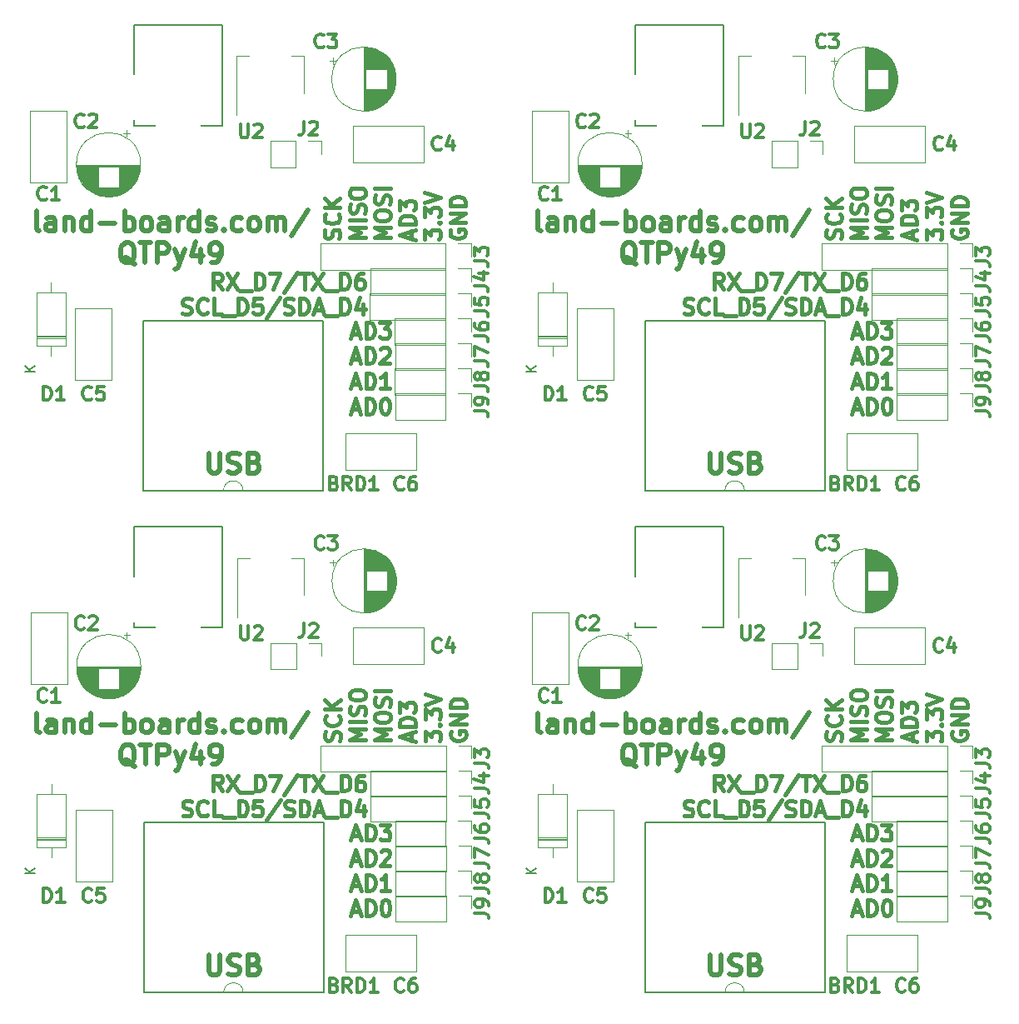
<source format=gto>
%MOIN*%
%OFA0B0*%
%FSLAX46Y46*%
%IPPOS*%
%LPD*%
%ADD10C,0.015625*%
%ADD11C,0.01968503937007874*%
%ADD12C,0.013750000000000002*%
%ADD13C,0.005905511811023622*%
%ADD14C,0.0047244094488188976*%
%ADD15C,0.0078740157480314977*%
%ADD16C,0.25*%
%ADD17O,0.18110236220472439X0.07874015748031496*%
%ADD18O,0.07874015748031496X0.18110236220472439*%
%ADD19R,0.059055118110236227X0.07874015748031496*%
%ADD20R,0.14960629921259844X0.07874015748031496*%
%ADD21R,0.066929133858267723X0.066929133858267723*%
%ADD22O,0.066929133858267723X0.066929133858267723*%
%ADD23C,0.062992125984251982*%
%ADD24R,0.062992125984251982X0.062992125984251982*%
%ADD25R,0.094488188976377951X0.062992125984251982*%
%ADD26O,0.094488188976377951X0.062992125984251982*%
%ADD27R,0.086614173228346469X0.086614173228346469*%
%ADD28O,0.086614173228346469X0.086614173228346469*%
%ADD39C,0.015625*%
%ADD40C,0.01968503937007874*%
%ADD41C,0.013750000000000002*%
%ADD42C,0.005905511811023622*%
%ADD43C,0.0047244094488188976*%
%ADD44C,0.0078740157480314977*%
%ADD45C,0.25*%
%ADD46O,0.18110236220472439X0.07874015748031496*%
%ADD47O,0.07874015748031496X0.18110236220472439*%
%ADD48R,0.059055118110236227X0.07874015748031496*%
%ADD49R,0.14960629921259844X0.07874015748031496*%
%ADD50R,0.066929133858267723X0.066929133858267723*%
%ADD51O,0.066929133858267723X0.066929133858267723*%
%ADD52C,0.062992125984251982*%
%ADD53R,0.062992125984251982X0.062992125984251982*%
%ADD54R,0.094488188976377951X0.062992125984251982*%
%ADD55O,0.094488188976377951X0.062992125984251982*%
%ADD56R,0.086614173228346469X0.086614173228346469*%
%ADD57O,0.086614173228346469X0.086614173228346469*%
%ADD58C,0.015625*%
%ADD59C,0.01968503937007874*%
%ADD60C,0.013750000000000002*%
%ADD61C,0.005905511811023622*%
%ADD62C,0.0047244094488188976*%
%ADD63C,0.0078740157480314977*%
%ADD64C,0.25*%
%ADD65O,0.18110236220472439X0.07874015748031496*%
%ADD66O,0.07874015748031496X0.18110236220472439*%
%ADD67R,0.059055118110236227X0.07874015748031496*%
%ADD68R,0.14960629921259844X0.07874015748031496*%
%ADD69R,0.066929133858267723X0.066929133858267723*%
%ADD70O,0.066929133858267723X0.066929133858267723*%
%ADD71C,0.062992125984251982*%
%ADD72R,0.062992125984251982X0.062992125984251982*%
%ADD73R,0.094488188976377951X0.062992125984251982*%
%ADD74O,0.094488188976377951X0.062992125984251982*%
%ADD75R,0.086614173228346469X0.086614173228346469*%
%ADD76O,0.086614173228346469X0.086614173228346469*%
%ADD77C,0.015625*%
%ADD78C,0.01968503937007874*%
%ADD79C,0.013750000000000002*%
%ADD80C,0.005905511811023622*%
%ADD81C,0.0047244094488188976*%
%ADD82C,0.0078740157480314977*%
%ADD83C,0.25*%
%ADD84O,0.18110236220472439X0.07874015748031496*%
%ADD85O,0.07874015748031496X0.18110236220472439*%
%ADD86R,0.059055118110236227X0.07874015748031496*%
%ADD87R,0.14960629921259844X0.07874015748031496*%
%ADD88R,0.066929133858267723X0.066929133858267723*%
%ADD89O,0.066929133858267723X0.066929133858267723*%
%ADD90C,0.062992125984251982*%
%ADD91R,0.062992125984251982X0.062992125984251982*%
%ADD92R,0.094488188976377951X0.062992125984251982*%
%ADD93O,0.094488188976377951X0.062992125984251982*%
%ADD94R,0.086614173228346469X0.086614173228346469*%
%ADD95O,0.086614173228346469X0.086614173228346469*%
G01*
D10*
X0001328937Y0000688021D02*
X0001358698Y0000688021D01*
X0001322984Y0000670164D02*
X0001343818Y0000732664D01*
X0001364651Y0000670164D01*
X0001385484Y0000670164D02*
X0001385484Y0000732664D01*
X0001400365Y0000732664D01*
X0001409294Y0000729688D01*
X0001415246Y0000723735D01*
X0001418222Y0000717783D01*
X0001421198Y0000705878D01*
X0001421198Y0000696950D01*
X0001418222Y0000685045D01*
X0001415246Y0000679092D01*
X0001409294Y0000673140D01*
X0001400365Y0000670164D01*
X0001385484Y0000670164D01*
X0001442032Y0000732664D02*
X0001480722Y0000732664D01*
X0001459889Y0000708854D01*
X0001468818Y0000708854D01*
X0001474770Y0000705878D01*
X0001477746Y0000702902D01*
X0001480722Y0000696950D01*
X0001480722Y0000682069D01*
X0001477746Y0000676116D01*
X0001474770Y0000673140D01*
X0001468818Y0000670164D01*
X0001450960Y0000670164D01*
X0001445008Y0000673140D01*
X0001442032Y0000676116D01*
X0001328937Y0000587396D02*
X0001358698Y0000587396D01*
X0001322984Y0000569539D02*
X0001343818Y0000632039D01*
X0001364651Y0000569539D01*
X0001385484Y0000569539D02*
X0001385484Y0000632039D01*
X0001400365Y0000632039D01*
X0001409294Y0000629063D01*
X0001415246Y0000623110D01*
X0001418222Y0000617158D01*
X0001421198Y0000605253D01*
X0001421198Y0000596325D01*
X0001418222Y0000584420D01*
X0001415246Y0000578467D01*
X0001409294Y0000572515D01*
X0001400365Y0000569539D01*
X0001385484Y0000569539D01*
X0001445008Y0000626087D02*
X0001447984Y0000629063D01*
X0001453937Y0000632039D01*
X0001468818Y0000632039D01*
X0001474770Y0000629063D01*
X0001477746Y0000626087D01*
X0001480722Y0000620134D01*
X0001480722Y0000614182D01*
X0001477746Y0000605253D01*
X0001442032Y0000569539D01*
X0001480722Y0000569539D01*
X0001328937Y0000486771D02*
X0001358698Y0000486771D01*
X0001322984Y0000468914D02*
X0001343818Y0000531414D01*
X0001364651Y0000468914D01*
X0001385484Y0000468914D02*
X0001385484Y0000531414D01*
X0001400365Y0000531414D01*
X0001409294Y0000528438D01*
X0001415246Y0000522485D01*
X0001418222Y0000516533D01*
X0001421198Y0000504628D01*
X0001421198Y0000495700D01*
X0001418222Y0000483795D01*
X0001415246Y0000477842D01*
X0001409294Y0000471890D01*
X0001400365Y0000468914D01*
X0001385484Y0000468914D01*
X0001480722Y0000468914D02*
X0001445008Y0000468914D01*
X0001462865Y0000468914D02*
X0001462865Y0000531414D01*
X0001456913Y0000522485D01*
X0001450960Y0000516533D01*
X0001445008Y0000513557D01*
X0001328937Y0000386146D02*
X0001358698Y0000386146D01*
X0001322984Y0000368289D02*
X0001343818Y0000430789D01*
X0001364651Y0000368289D01*
X0001385484Y0000368289D02*
X0001385484Y0000430789D01*
X0001400365Y0000430789D01*
X0001409294Y0000427813D01*
X0001415246Y0000421860D01*
X0001418222Y0000415908D01*
X0001421198Y0000404003D01*
X0001421198Y0000395075D01*
X0001418222Y0000383170D01*
X0001415246Y0000377217D01*
X0001409294Y0000371265D01*
X0001400365Y0000368289D01*
X0001385484Y0000368289D01*
X0001459889Y0000430789D02*
X0001465841Y0000430789D01*
X0001471794Y0000427813D01*
X0001474770Y0000424837D01*
X0001477746Y0000418884D01*
X0001480722Y0000406979D01*
X0001480722Y0000392098D01*
X0001477746Y0000380194D01*
X0001474770Y0000374241D01*
X0001471794Y0000371265D01*
X0001465841Y0000368289D01*
X0001459889Y0000368289D01*
X0001453937Y0000371265D01*
X0001450960Y0000374241D01*
X0001447984Y0000380194D01*
X0001445008Y0000392098D01*
X0001445008Y0000406979D01*
X0001447984Y0000418884D01*
X0001450960Y0000424837D01*
X0001453937Y0000427813D01*
X0001459889Y0000430789D01*
D11*
X0000078020Y0001100266D02*
X0000070521Y0001104015D01*
X0000066772Y0001111514D01*
X0000066772Y0001179006D01*
X0000141762Y0001100266D02*
X0000141762Y0001141510D01*
X0000138013Y0001149009D01*
X0000130514Y0001152759D01*
X0000115516Y0001152759D01*
X0000108017Y0001149009D01*
X0000141762Y0001104015D02*
X0000134263Y0001100266D01*
X0000115516Y0001100266D01*
X0000108017Y0001104015D01*
X0000104267Y0001111514D01*
X0000104267Y0001119013D01*
X0000108017Y0001126512D01*
X0000115516Y0001130262D01*
X0000134263Y0001130262D01*
X0000141762Y0001134011D01*
X0000179258Y0001152759D02*
X0000179258Y0001100266D01*
X0000179258Y0001145260D02*
X0000183007Y0001149009D01*
X0000190506Y0001152759D01*
X0000201755Y0001152759D01*
X0000209254Y0001149009D01*
X0000213003Y0001141510D01*
X0000213003Y0001100266D01*
X0000284245Y0001100266D02*
X0000284245Y0001179006D01*
X0000284245Y0001104015D02*
X0000276745Y0001100266D01*
X0000261747Y0001100266D01*
X0000254248Y0001104015D01*
X0000250499Y0001107765D01*
X0000246749Y0001115264D01*
X0000246749Y0001137761D01*
X0000250499Y0001145260D01*
X0000254248Y0001149009D01*
X0000261747Y0001152759D01*
X0000276745Y0001152759D01*
X0000284245Y0001149009D01*
X0000321740Y0001130262D02*
X0000381732Y0001130262D01*
X0000419228Y0001100266D02*
X0000419228Y0001179006D01*
X0000419228Y0001149009D02*
X0000426727Y0001152759D01*
X0000441725Y0001152759D01*
X0000449224Y0001149009D01*
X0000452973Y0001145260D01*
X0000456723Y0001137761D01*
X0000456723Y0001115264D01*
X0000452973Y0001107765D01*
X0000449224Y0001104015D01*
X0000441725Y0001100266D01*
X0000426727Y0001100266D01*
X0000419228Y0001104015D01*
X0000501717Y0001100266D02*
X0000494218Y0001104015D01*
X0000490469Y0001107765D01*
X0000486719Y0001115264D01*
X0000486719Y0001137761D01*
X0000490469Y0001145260D01*
X0000494218Y0001149009D01*
X0000501717Y0001152759D01*
X0000512966Y0001152759D01*
X0000520465Y0001149009D01*
X0000524215Y0001145260D01*
X0000527964Y0001137761D01*
X0000527964Y0001115264D01*
X0000524215Y0001107765D01*
X0000520465Y0001104015D01*
X0000512966Y0001100266D01*
X0000501717Y0001100266D01*
X0000595456Y0001100266D02*
X0000595456Y0001141510D01*
X0000591706Y0001149009D01*
X0000584207Y0001152759D01*
X0000569209Y0001152759D01*
X0000561710Y0001149009D01*
X0000595456Y0001104015D02*
X0000587957Y0001100266D01*
X0000569209Y0001100266D01*
X0000561710Y0001104015D01*
X0000557960Y0001111514D01*
X0000557960Y0001119013D01*
X0000561710Y0001126512D01*
X0000569209Y0001130262D01*
X0000587957Y0001130262D01*
X0000595456Y0001134011D01*
X0000632951Y0001100266D02*
X0000632951Y0001152759D01*
X0000632951Y0001137761D02*
X0000636700Y0001145260D01*
X0000640450Y0001149009D01*
X0000647949Y0001152759D01*
X0000655448Y0001152759D01*
X0000715441Y0001100266D02*
X0000715441Y0001179006D01*
X0000715441Y0001104015D02*
X0000707942Y0001100266D01*
X0000692943Y0001100266D01*
X0000685444Y0001104015D01*
X0000681695Y0001107765D01*
X0000677945Y0001115264D01*
X0000677945Y0001137761D01*
X0000681695Y0001145260D01*
X0000685444Y0001149009D01*
X0000692943Y0001152759D01*
X0000707942Y0001152759D01*
X0000715441Y0001149009D01*
X0000749186Y0001104015D02*
X0000756685Y0001100266D01*
X0000771684Y0001100266D01*
X0000779183Y0001104015D01*
X0000782932Y0001111514D01*
X0000782932Y0001115264D01*
X0000779183Y0001122763D01*
X0000771684Y0001126512D01*
X0000760435Y0001126512D01*
X0000752936Y0001130262D01*
X0000749186Y0001137761D01*
X0000749186Y0001141510D01*
X0000752936Y0001149009D01*
X0000760435Y0001152759D01*
X0000771684Y0001152759D01*
X0000779183Y0001149009D01*
X0000816678Y0001107765D02*
X0000820427Y0001104015D01*
X0000816678Y0001100266D01*
X0000812928Y0001104015D01*
X0000816678Y0001107765D01*
X0000816678Y0001100266D01*
X0000887919Y0001104015D02*
X0000880420Y0001100266D01*
X0000865422Y0001100266D01*
X0000857923Y0001104015D01*
X0000854173Y0001107765D01*
X0000850424Y0001115264D01*
X0000850424Y0001137761D01*
X0000854173Y0001145260D01*
X0000857923Y0001149009D01*
X0000865422Y0001152759D01*
X0000880420Y0001152759D01*
X0000887919Y0001149009D01*
X0000932913Y0001100266D02*
X0000925414Y0001104015D01*
X0000921665Y0001107765D01*
X0000917915Y0001115264D01*
X0000917915Y0001137761D01*
X0000921665Y0001145260D01*
X0000925414Y0001149009D01*
X0000932913Y0001152759D01*
X0000944162Y0001152759D01*
X0000951661Y0001149009D01*
X0000955411Y0001145260D01*
X0000959160Y0001137761D01*
X0000959160Y0001115264D01*
X0000955411Y0001107765D01*
X0000951661Y0001104015D01*
X0000944162Y0001100266D01*
X0000932913Y0001100266D01*
X0000992906Y0001100266D02*
X0000992906Y0001152759D01*
X0000992906Y0001145260D02*
X0000996655Y0001149009D01*
X0001004155Y0001152759D01*
X0001015403Y0001152759D01*
X0001022902Y0001149009D01*
X0001026652Y0001141510D01*
X0001026652Y0001100266D01*
X0001026652Y0001141510D02*
X0001030401Y0001149009D01*
X0001037900Y0001152759D01*
X0001049149Y0001152759D01*
X0001056648Y0001149009D01*
X0001060397Y0001141510D01*
X0001060397Y0001100266D01*
X0001154136Y0001182755D02*
X0001086644Y0001081518D01*
X0000460472Y0000965995D02*
X0000452973Y0000969744D01*
X0000445474Y0000977243D01*
X0000434226Y0000988492D01*
X0000426727Y0000992242D01*
X0000419228Y0000992242D01*
X0000422977Y0000973494D02*
X0000415478Y0000977243D01*
X0000407979Y0000984742D01*
X0000404230Y0000999741D01*
X0000404230Y0001025987D01*
X0000407979Y0001040985D01*
X0000415478Y0001048484D01*
X0000422977Y0001052234D01*
X0000437975Y0001052234D01*
X0000445474Y0001048484D01*
X0000452973Y0001040985D01*
X0000456723Y0001025987D01*
X0000456723Y0000999741D01*
X0000452973Y0000984742D01*
X0000445474Y0000977243D01*
X0000437975Y0000973494D01*
X0000422977Y0000973494D01*
X0000479220Y0001052234D02*
X0000524215Y0001052234D01*
X0000501717Y0000973494D02*
X0000501717Y0001052234D01*
X0000550461Y0000973494D02*
X0000550461Y0001052234D01*
X0000580457Y0001052234D01*
X0000587957Y0001048484D01*
X0000591706Y0001044735D01*
X0000595456Y0001037236D01*
X0000595456Y0001025987D01*
X0000591706Y0001018488D01*
X0000587957Y0001014739D01*
X0000580457Y0001010989D01*
X0000550461Y0001010989D01*
X0000621702Y0001025987D02*
X0000640450Y0000973494D01*
X0000659198Y0001025987D02*
X0000640450Y0000973494D01*
X0000632951Y0000954746D01*
X0000629201Y0000950997D01*
X0000621702Y0000947247D01*
X0000722940Y0001025987D02*
X0000722940Y0000973494D01*
X0000704192Y0001055984D02*
X0000685444Y0000999741D01*
X0000734188Y0000999741D01*
X0000767934Y0000973494D02*
X0000782932Y0000973494D01*
X0000790431Y0000977243D01*
X0000794181Y0000980993D01*
X0000801680Y0000992242D01*
X0000805429Y0001007240D01*
X0000805429Y0001037236D01*
X0000801680Y0001044735D01*
X0000797930Y0001048484D01*
X0000790431Y0001052234D01*
X0000775433Y0001052234D01*
X0000767934Y0001048484D01*
X0000764185Y0001044735D01*
X0000760435Y0001037236D01*
X0000760435Y0001018488D01*
X0000764185Y0001010989D01*
X0000767934Y0001007240D01*
X0000775433Y0001003490D01*
X0000790431Y0001003490D01*
X0000797930Y0001007240D01*
X0000801680Y0001010989D01*
X0000805429Y0001018488D01*
D10*
X0001278565Y0001069561D02*
X0001281541Y0001078490D01*
X0001281541Y0001093371D01*
X0001278565Y0001099323D01*
X0001275588Y0001102299D01*
X0001269636Y0001105276D01*
X0001263684Y0001105276D01*
X0001257731Y0001102299D01*
X0001254755Y0001099323D01*
X0001251779Y0001093371D01*
X0001248803Y0001081466D01*
X0001245826Y0001075514D01*
X0001242850Y0001072537D01*
X0001236898Y0001069561D01*
X0001230946Y0001069561D01*
X0001224993Y0001072537D01*
X0001222017Y0001075514D01*
X0001219041Y0001081466D01*
X0001219041Y0001096347D01*
X0001222017Y0001105276D01*
X0001275588Y0001167776D02*
X0001278565Y0001164799D01*
X0001281541Y0001155871D01*
X0001281541Y0001149918D01*
X0001278565Y0001140990D01*
X0001272612Y0001135037D01*
X0001266660Y0001132061D01*
X0001254755Y0001129085D01*
X0001245826Y0001129085D01*
X0001233922Y0001132061D01*
X0001227969Y0001135037D01*
X0001222017Y0001140990D01*
X0001219041Y0001149918D01*
X0001219041Y0001155871D01*
X0001222017Y0001164799D01*
X0001224993Y0001167776D01*
X0001281541Y0001194561D02*
X0001219041Y0001194561D01*
X0001281541Y0001230276D02*
X0001245826Y0001203490D01*
X0001219041Y0001230276D02*
X0001254755Y0001194561D01*
X0001382166Y0001072537D02*
X0001319666Y0001072537D01*
X0001364309Y0001093371D01*
X0001319666Y0001114204D01*
X0001382166Y0001114204D01*
X0001382166Y0001143966D02*
X0001319666Y0001143966D01*
X0001379190Y0001170752D02*
X0001382166Y0001179680D01*
X0001382166Y0001194561D01*
X0001379190Y0001200514D01*
X0001376213Y0001203490D01*
X0001370261Y0001206466D01*
X0001364309Y0001206466D01*
X0001358356Y0001203490D01*
X0001355380Y0001200514D01*
X0001352404Y0001194561D01*
X0001349428Y0001182656D01*
X0001346451Y0001176704D01*
X0001343475Y0001173728D01*
X0001337523Y0001170752D01*
X0001331571Y0001170752D01*
X0001325618Y0001173728D01*
X0001322642Y0001176704D01*
X0001319666Y0001182656D01*
X0001319666Y0001197537D01*
X0001322642Y0001206466D01*
X0001319666Y0001245156D02*
X0001319666Y0001257061D01*
X0001322642Y0001263014D01*
X0001328594Y0001268966D01*
X0001340499Y0001271942D01*
X0001361332Y0001271942D01*
X0001373237Y0001268966D01*
X0001379190Y0001263014D01*
X0001382166Y0001257061D01*
X0001382166Y0001245156D01*
X0001379190Y0001239204D01*
X0001373237Y0001233252D01*
X0001361332Y0001230276D01*
X0001340499Y0001230276D01*
X0001328594Y0001233252D01*
X0001322642Y0001239204D01*
X0001319666Y0001245156D01*
X0001482791Y0001072537D02*
X0001420291Y0001072537D01*
X0001464934Y0001093371D01*
X0001420291Y0001114204D01*
X0001482791Y0001114204D01*
X0001420291Y0001155871D02*
X0001420291Y0001167776D01*
X0001423267Y0001173728D01*
X0001429219Y0001179680D01*
X0001441124Y0001182656D01*
X0001461957Y0001182656D01*
X0001473862Y0001179680D01*
X0001479815Y0001173728D01*
X0001482791Y0001167776D01*
X0001482791Y0001155871D01*
X0001479815Y0001149918D01*
X0001473862Y0001143966D01*
X0001461957Y0001140990D01*
X0001441124Y0001140990D01*
X0001429219Y0001143966D01*
X0001423267Y0001149918D01*
X0001420291Y0001155871D01*
X0001479815Y0001206466D02*
X0001482791Y0001215395D01*
X0001482791Y0001230276D01*
X0001479815Y0001236228D01*
X0001476838Y0001239204D01*
X0001470886Y0001242180D01*
X0001464934Y0001242180D01*
X0001458981Y0001239204D01*
X0001456005Y0001236228D01*
X0001453029Y0001230276D01*
X0001450053Y0001218371D01*
X0001447076Y0001212418D01*
X0001444100Y0001209442D01*
X0001438148Y0001206466D01*
X0001432196Y0001206466D01*
X0001426243Y0001209442D01*
X0001423267Y0001212418D01*
X0001420291Y0001218371D01*
X0001420291Y0001233252D01*
X0001423267Y0001242180D01*
X0001482791Y0001268966D02*
X0001420291Y0001268966D01*
X0001565559Y0001069561D02*
X0001565559Y0001099323D01*
X0001583416Y0001063609D02*
X0001520916Y0001084442D01*
X0001583416Y0001105276D01*
X0001583416Y0001126109D02*
X0001520916Y0001126109D01*
X0001520916Y0001140990D01*
X0001523892Y0001149918D01*
X0001529844Y0001155871D01*
X0001535797Y0001158847D01*
X0001547701Y0001161823D01*
X0001556630Y0001161823D01*
X0001568535Y0001158847D01*
X0001574487Y0001155871D01*
X0001580440Y0001149918D01*
X0001583416Y0001140990D01*
X0001583416Y0001126109D01*
X0001520916Y0001182656D02*
X0001520916Y0001221347D01*
X0001544725Y0001200514D01*
X0001544725Y0001209442D01*
X0001547701Y0001215395D01*
X0001550678Y0001218371D01*
X0001556630Y0001221347D01*
X0001571511Y0001221347D01*
X0001577463Y0001218371D01*
X0001580440Y0001215395D01*
X0001583416Y0001209442D01*
X0001583416Y0001191585D01*
X0001580440Y0001185633D01*
X0001577463Y0001182656D01*
X0001621541Y0001066585D02*
X0001621541Y0001105276D01*
X0001645350Y0001084442D01*
X0001645350Y0001093371D01*
X0001648326Y0001099323D01*
X0001651303Y0001102299D01*
X0001657255Y0001105276D01*
X0001672136Y0001105276D01*
X0001678088Y0001102299D01*
X0001681065Y0001099323D01*
X0001684041Y0001093371D01*
X0001684041Y0001075514D01*
X0001681065Y0001069561D01*
X0001678088Y0001066585D01*
X0001678088Y0001132061D02*
X0001681065Y0001135037D01*
X0001684041Y0001132061D01*
X0001681065Y0001129085D01*
X0001678088Y0001132061D01*
X0001684041Y0001132061D01*
X0001621541Y0001155871D02*
X0001621541Y0001194561D01*
X0001645350Y0001173728D01*
X0001645350Y0001182656D01*
X0001648326Y0001188609D01*
X0001651303Y0001191585D01*
X0001657255Y0001194561D01*
X0001672136Y0001194561D01*
X0001678088Y0001191585D01*
X0001681065Y0001188609D01*
X0001684041Y0001182656D01*
X0001684041Y0001164799D01*
X0001681065Y0001158847D01*
X0001678088Y0001155871D01*
X0001621541Y0001212418D02*
X0001684041Y0001233252D01*
X0001621541Y0001254085D01*
X0001725142Y0001105276D02*
X0001722166Y0001099323D01*
X0001722166Y0001090395D01*
X0001725142Y0001081466D01*
X0001731094Y0001075514D01*
X0001737047Y0001072537D01*
X0001748951Y0001069561D01*
X0001757880Y0001069561D01*
X0001769785Y0001072537D01*
X0001775737Y0001075514D01*
X0001781690Y0001081466D01*
X0001784666Y0001090395D01*
X0001784666Y0001096347D01*
X0001781690Y0001105276D01*
X0001778713Y0001108252D01*
X0001757880Y0001108252D01*
X0001757880Y0001096347D01*
X0001784666Y0001135037D02*
X0001722166Y0001135037D01*
X0001784666Y0001170752D01*
X0001722166Y0001170752D01*
X0001784666Y0001200514D02*
X0001722166Y0001200514D01*
X0001722166Y0001215395D01*
X0001725142Y0001224323D01*
X0001731094Y0001230276D01*
X0001737047Y0001233252D01*
X0001748951Y0001236228D01*
X0001757880Y0001236228D01*
X0001769785Y0001233252D01*
X0001775737Y0001230276D01*
X0001781690Y0001224323D01*
X0001784666Y0001215395D01*
X0001784666Y0001200514D01*
D11*
X0000755467Y0000210620D02*
X0000755467Y0000146878D01*
X0000759216Y0000139379D01*
X0000762966Y0000135629D01*
X0000770465Y0000131880D01*
X0000785463Y0000131880D01*
X0000792962Y0000135629D01*
X0000796712Y0000139379D01*
X0000800461Y0000146878D01*
X0000800461Y0000210620D01*
X0000834207Y0000135629D02*
X0000845456Y0000131880D01*
X0000864203Y0000131880D01*
X0000871702Y0000135629D01*
X0000875452Y0000139379D01*
X0000879201Y0000146878D01*
X0000879201Y0000154377D01*
X0000875452Y0000161876D01*
X0000871702Y0000165625D01*
X0000864203Y0000169375D01*
X0000849205Y0000173125D01*
X0000841706Y0000176874D01*
X0000837957Y0000180624D01*
X0000834207Y0000188123D01*
X0000834207Y0000195622D01*
X0000837957Y0000203121D01*
X0000841706Y0000206870D01*
X0000849205Y0000210620D01*
X0000867953Y0000210620D01*
X0000879201Y0000206870D01*
X0000939194Y0000173125D02*
X0000950442Y0000169375D01*
X0000954192Y0000165625D01*
X0000957942Y0000158126D01*
X0000957942Y0000146878D01*
X0000954192Y0000139379D01*
X0000950442Y0000135629D01*
X0000942943Y0000131880D01*
X0000912947Y0000131880D01*
X0000912947Y0000210620D01*
X0000939194Y0000210620D01*
X0000946693Y0000206870D01*
X0000950442Y0000203121D01*
X0000954192Y0000195622D01*
X0000954192Y0000188123D01*
X0000950442Y0000180624D01*
X0000946693Y0000176874D01*
X0000939194Y0000173125D01*
X0000912947Y0000173125D01*
D10*
X0000808978Y0000867177D02*
X0000788144Y0000896939D01*
X0000773263Y0000867177D02*
X0000773263Y0000929677D01*
X0000797073Y0000929677D01*
X0000803025Y0000926700D01*
X0000806001Y0000923724D01*
X0000808978Y0000917772D01*
X0000808978Y0000908843D01*
X0000806001Y0000902891D01*
X0000803025Y0000899915D01*
X0000797073Y0000896939D01*
X0000773263Y0000896939D01*
X0000829811Y0000929677D02*
X0000871478Y0000867177D01*
X0000871478Y0000929677D02*
X0000829811Y0000867177D01*
X0000880406Y0000861224D02*
X0000928025Y0000861224D01*
X0000942906Y0000867177D02*
X0000942906Y0000929677D01*
X0000957787Y0000929677D01*
X0000966716Y0000926700D01*
X0000972668Y0000920748D01*
X0000975644Y0000914796D01*
X0000978621Y0000902891D01*
X0000978621Y0000893962D01*
X0000975644Y0000882058D01*
X0000972668Y0000876105D01*
X0000966716Y0000870153D01*
X0000957787Y0000867177D01*
X0000942906Y0000867177D01*
X0000999454Y0000929677D02*
X0001041121Y0000929677D01*
X0001014335Y0000867177D01*
X0001109573Y0000932653D02*
X0001056001Y0000852296D01*
X0001121478Y0000929677D02*
X0001157192Y0000929677D01*
X0001139335Y0000867177D02*
X0001139335Y0000929677D01*
X0001172073Y0000929677D02*
X0001213740Y0000867177D01*
X0001213740Y0000929677D02*
X0001172073Y0000867177D01*
X0001222668Y0000861224D02*
X0001270287Y0000861224D01*
X0001285168Y0000867177D02*
X0001285168Y0000929677D01*
X0001300049Y0000929677D01*
X0001308978Y0000926700D01*
X0001314930Y0000920748D01*
X0001317906Y0000914796D01*
X0001320882Y0000902891D01*
X0001320882Y0000893962D01*
X0001317906Y0000882058D01*
X0001314930Y0000876105D01*
X0001308978Y0000870153D01*
X0001300049Y0000867177D01*
X0001285168Y0000867177D01*
X0001374454Y0000929677D02*
X0001362549Y0000929677D01*
X0001356597Y0000926700D01*
X0001353621Y0000923724D01*
X0001347668Y0000914796D01*
X0001344692Y0000902891D01*
X0001344692Y0000879081D01*
X0001347668Y0000873129D01*
X0001350644Y0000870153D01*
X0001356597Y0000867177D01*
X0001368501Y0000867177D01*
X0001374454Y0000870153D01*
X0001377430Y0000873129D01*
X0001380406Y0000879081D01*
X0001380406Y0000893962D01*
X0001377430Y0000899915D01*
X0001374454Y0000902891D01*
X0001368501Y0000905867D01*
X0001356597Y0000905867D01*
X0001350644Y0000902891D01*
X0001347668Y0000899915D01*
X0001344692Y0000893962D01*
X0000651240Y0000769528D02*
X0000660168Y0000766552D01*
X0000675049Y0000766552D01*
X0000681001Y0000769528D01*
X0000683978Y0000772504D01*
X0000686954Y0000778456D01*
X0000686954Y0000784409D01*
X0000683978Y0000790361D01*
X0000681001Y0000793337D01*
X0000675049Y0000796314D01*
X0000663144Y0000799290D01*
X0000657192Y0000802266D01*
X0000654216Y0000805242D01*
X0000651240Y0000811195D01*
X0000651240Y0000817147D01*
X0000654216Y0000823099D01*
X0000657192Y0000826075D01*
X0000663144Y0000829052D01*
X0000678025Y0000829052D01*
X0000686954Y0000826075D01*
X0000749454Y0000772504D02*
X0000746478Y0000769528D01*
X0000737549Y0000766552D01*
X0000731597Y0000766552D01*
X0000722668Y0000769528D01*
X0000716716Y0000775480D01*
X0000713740Y0000781433D01*
X0000710763Y0000793337D01*
X0000710763Y0000802266D01*
X0000713740Y0000814171D01*
X0000716716Y0000820123D01*
X0000722668Y0000826075D01*
X0000731597Y0000829052D01*
X0000737549Y0000829052D01*
X0000746478Y0000826075D01*
X0000749454Y0000823099D01*
X0000806001Y0000766552D02*
X0000776240Y0000766552D01*
X0000776240Y0000829052D01*
X0000811954Y0000760599D02*
X0000859573Y0000760599D01*
X0000874454Y0000766552D02*
X0000874454Y0000829052D01*
X0000889335Y0000829052D01*
X0000898263Y0000826075D01*
X0000904216Y0000820123D01*
X0000907192Y0000814171D01*
X0000910168Y0000802266D01*
X0000910168Y0000793337D01*
X0000907192Y0000781433D01*
X0000904216Y0000775480D01*
X0000898263Y0000769528D01*
X0000889335Y0000766552D01*
X0000874454Y0000766552D01*
X0000966716Y0000829052D02*
X0000936954Y0000829052D01*
X0000933978Y0000799290D01*
X0000936954Y0000802266D01*
X0000942906Y0000805242D01*
X0000957787Y0000805242D01*
X0000963740Y0000802266D01*
X0000966716Y0000799290D01*
X0000969692Y0000793337D01*
X0000969692Y0000778456D01*
X0000966716Y0000772504D01*
X0000963740Y0000769528D01*
X0000957787Y0000766552D01*
X0000942906Y0000766552D01*
X0000936954Y0000769528D01*
X0000933978Y0000772504D01*
X0001041121Y0000832028D02*
X0000987549Y0000751671D01*
X0001058978Y0000769528D02*
X0001067906Y0000766552D01*
X0001082787Y0000766552D01*
X0001088740Y0000769528D01*
X0001091716Y0000772504D01*
X0001094692Y0000778456D01*
X0001094692Y0000784409D01*
X0001091716Y0000790361D01*
X0001088740Y0000793337D01*
X0001082787Y0000796314D01*
X0001070882Y0000799290D01*
X0001064930Y0000802266D01*
X0001061954Y0000805242D01*
X0001058978Y0000811195D01*
X0001058978Y0000817147D01*
X0001061954Y0000823099D01*
X0001064930Y0000826075D01*
X0001070882Y0000829052D01*
X0001085763Y0000829052D01*
X0001094692Y0000826075D01*
X0001121478Y0000766552D02*
X0001121478Y0000829052D01*
X0001136359Y0000829052D01*
X0001145287Y0000826075D01*
X0001151240Y0000820123D01*
X0001154216Y0000814171D01*
X0001157192Y0000802266D01*
X0001157192Y0000793337D01*
X0001154216Y0000781433D01*
X0001151240Y0000775480D01*
X0001145287Y0000769528D01*
X0001136359Y0000766552D01*
X0001121478Y0000766552D01*
X0001181001Y0000784409D02*
X0001210763Y0000784409D01*
X0001175049Y0000766552D02*
X0001195882Y0000829052D01*
X0001216716Y0000766552D01*
X0001222668Y0000760599D02*
X0001270287Y0000760599D01*
X0001285168Y0000766552D02*
X0001285168Y0000829052D01*
X0001300049Y0000829052D01*
X0001308978Y0000826075D01*
X0001314930Y0000820123D01*
X0001317906Y0000814171D01*
X0001320882Y0000802266D01*
X0001320882Y0000793337D01*
X0001317906Y0000781433D01*
X0001314930Y0000775480D01*
X0001308978Y0000769528D01*
X0001300049Y0000766552D01*
X0001285168Y0000766552D01*
X0001374454Y0000808218D02*
X0001374454Y0000766552D01*
X0001359573Y0000832028D02*
X0001344692Y0000787385D01*
X0001383382Y0000787385D01*
D12*
X0000882925Y0001527619D02*
X0000882925Y0001483095D01*
X0000885544Y0001477857D01*
X0000888163Y0001475238D01*
X0000893401Y0001472619D01*
X0000903877Y0001472619D01*
X0000909115Y0001475238D01*
X0000911734Y0001477857D01*
X0000914353Y0001483095D01*
X0000914353Y0001527619D01*
X0000937925Y0001522381D02*
X0000940544Y0001525000D01*
X0000945782Y0001527619D01*
X0000958877Y0001527619D01*
X0000964115Y0001525000D01*
X0000966734Y0001522381D01*
X0000969353Y0001517143D01*
X0000969353Y0001511905D01*
X0000966734Y0001504048D01*
X0000935306Y0001472619D01*
X0000969353Y0001472619D01*
X0001820274Y0000579167D02*
X0001859560Y0000579167D01*
X0001867417Y0000576548D01*
X0001872655Y0000571310D01*
X0001875274Y0000563453D01*
X0001875274Y0000558214D01*
X0001820274Y0000600119D02*
X0001820274Y0000636786D01*
X0001875274Y0000613214D01*
X0001820274Y0000379167D02*
X0001859560Y0000379167D01*
X0001867417Y0000376548D01*
X0001872655Y0000371310D01*
X0001875274Y0000363453D01*
X0001875274Y0000358215D01*
X0001875274Y0000407976D02*
X0001875274Y0000418453D01*
X0001872655Y0000423691D01*
X0001870036Y0000426310D01*
X0001862179Y0000431548D01*
X0001851703Y0000434167D01*
X0001830750Y0000434167D01*
X0001825512Y0000431548D01*
X0001822893Y0000428929D01*
X0001820274Y0000423691D01*
X0001820274Y0000413214D01*
X0001822893Y0000407976D01*
X0001825512Y0000405357D01*
X0001830750Y0000402738D01*
X0001843846Y0000402738D01*
X0001849084Y0000405357D01*
X0001851703Y0000407976D01*
X0001854322Y0000413214D01*
X0001854322Y0000423691D01*
X0001851703Y0000428929D01*
X0001849084Y0000431548D01*
X0001843846Y0000434167D01*
X0001820274Y0000479167D02*
X0001859560Y0000479167D01*
X0001867417Y0000476548D01*
X0001872655Y0000471310D01*
X0001875274Y0000463453D01*
X0001875274Y0000458214D01*
X0001843846Y0000513214D02*
X0001841226Y0000507976D01*
X0001838607Y0000505357D01*
X0001833369Y0000502738D01*
X0001830750Y0000502738D01*
X0001825512Y0000505357D01*
X0001822893Y0000507976D01*
X0001820274Y0000513214D01*
X0001820274Y0000523691D01*
X0001822893Y0000528929D01*
X0001825512Y0000531548D01*
X0001830750Y0000534167D01*
X0001833369Y0000534167D01*
X0001838607Y0000531548D01*
X0001841226Y0000528929D01*
X0001843846Y0000523691D01*
X0001843846Y0000513214D01*
X0001846465Y0000507976D01*
X0001849084Y0000505357D01*
X0001854322Y0000502738D01*
X0001864798Y0000502738D01*
X0001870036Y0000505357D01*
X0001872655Y0000507976D01*
X0001875274Y0000513214D01*
X0001875274Y0000523691D01*
X0001872655Y0000528929D01*
X0001870036Y0000531548D01*
X0001864798Y0000534167D01*
X0001854322Y0000534167D01*
X0001849084Y0000531548D01*
X0001846465Y0000528929D01*
X0001843846Y0000523691D01*
X0000285663Y0000427857D02*
X0000283044Y0000425238D01*
X0000275187Y0000422619D01*
X0000269948Y0000422619D01*
X0000262091Y0000425238D01*
X0000256853Y0000430476D01*
X0000254234Y0000435714D01*
X0000251615Y0000446191D01*
X0000251615Y0000454048D01*
X0000254234Y0000464524D01*
X0000256853Y0000469762D01*
X0000262091Y0000475000D01*
X0000269948Y0000477619D01*
X0000275187Y0000477619D01*
X0000283044Y0000475000D01*
X0000285663Y0000472381D01*
X0000335425Y0000477619D02*
X0000309234Y0000477619D01*
X0000306615Y0000451429D01*
X0000309234Y0000454048D01*
X0000314472Y0000456667D01*
X0000327568Y0000456667D01*
X0000332806Y0000454048D01*
X0000335425Y0000451429D01*
X0000338044Y0000446191D01*
X0000338044Y0000433095D01*
X0000335425Y0000427857D01*
X0000332806Y0000425238D01*
X0000327568Y0000422619D01*
X0000314472Y0000422619D01*
X0000309234Y0000425238D01*
X0000306615Y0000427857D01*
X0000255663Y0001517857D02*
X0000253044Y0001515238D01*
X0000245187Y0001512619D01*
X0000239948Y0001512619D01*
X0000232091Y0001515238D01*
X0000226853Y0001520476D01*
X0000224234Y0001525715D01*
X0000221615Y0001536191D01*
X0000221615Y0001544048D01*
X0000224234Y0001554524D01*
X0000226853Y0001559762D01*
X0000232091Y0001565000D01*
X0000239948Y0001567619D01*
X0000245187Y0001567619D01*
X0000253044Y0001565000D01*
X0000255663Y0001562381D01*
X0000276615Y0001562381D02*
X0000279234Y0001565000D01*
X0000284472Y0001567619D01*
X0000297568Y0001567619D01*
X0000302806Y0001565000D01*
X0000305425Y0001562381D01*
X0000308044Y0001557143D01*
X0000308044Y0001551905D01*
X0000305425Y0001544048D01*
X0000273996Y0001512619D01*
X0000308044Y0001512619D01*
X0001215663Y0001837857D02*
X0001213044Y0001835238D01*
X0001205187Y0001832619D01*
X0001199948Y0001832619D01*
X0001192091Y0001835238D01*
X0001186853Y0001840476D01*
X0001184234Y0001845715D01*
X0001181615Y0001856191D01*
X0001181615Y0001864048D01*
X0001184234Y0001874524D01*
X0001186853Y0001879762D01*
X0001192091Y0001885000D01*
X0001199948Y0001887619D01*
X0001205187Y0001887619D01*
X0001213044Y0001885000D01*
X0001215663Y0001882381D01*
X0001233996Y0001887619D02*
X0001268044Y0001887619D01*
X0001249710Y0001866667D01*
X0001257568Y0001866667D01*
X0001262806Y0001864048D01*
X0001265425Y0001861429D01*
X0001268044Y0001856191D01*
X0001268044Y0001843095D01*
X0001265425Y0001837857D01*
X0001262806Y0001835238D01*
X0001257568Y0001832619D01*
X0001241853Y0001832619D01*
X0001236615Y0001835238D01*
X0001233996Y0001837857D01*
X0001820274Y0000979167D02*
X0001859560Y0000979167D01*
X0001867417Y0000976548D01*
X0001872655Y0000971310D01*
X0001875274Y0000963453D01*
X0001875274Y0000958215D01*
X0001820274Y0001000119D02*
X0001820274Y0001034167D01*
X0001841226Y0001015834D01*
X0001841226Y0001023691D01*
X0001843846Y0001028929D01*
X0001846465Y0001031548D01*
X0001851703Y0001034167D01*
X0001864798Y0001034167D01*
X0001870036Y0001031548D01*
X0001872655Y0001028929D01*
X0001875274Y0001023691D01*
X0001875274Y0001007976D01*
X0001872655Y0001002738D01*
X0001870036Y0001000119D01*
X0000105663Y0001227857D02*
X0000103044Y0001225238D01*
X0000095187Y0001222619D01*
X0000089948Y0001222619D01*
X0000082091Y0001225238D01*
X0000076853Y0001230476D01*
X0000074234Y0001235715D01*
X0000071615Y0001246191D01*
X0000071615Y0001254048D01*
X0000074234Y0001264524D01*
X0000076853Y0001269762D01*
X0000082091Y0001275000D01*
X0000089948Y0001277619D01*
X0000095187Y0001277619D01*
X0000103044Y0001275000D01*
X0000105663Y0001272381D01*
X0000158044Y0001222619D02*
X0000126615Y0001222619D01*
X0000142329Y0001222619D02*
X0000142329Y0001277619D01*
X0000137091Y0001269762D01*
X0000131853Y0001264524D01*
X0000126615Y0001261905D01*
X0001820274Y0000679167D02*
X0001859560Y0000679167D01*
X0001867417Y0000676548D01*
X0001872655Y0000671310D01*
X0001875274Y0000663453D01*
X0001875274Y0000658214D01*
X0001820274Y0000728929D02*
X0001820274Y0000718453D01*
X0001822893Y0000713215D01*
X0001825512Y0000710595D01*
X0001833369Y0000705357D01*
X0001843846Y0000702738D01*
X0001864798Y0000702738D01*
X0001870036Y0000705357D01*
X0001872655Y0000707976D01*
X0001875274Y0000713215D01*
X0001875274Y0000723691D01*
X0001872655Y0000728929D01*
X0001870036Y0000731548D01*
X0001864798Y0000734167D01*
X0001851703Y0000734167D01*
X0001846465Y0000731548D01*
X0001843846Y0000728929D01*
X0001841226Y0000723691D01*
X0001841226Y0000713215D01*
X0001843846Y0000707976D01*
X0001846465Y0000705357D01*
X0001851703Y0000702738D01*
X0001820274Y0000779167D02*
X0001859560Y0000779167D01*
X0001867417Y0000776548D01*
X0001872655Y0000771310D01*
X0001875274Y0000763453D01*
X0001875274Y0000758215D01*
X0001820274Y0000831548D02*
X0001820274Y0000805357D01*
X0001846465Y0000802738D01*
X0001843846Y0000805357D01*
X0001841226Y0000810595D01*
X0001841226Y0000823691D01*
X0001843846Y0000828929D01*
X0001846465Y0000831548D01*
X0001851703Y0000834167D01*
X0001864798Y0000834167D01*
X0001870036Y0000831548D01*
X0001872655Y0000828929D01*
X0001875274Y0000823691D01*
X0001875274Y0000810595D01*
X0001872655Y0000805357D01*
X0001870036Y0000802738D01*
X0001136496Y0001537619D02*
X0001136496Y0001498334D01*
X0001133877Y0001490476D01*
X0001128639Y0001485238D01*
X0001120782Y0001482619D01*
X0001115544Y0001482619D01*
X0001160068Y0001532381D02*
X0001162687Y0001535000D01*
X0001167925Y0001537619D01*
X0001181020Y0001537619D01*
X0001186258Y0001535000D01*
X0001188877Y0001532381D01*
X0001191496Y0001527143D01*
X0001191496Y0001521905D01*
X0001188877Y0001514048D01*
X0001157448Y0001482619D01*
X0001191496Y0001482619D01*
X0001535663Y0000067857D02*
X0001533044Y0000065238D01*
X0001525187Y0000062619D01*
X0001519948Y0000062619D01*
X0001512091Y0000065238D01*
X0001506853Y0000070476D01*
X0001504234Y0000075715D01*
X0001501615Y0000086191D01*
X0001501615Y0000094048D01*
X0001504234Y0000104524D01*
X0001506853Y0000109762D01*
X0001512091Y0000115000D01*
X0001519948Y0000117619D01*
X0001525187Y0000117619D01*
X0001533044Y0000115000D01*
X0001535663Y0000112381D01*
X0001582806Y0000117619D02*
X0001572329Y0000117619D01*
X0001567091Y0000115000D01*
X0001564472Y0000112381D01*
X0001559234Y0000104524D01*
X0001556615Y0000094048D01*
X0001556615Y0000073095D01*
X0001559234Y0000067857D01*
X0001561853Y0000065238D01*
X0001567091Y0000062619D01*
X0001577568Y0000062619D01*
X0001582806Y0000065238D01*
X0001585425Y0000067857D01*
X0001588044Y0000073095D01*
X0001588044Y0000086191D01*
X0001585425Y0000091429D01*
X0001582806Y0000094048D01*
X0001577568Y0000096667D01*
X0001567091Y0000096667D01*
X0001561853Y0000094048D01*
X0001559234Y0000091429D01*
X0001556615Y0000086191D01*
X0001257568Y0000091429D02*
X0001265425Y0000088810D01*
X0001268044Y0000086191D01*
X0001270663Y0000080953D01*
X0001270663Y0000073095D01*
X0001268044Y0000067857D01*
X0001265425Y0000065238D01*
X0001260187Y0000062619D01*
X0001239234Y0000062619D01*
X0001239234Y0000117619D01*
X0001257568Y0000117619D01*
X0001262806Y0000115000D01*
X0001265425Y0000112381D01*
X0001268044Y0000107143D01*
X0001268044Y0000101905D01*
X0001265425Y0000096667D01*
X0001262806Y0000094048D01*
X0001257568Y0000091429D01*
X0001239234Y0000091429D01*
X0001325663Y0000062619D02*
X0001307329Y0000088810D01*
X0001294234Y0000062619D02*
X0001294234Y0000117619D01*
X0001315187Y0000117619D01*
X0001320425Y0000115000D01*
X0001323044Y0000112381D01*
X0001325663Y0000107143D01*
X0001325663Y0000099286D01*
X0001323044Y0000094048D01*
X0001320425Y0000091429D01*
X0001315187Y0000088810D01*
X0001294234Y0000088810D01*
X0001349234Y0000062619D02*
X0001349234Y0000117619D01*
X0001362329Y0000117619D01*
X0001370187Y0000115000D01*
X0001375425Y0000109762D01*
X0001378044Y0000104524D01*
X0001380663Y0000094048D01*
X0001380663Y0000086191D01*
X0001378044Y0000075715D01*
X0001375425Y0000070476D01*
X0001370187Y0000065238D01*
X0001362329Y0000062619D01*
X0001349234Y0000062619D01*
X0001433044Y0000062619D02*
X0001401615Y0000062619D01*
X0001417329Y0000062619D02*
X0001417329Y0000117619D01*
X0001412091Y0000109762D01*
X0001406853Y0000104524D01*
X0001401615Y0000101905D01*
X0001685663Y0001427857D02*
X0001683044Y0001425238D01*
X0001675187Y0001422619D01*
X0001669948Y0001422619D01*
X0001662091Y0001425238D01*
X0001656853Y0001430476D01*
X0001654234Y0001435715D01*
X0001651615Y0001446191D01*
X0001651615Y0001454048D01*
X0001654234Y0001464524D01*
X0001656853Y0001469762D01*
X0001662091Y0001475000D01*
X0001669948Y0001477619D01*
X0001675187Y0001477619D01*
X0001683044Y0001475000D01*
X0001685663Y0001472381D01*
X0001732806Y0001459286D02*
X0001732806Y0001422619D01*
X0001719710Y0001480238D02*
X0001706615Y0001440953D01*
X0001740663Y0001440953D01*
X0001820274Y0000879167D02*
X0001859560Y0000879167D01*
X0001867417Y0000876548D01*
X0001872655Y0000871310D01*
X0001875274Y0000863453D01*
X0001875274Y0000858215D01*
X0001838607Y0000928929D02*
X0001875274Y0000928929D01*
X0001817655Y0000915834D02*
X0001856941Y0000902738D01*
X0001856941Y0000936786D01*
X0000094234Y0000422619D02*
X0000094234Y0000477619D01*
X0000107329Y0000477619D01*
X0000115187Y0000475000D01*
X0000120425Y0000469762D01*
X0000123044Y0000464524D01*
X0000125663Y0000454048D01*
X0000125663Y0000446191D01*
X0000123044Y0000435714D01*
X0000120425Y0000430476D01*
X0000115187Y0000425238D01*
X0000107329Y0000422619D01*
X0000094234Y0000422619D01*
X0000178044Y0000422619D02*
X0000146615Y0000422619D01*
X0000162329Y0000422619D02*
X0000162329Y0000477619D01*
X0000157091Y0000469762D01*
X0000151853Y0000464524D01*
X0000146615Y0000461905D01*
D13*
X0000059963Y0000537189D02*
X0000020592Y0000537189D01*
X0000059963Y0000559686D02*
X0000037465Y0000542813D01*
X0000020592Y0000559686D02*
X0000043090Y0000537189D01*
D14*
X0001137034Y0001798996D02*
X0001087428Y0001798996D01*
X0000868530Y0001798996D02*
X0000918137Y0001798996D01*
X0000868530Y0001562382D02*
X0000868530Y0001798996D01*
X0001137034Y0001650965D02*
X0001137034Y0001798996D01*
X0001704829Y0000649862D02*
X0001704829Y0000545138D01*
X0001807192Y0000649862D02*
X0001807192Y0000597500D01*
X0001704829Y0000545138D02*
X0001502467Y0000545138D01*
X0001704829Y0000649862D02*
X0001502467Y0000649862D01*
X0001502467Y0000649862D02*
X0001502467Y0000545138D01*
X0001754829Y0000649862D02*
X0001807192Y0000649862D01*
X0001754829Y0000449862D02*
X0001807192Y0000449862D01*
X0001704829Y0000449862D02*
X0001704829Y0000345138D01*
X0001807192Y0000449862D02*
X0001807192Y0000397500D01*
X0001502467Y0000449862D02*
X0001502467Y0000345138D01*
X0001704829Y0000345138D02*
X0001502467Y0000345138D01*
X0001704829Y0000449862D02*
X0001502467Y0000449862D01*
X0001704239Y0000445138D02*
X0001501877Y0000445138D01*
X0001754239Y0000549862D02*
X0001806601Y0000549862D01*
X0001704239Y0000549862D02*
X0001704239Y0000445138D01*
X0001501877Y0000549862D02*
X0001501877Y0000445138D01*
X0001704239Y0000549862D02*
X0001501877Y0000549862D01*
X0001806601Y0000549862D02*
X0001806601Y0000497500D01*
X0000221207Y0000504981D02*
X0000368452Y0000504981D01*
X0000368452Y0000504981D02*
X0000368452Y0000790020D01*
X0000221207Y0000790020D02*
X0000368452Y0000790020D01*
X0000221207Y0000504981D02*
X0000221207Y0000790020D01*
X0000313885Y0001311255D02*
X0000239318Y0001311255D01*
X0000435302Y0001265586D02*
X0000274357Y0001265586D01*
X0000458609Y0001290783D02*
X0000395774Y0001290783D01*
X0000313885Y0001352240D02*
X0000228255Y0001352240D01*
X0000479200Y0001338066D02*
X0000395774Y0001338066D01*
X0000439633Y0001490241D02*
X0000414829Y0001490241D01*
X0000468845Y0001308106D02*
X0000395774Y0001308106D01*
X0000481995Y0001361688D02*
X0000227664Y0001361688D01*
X0000407979Y0001248263D02*
X0000301680Y0001248263D01*
X0000313885Y0001306531D02*
X0000241601Y0001306531D01*
X0000313885Y0001293932D02*
X0000248924Y0001293932D01*
X0000370656Y0001237240D02*
X0000339003Y0001237240D01*
X0000414239Y0001251413D02*
X0000295420Y0001251413D01*
X0000313885Y0001319129D02*
X0000236011Y0001319129D01*
X0000313885Y0001322279D02*
X0000234869Y0001322279D01*
X0000478097Y0001333303D02*
X0000395774Y0001333303D01*
X0000417074Y0001252988D02*
X0000292585Y0001252988D01*
X0000481995Y0001363263D02*
X0000227664Y0001363263D01*
X0000466404Y0001303381D02*
X0000395774Y0001303381D01*
X0000480853Y0001347515D02*
X0000395774Y0001347515D01*
X0000313885Y0001315980D02*
X0000237270Y0001315980D01*
X0000481877Y0001358539D02*
X0000227782Y0001358539D01*
X0000429239Y0001260862D02*
X0000280420Y0001260862D01*
X0000449948Y0001279759D02*
X0000395774Y0001279759D01*
X0000313885Y0001290783D02*
X0000251050Y0001290783D01*
X0000313885Y0001303381D02*
X0000243255Y0001303381D01*
X0000477703Y0001331728D02*
X0000395774Y0001331728D01*
X0000481759Y0001356964D02*
X0000227900Y0001356964D01*
X0000404515Y0001246688D02*
X0000305144Y0001246688D01*
X0000313885Y0001325429D02*
X0000233806Y0001325429D01*
X0000313885Y0001279759D02*
X0000259711Y0001279759D01*
X0000313885Y0001333303D02*
X0000231562Y0001333303D01*
X0000453885Y0001284484D02*
X0000395774Y0001284484D01*
X0000455144Y0001286058D02*
X0000395774Y0001286058D01*
X0000460735Y0001293932D02*
X0000395774Y0001293932D01*
X0000479829Y0001341216D02*
X0000395774Y0001341216D01*
X0000456326Y0001287633D02*
X0000395774Y0001287633D01*
X0000461759Y0001295507D02*
X0000395774Y0001295507D01*
X0000481680Y0001355389D02*
X0000395774Y0001355389D01*
X0000313885Y0001342791D02*
X0000229554Y0001342791D01*
X0000313885Y0001298657D02*
X0000245932Y0001298657D01*
X0000419790Y0001254562D02*
X0000289869Y0001254562D01*
X0000476326Y0001327003D02*
X0000395774Y0001327003D01*
X0000400696Y0001245114D02*
X0000308963Y0001245114D01*
X0000313885Y0001282909D02*
X0000257034Y0001282909D01*
X0000313885Y0001312830D02*
X0000238609Y0001312830D01*
X0000313885Y0001295507D02*
X0000247900Y0001295507D01*
X0000313885Y0001334877D02*
X0000231168Y0001334877D01*
X0000313885Y0001300232D02*
X0000244987Y0001300232D01*
X0000313885Y0001328578D02*
X0000232861Y0001328578D01*
X0000444003Y0001273460D02*
X0000265656Y0001273460D01*
X0000313885Y0001317555D02*
X0000236640Y0001317555D01*
X0000313885Y0001350665D02*
X0000228412Y0001350665D01*
X0000474790Y0001322279D02*
X0000395774Y0001322279D01*
X0000475853Y0001325429D02*
X0000395774Y0001325429D01*
X0000313885Y0001353814D02*
X0000228137Y0001353814D01*
X0000473648Y0001319129D02*
X0000395774Y0001319129D01*
X0000471759Y0001314405D02*
X0000395774Y0001314405D01*
X0000411207Y0001249838D02*
X0000298452Y0001249838D01*
X0000481995Y0001364838D02*
X0000227664Y0001364838D01*
X0000451286Y0001281334D02*
X0000395774Y0001281334D01*
X0000438963Y0001268736D02*
X0000270696Y0001268736D01*
X0000313885Y0001286058D02*
X0000254515Y0001286058D01*
X0000379751Y0001238814D02*
X0000329908Y0001238814D01*
X0000424751Y0001257712D02*
X0000284908Y0001257712D01*
X0000313885Y0001297082D02*
X0000246877Y0001297082D01*
X0000313885Y0001301806D02*
X0000244121Y0001301806D01*
X0000440735Y0001270310D02*
X0000268924Y0001270310D01*
X0000473018Y0001317555D02*
X0000395774Y0001317555D01*
X0000433373Y0001264011D02*
X0000276286Y0001264011D01*
X0000442389Y0001271885D02*
X0000267270Y0001271885D01*
X0000313885Y0001289208D02*
X0000252192Y0001289208D01*
X0000448530Y0001278184D02*
X0000395774Y0001278184D01*
X0000427034Y0001259287D02*
X0000282625Y0001259287D01*
X0000313885Y0001276610D02*
X0000262585Y0001276610D01*
X0000447074Y0001276610D02*
X0000395774Y0001276610D01*
X0000471050Y0001312830D02*
X0000395774Y0001312830D01*
X0000313885Y0001339641D02*
X0000230144Y0001339641D01*
X0000313885Y0001304956D02*
X0000242389Y0001304956D01*
X0000313885Y0001320704D02*
X0000235420Y0001320704D01*
X0000313885Y0001284484D02*
X0000255774Y0001284484D01*
X0000313885Y0001327003D02*
X0000233333Y0001327003D01*
X0000313885Y0001292358D02*
X0000249948Y0001292358D01*
X0000477270Y0001330153D02*
X0000395774Y0001330153D01*
X0000478491Y0001334877D02*
X0000395774Y0001334877D01*
X0000459711Y0001292358D02*
X0000395774Y0001292358D01*
X0000427231Y0001502643D02*
X0000427231Y0001477840D01*
X0000437192Y0001267161D02*
X0000272467Y0001267161D01*
X0000472389Y0001315980D02*
X0000395774Y0001315980D01*
X0000481404Y0001352240D02*
X0000395774Y0001352240D01*
X0000313885Y0001338066D02*
X0000230459Y0001338066D01*
X0000313885Y0001314405D02*
X0000237900Y0001314405D01*
X0000469633Y0001309680D02*
X0000395774Y0001309680D01*
X0000480105Y0001342791D02*
X0000395774Y0001342791D01*
X0000313885Y0001323854D02*
X0000234318Y0001323854D01*
X0000313885Y0001349090D02*
X0000228609Y0001349090D01*
X0000465538Y0001301806D02*
X0000395774Y0001301806D01*
X0000452625Y0001282909D02*
X0000395774Y0001282909D01*
X0000313885Y0001355389D02*
X0000227979Y0001355389D01*
X0000313885Y0001287633D02*
X0000253333Y0001287633D01*
X0000478845Y0001336452D02*
X0000395774Y0001336452D01*
X0000313885Y0001278184D02*
X0000261129Y0001278184D01*
X0000467270Y0001304956D02*
X0000395774Y0001304956D01*
X0000445577Y0001275035D02*
X0000395774Y0001275035D01*
X0000474239Y0001320704D02*
X0000395774Y0001320704D01*
X0000463727Y0001298657D02*
X0000395774Y0001298657D01*
X0000480381Y0001344365D02*
X0000395774Y0001344365D01*
X0000476798Y0001328578D02*
X0000395774Y0001328578D01*
X0000313885Y0001331728D02*
X0000231955Y0001331728D01*
X0000481522Y0001353814D02*
X0000395774Y0001353814D01*
X0000313885Y0001308106D02*
X0000240814Y0001308106D01*
X0000313885Y0001309680D02*
X0000240026Y0001309680D01*
X0000481050Y0001349090D02*
X0000395774Y0001349090D01*
X0000464672Y0001300232D02*
X0000395774Y0001300232D01*
X0000475341Y0001323854D02*
X0000395774Y0001323854D01*
X0000313885Y0001336452D02*
X0000230814Y0001336452D01*
X0000313885Y0001344365D02*
X0000229278Y0001344365D01*
X0000480617Y0001345940D02*
X0000395774Y0001345940D01*
X0000313885Y0001345940D02*
X0000229042Y0001345940D01*
X0000468058Y0001306531D02*
X0000395774Y0001306531D01*
X0000396522Y0001243539D02*
X0000313137Y0001243539D01*
X0000481916Y0001360114D02*
X0000227743Y0001360114D01*
X0000386404Y0001240389D02*
X0000323255Y0001240389D01*
X0000313885Y0001347515D02*
X0000228806Y0001347515D01*
X0000479515Y0001339641D02*
X0000395774Y0001339641D01*
X0000313885Y0001275035D02*
X0000264081Y0001275035D01*
X0000313885Y0001330153D02*
X0000232389Y0001330153D01*
X0000422310Y0001256137D02*
X0000287349Y0001256137D01*
X0000391837Y0001241964D02*
X0000317822Y0001241964D01*
X0000313885Y0001281334D02*
X0000258373Y0001281334D01*
X0000457467Y0001289208D02*
X0000395774Y0001289208D01*
X0000313885Y0001341216D02*
X0000229829Y0001341216D01*
X0000431365Y0001262436D02*
X0000278294Y0001262436D01*
X0000481247Y0001350665D02*
X0000395774Y0001350665D01*
X0000462782Y0001297082D02*
X0000395774Y0001297082D01*
X0000470341Y0001311255D02*
X0000395774Y0001311255D01*
X0000483570Y0001364838D02*
G75*
G03*
X0000483570Y0001364838I-0000128740D01*
G01*
X0001386941Y0001666555D02*
X0001386941Y0001580650D01*
X0001418476Y0001666555D02*
X0001418476Y0001586988D01*
X0001460996Y0001803957D02*
X0001460996Y0001748445D01*
X0001412177Y0001666555D02*
X0001412177Y0001585059D01*
X0001410602Y0001666555D02*
X0001410602Y0001584626D01*
X0001505090Y0001723327D02*
X0001505090Y0001691673D01*
X0001413752Y0001829469D02*
X0001413752Y0001748445D01*
X0001401114Y0001666555D02*
X0001401114Y0001582500D01*
X0001399539Y0001666555D02*
X0001399539Y0001582225D01*
X0001377492Y0001834666D02*
X0001377492Y0001580335D01*
X0001473594Y0001791634D02*
X0001473594Y0001623366D01*
X0001465720Y0001666555D02*
X0001465720Y0001615256D01*
X0001484618Y0001777421D02*
X0001484618Y0001637579D01*
X0001503515Y0001732421D02*
X0001503515Y0001682579D01*
X0001475169Y0001789862D02*
X0001475169Y0001625138D01*
X0001501941Y0001739075D02*
X0001501941Y0001675925D01*
X0001498791Y0001749193D02*
X0001498791Y0001665807D01*
X0001459421Y0001805295D02*
X0001459421Y0001748445D01*
X0001380641Y0001834666D02*
X0001380641Y0001580335D01*
X0001472019Y0001793406D02*
X0001472019Y0001621595D01*
X0001445248Y0001815453D02*
X0001445248Y0001748445D01*
X0001465720Y0001799744D02*
X0001465720Y0001748445D01*
X0001432649Y0001666555D02*
X0001432649Y0001592697D01*
X0001396389Y0001666555D02*
X0001396389Y0001581713D01*
X0001456271Y0001807815D02*
X0001456271Y0001748445D01*
X0001468870Y0001796673D02*
X0001468870Y0001618327D01*
X0001409027Y0001666555D02*
X0001409027Y0001584232D01*
X0001402689Y0001832185D02*
X0001402689Y0001748445D01*
X0001440523Y0001818209D02*
X0001440523Y0001748445D01*
X0001396389Y0001833288D02*
X0001396389Y0001748445D01*
X0001399539Y0001832776D02*
X0001399539Y0001748445D01*
X0001426350Y0001666555D02*
X0001426350Y0001589941D01*
X0001388515Y0001666555D02*
X0001388515Y0001580807D01*
X0001397964Y0001833051D02*
X0001397964Y0001748445D01*
X0001437374Y0001819941D02*
X0001437374Y0001748445D01*
X0001431074Y0001666555D02*
X0001431074Y0001591988D01*
X0001426350Y0001825059D02*
X0001426350Y0001748445D01*
X0001438948Y0001819075D02*
X0001438948Y0001748445D01*
X0001405878Y0001666555D02*
X0001405878Y0001583484D01*
X0001416901Y0001666555D02*
X0001416901Y0001586477D01*
X0001457846Y0001806555D02*
X0001457846Y0001748445D01*
X0001421626Y0001826910D02*
X0001421626Y0001748445D01*
X0001420051Y0001827461D02*
X0001420051Y0001748445D01*
X0001423200Y0001666555D02*
X0001423200Y0001588681D01*
X0001443673Y0001666555D02*
X0001443673Y0001598603D01*
X0001454696Y0001808996D02*
X0001454696Y0001748445D01*
X0001440523Y0001666555D02*
X0001440523Y0001596792D01*
X0001470444Y0001795059D02*
X0001470444Y0001619941D01*
X0001391665Y0001666555D02*
X0001391665Y0001581083D01*
X0001481468Y0001781910D02*
X0001481468Y0001633091D01*
X0001467295Y0001798248D02*
X0001467295Y0001748445D01*
X0001490917Y0001766910D02*
X0001490917Y0001648091D01*
X0001420051Y0001666555D02*
X0001420051Y0001587540D01*
X0001393240Y0001666555D02*
X0001393240Y0001581280D01*
X0001459421Y0001666555D02*
X0001459421Y0001609705D01*
X0001448397Y0001666555D02*
X0001448397Y0001601595D01*
X0001405878Y0001831516D02*
X0001405878Y0001748445D01*
X0001415326Y0001666555D02*
X0001415326Y0001586004D01*
X0001446822Y0001814429D02*
X0001446822Y0001748445D01*
X0001391665Y0001833918D02*
X0001391665Y0001748445D01*
X0001445248Y0001666555D02*
X0001445248Y0001599547D01*
X0001464145Y0001801201D02*
X0001464145Y0001748445D01*
X0001442098Y0001817343D02*
X0001442098Y0001748445D01*
X0001435799Y0001666555D02*
X0001435799Y0001594272D01*
X0001397964Y0001666555D02*
X0001397964Y0001581949D01*
X0001390090Y0001666555D02*
X0001390090Y0001580925D01*
X0001451547Y0001811280D02*
X0001451547Y0001748445D01*
X0001453122Y0001666555D02*
X0001453122Y0001604862D01*
X0001443673Y0001816398D02*
X0001443673Y0001748445D01*
X0001421626Y0001666555D02*
X0001421626Y0001588091D01*
X0001467295Y0001666555D02*
X0001467295Y0001616752D01*
X0001394815Y0001833524D02*
X0001394815Y0001748445D01*
X0001431074Y0001823012D02*
X0001431074Y0001748445D01*
X0001410602Y0001830374D02*
X0001410602Y0001748445D01*
X0001476744Y0001787973D02*
X0001476744Y0001627028D01*
X0001432649Y0001822303D02*
X0001432649Y0001748445D01*
X0001382216Y0001834587D02*
X0001382216Y0001580414D01*
X0001434224Y0001821516D02*
X0001434224Y0001748445D01*
X0001416901Y0001828524D02*
X0001416901Y0001748445D01*
X0001252089Y0001792303D02*
X0001252089Y0001767500D01*
X0001413752Y0001666555D02*
X0001413752Y0001585532D01*
X0001390090Y0001834075D02*
X0001390090Y0001748445D01*
X0001464145Y0001666555D02*
X0001464145Y0001613799D01*
X0001424775Y0001825689D02*
X0001424775Y0001748445D01*
X0001424775Y0001666555D02*
X0001424775Y0001589311D01*
X0001418476Y0001828012D02*
X0001418476Y0001748445D01*
X0001454696Y0001666555D02*
X0001454696Y0001606004D01*
X0001500366Y0001744508D02*
X0001500366Y0001670492D01*
X0001404263Y0001666555D02*
X0001404263Y0001583130D01*
X0001486192Y0001774981D02*
X0001486192Y0001640020D01*
X0001393240Y0001833721D02*
X0001393240Y0001748445D01*
X0001479893Y0001784036D02*
X0001479893Y0001630965D01*
X0001487767Y0001772461D02*
X0001487767Y0001642540D01*
X0001451547Y0001666555D02*
X0001451547Y0001603721D01*
X0001402689Y0001666555D02*
X0001402689Y0001582815D01*
X0001407452Y0001831162D02*
X0001407452Y0001748445D01*
X0001409027Y0001830768D02*
X0001409027Y0001748445D01*
X0001412177Y0001829941D02*
X0001412177Y0001748445D01*
X0001456271Y0001666555D02*
X0001456271Y0001607185D01*
X0001427925Y0001666555D02*
X0001427925Y0001590571D01*
X0001401114Y0001832500D02*
X0001401114Y0001748445D01*
X0001478318Y0001786044D02*
X0001478318Y0001628957D01*
X0001497216Y0001753366D02*
X0001497216Y0001661634D01*
X0001435799Y0001820729D02*
X0001435799Y0001748445D01*
X0001386941Y0001834351D02*
X0001386941Y0001748445D01*
X0001448397Y0001813406D02*
X0001448397Y0001748445D01*
X0001462570Y0001802618D02*
X0001462570Y0001748445D01*
X0001489342Y0001769744D02*
X0001489342Y0001645256D01*
X0001415326Y0001828996D02*
X0001415326Y0001748445D01*
X0001394815Y0001666555D02*
X0001394815Y0001581477D01*
X0001404263Y0001831870D02*
X0001404263Y0001748445D01*
X0001239687Y0001779902D02*
X0001264490Y0001779902D01*
X0001423200Y0001826319D02*
X0001423200Y0001748445D01*
X0001446822Y0001666555D02*
X0001446822Y0001600571D01*
X0001442098Y0001666555D02*
X0001442098Y0001597658D01*
X0001379067Y0001834666D02*
X0001379067Y0001580335D01*
X0001453122Y0001810138D02*
X0001453122Y0001748445D01*
X0001438948Y0001666555D02*
X0001438948Y0001595925D01*
X0001429500Y0001823721D02*
X0001429500Y0001748445D01*
X0001434224Y0001666555D02*
X0001434224Y0001593484D01*
X0001383791Y0001834547D02*
X0001383791Y0001580453D01*
X0001457846Y0001666555D02*
X0001457846Y0001608445D01*
X0001437374Y0001666555D02*
X0001437374Y0001595059D01*
X0001429500Y0001666555D02*
X0001429500Y0001591280D01*
X0001407452Y0001666555D02*
X0001407452Y0001583839D01*
X0001427925Y0001824429D02*
X0001427925Y0001748445D01*
X0001462570Y0001666555D02*
X0001462570Y0001612382D01*
X0001388515Y0001834193D02*
X0001388515Y0001748445D01*
X0001483043Y0001779705D02*
X0001483043Y0001635295D01*
X0001449972Y0001666555D02*
X0001449972Y0001602618D01*
X0001494067Y0001760650D02*
X0001494067Y0001654351D01*
X0001460996Y0001666555D02*
X0001460996Y0001611044D01*
X0001492492Y0001763878D02*
X0001492492Y0001651122D01*
X0001385366Y0001834429D02*
X0001385366Y0001580571D01*
X0001449972Y0001812382D02*
X0001449972Y0001748445D01*
X0001495641Y0001757185D02*
X0001495641Y0001657815D01*
X0001506232Y0001707500D02*
G75*
G03*
X0001506232Y0001707500I-0000128740D01*
G01*
D15*
X0000809948Y0001923488D02*
X0000809948Y0001521913D01*
X0000455617Y0001923488D02*
X0000809948Y0001923488D01*
X0000809948Y0001521913D02*
X0000455617Y0001521913D01*
X0000455617Y0001923488D02*
X0000455617Y0001521913D01*
D14*
X0001704829Y0001049862D02*
X0001704829Y0000945138D01*
X0001202467Y0001049862D02*
X0001202467Y0000945138D01*
X0001704829Y0000945138D02*
X0001202467Y0000945138D01*
X0001754829Y0001049862D02*
X0001807192Y0001049862D01*
X0001807192Y0001049862D02*
X0001807192Y0000997500D01*
X0001704829Y0001049862D02*
X0001202467Y0001049862D01*
X0000041207Y0001580020D02*
X0000041207Y0001294980D01*
X0000188452Y0001294980D02*
X0000041207Y0001294980D01*
X0000188452Y0001580020D02*
X0000041207Y0001580020D01*
X0000188452Y0001580020D02*
X0000188452Y0001294980D01*
X0001704239Y0000749862D02*
X0001501877Y0000749862D01*
X0001754239Y0000749862D02*
X0001806601Y0000749862D01*
X0001501877Y0000749862D02*
X0001501877Y0000645138D01*
X0001704239Y0000749862D02*
X0001704239Y0000645138D01*
X0001806601Y0000749862D02*
X0001806601Y0000697500D01*
X0001704239Y0000645138D02*
X0001501877Y0000645138D01*
X0001704436Y0000849862D02*
X0001704436Y0000745138D01*
X0001402074Y0000849862D02*
X0001402074Y0000745138D01*
X0001704436Y0000745138D02*
X0001402074Y0000745138D01*
X0001704436Y0000849862D02*
X0001402074Y0000849862D01*
X0001806798Y0000849862D02*
X0001806798Y0000797500D01*
X0001754436Y0000849862D02*
X0001806798Y0000849862D01*
X0001105026Y0001355138D02*
X0001002664Y0001355138D01*
X0001155026Y0001459862D02*
X0001207389Y0001459862D01*
X0001105026Y0001459862D02*
X0001105026Y0001355138D01*
X0001002664Y0001459862D02*
X0001002664Y0001355138D01*
X0001207389Y0001459862D02*
X0001207389Y0001407500D01*
X0001105026Y0001459862D02*
X0001002664Y0001459862D01*
X0001587349Y0000291122D02*
X0001587349Y0000143878D01*
X0001302310Y0000143878D02*
X0001587349Y0000143878D01*
X0001302310Y0000291122D02*
X0001587349Y0000291122D01*
X0001302310Y0000291122D02*
X0001302310Y0000143878D01*
D13*
X0001214829Y0000060500D02*
X0000494829Y0000060500D01*
X0000494829Y0000060500D02*
X0000494829Y0000740500D01*
X0000494829Y0000740500D02*
X0001214829Y0000740500D01*
X0001214829Y0000740500D02*
X0001214829Y0000060500D01*
D14*
X0000893570Y0000060500D02*
G75*
G03*
X0000814829Y0000060500I-0000039370D01*
G01*
X0001332310Y0001521122D02*
X0001617349Y0001521122D01*
X0001617349Y0001521122D02*
X0001617349Y0001373878D01*
X0001332310Y0001521122D02*
X0001332310Y0001373878D01*
X0001332310Y0001373878D02*
X0001617349Y0001373878D01*
X0001807192Y0000949862D02*
X0001807192Y0000897500D01*
X0001704829Y0000845138D02*
X0001402467Y0000845138D01*
X0001754829Y0000949862D02*
X0001807192Y0000949862D01*
X0001704829Y0000949862D02*
X0001704829Y0000845138D01*
X0001402467Y0000949862D02*
X0001402467Y0000845138D01*
X0001704829Y0000949862D02*
X0001402467Y0000949862D01*
X0000066955Y0000854587D02*
X0000066955Y0000640414D01*
X0000066955Y0000675847D02*
X0000182703Y0000675847D01*
X0000182703Y0000640414D02*
X0000182703Y0000854587D01*
X0000066955Y0000640414D02*
X0000182703Y0000640414D01*
X0000066955Y0000680571D02*
X0000182703Y0000680571D01*
X0000124829Y0000894744D02*
X0000124829Y0000854587D01*
X0000124829Y0000600256D02*
X0000124829Y0000640414D01*
X0000066955Y0000671122D02*
X0000182703Y0000671122D01*
X0000182703Y0000854587D02*
X0000066955Y0000854587D01*
D16*
X0000158480Y0001771653D03*
X0001772653Y0001771653D03*
X0001772653Y0000157480D03*
X0000158480Y0000157480D03*
D17*
X0000632782Y0001517976D03*
X0000632782Y0001758133D03*
D18*
X0000451680Y0001632149D03*
%LPC*%
D19*
X0000912231Y0001599784D03*
X0001002782Y0001599784D03*
X0001093333Y0001599784D03*
D20*
X0001002782Y0001847815D03*
D21*
X0001754829Y0000597500D03*
D22*
X0001654829Y0000597500D03*
X0001554829Y0000597500D03*
D16*
X0000158480Y0001771653D03*
X0001772653Y0001771653D03*
X0001772653Y0000157480D03*
D21*
X0001754829Y0000397500D03*
D22*
X0001654829Y0000397500D03*
X0001554829Y0000397500D03*
D21*
X0001754239Y0000497500D03*
D22*
X0001654239Y0000497500D03*
X0001554239Y0000497500D03*
D23*
X0000294829Y0000549075D03*
X0000294829Y0000745925D03*
D16*
X0000158480Y0000157480D03*
D24*
X0000354829Y0001414051D03*
D23*
X0000354829Y0001315625D03*
D24*
X0001328279Y0001707500D03*
D23*
X0001426704Y0001707500D03*
D17*
X0000632782Y0001517976D03*
X0000632782Y0001758133D03*
D18*
X0000451680Y0001632149D03*
D21*
X0001754829Y0000997500D03*
D22*
X0001654829Y0000997500D03*
X0001554829Y0000997500D03*
X0001454829Y0000997500D03*
X0001354829Y0000997500D03*
X0001254829Y0000997500D03*
D23*
X0000114829Y0001535925D03*
X0000114829Y0001339075D03*
D21*
X0001754239Y0000697500D03*
D22*
X0001654239Y0000697500D03*
X0001554239Y0000697500D03*
D21*
X0001754436Y0000797500D03*
D22*
X0001654436Y0000797500D03*
X0001554436Y0000797500D03*
X0001454436Y0000797500D03*
D21*
X0001155026Y0001407500D03*
D22*
X0001055026Y0001407500D03*
D23*
X0001346404Y0000217500D03*
X0001543255Y0000217500D03*
D25*
X0001154829Y0000100500D03*
D26*
X0001154829Y0000200500D03*
X0001154829Y0000300500D03*
X0001154829Y0000400500D03*
X0001154829Y0000500500D03*
X0001154829Y0000600500D03*
X0001154829Y0000700500D03*
X0000554829Y0000700500D03*
X0000554829Y0000600500D03*
X0000554829Y0000500500D03*
X0000554829Y0000400500D03*
X0000554829Y0000300500D03*
X0000554829Y0000200500D03*
X0000554829Y0000100500D03*
D23*
X0001376404Y0001447500D03*
X0001573255Y0001447500D03*
D21*
X0001754829Y0000897500D03*
D22*
X0001654829Y0000897500D03*
X0001554829Y0000897500D03*
X0001454829Y0000897500D03*
D27*
X0000124829Y0000547500D03*
D28*
X0000124829Y0000947500D03*
G04 next file*
%LPD*%
G04 Gerber Fmt 4.6, Leading zero omitted, Abs format (unit mm)*
G04 Created by KiCad (PCBNEW (6.0.1)) date 2022-06-02 15:28:00*
G01*
G04 APERTURE LIST*
G04 APERTURE END LIST*
D39*
X0001327937Y0002695895D02*
X0001357699Y0002695895D01*
X0001321984Y0002678038D02*
X0001342818Y0002740538D01*
X0001363651Y0002678038D01*
X0001384484Y0002678038D02*
X0001384484Y0002740538D01*
X0001399365Y0002740538D01*
X0001408294Y0002737562D01*
X0001414246Y0002731609D01*
X0001417222Y0002725657D01*
X0001420199Y0002713752D01*
X0001420199Y0002704824D01*
X0001417222Y0002692919D01*
X0001414246Y0002686966D01*
X0001408294Y0002681014D01*
X0001399365Y0002678038D01*
X0001384484Y0002678038D01*
X0001441032Y0002740538D02*
X0001479722Y0002740538D01*
X0001458889Y0002716728D01*
X0001467818Y0002716728D01*
X0001473770Y0002713752D01*
X0001476746Y0002710776D01*
X0001479722Y0002704824D01*
X0001479722Y0002689943D01*
X0001476746Y0002683990D01*
X0001473770Y0002681014D01*
X0001467818Y0002678038D01*
X0001449960Y0002678038D01*
X0001444008Y0002681014D01*
X0001441032Y0002683990D01*
X0001327937Y0002595270D02*
X0001357699Y0002595270D01*
X0001321984Y0002577413D02*
X0001342818Y0002639913D01*
X0001363651Y0002577413D01*
X0001384484Y0002577413D02*
X0001384484Y0002639913D01*
X0001399365Y0002639913D01*
X0001408294Y0002636937D01*
X0001414246Y0002630984D01*
X0001417222Y0002625032D01*
X0001420199Y0002613127D01*
X0001420199Y0002604199D01*
X0001417222Y0002592294D01*
X0001414246Y0002586341D01*
X0001408294Y0002580389D01*
X0001399365Y0002577413D01*
X0001384484Y0002577413D01*
X0001444008Y0002633961D02*
X0001446984Y0002636937D01*
X0001452937Y0002639913D01*
X0001467818Y0002639913D01*
X0001473770Y0002636937D01*
X0001476746Y0002633961D01*
X0001479722Y0002628008D01*
X0001479722Y0002622056D01*
X0001476746Y0002613127D01*
X0001441032Y0002577413D01*
X0001479722Y0002577413D01*
X0001327937Y0002494645D02*
X0001357699Y0002494645D01*
X0001321984Y0002476788D02*
X0001342818Y0002539288D01*
X0001363651Y0002476788D01*
X0001384484Y0002476788D02*
X0001384484Y0002539288D01*
X0001399365Y0002539288D01*
X0001408294Y0002536312D01*
X0001414246Y0002530359D01*
X0001417222Y0002524407D01*
X0001420199Y0002512502D01*
X0001420199Y0002503574D01*
X0001417222Y0002491669D01*
X0001414246Y0002485716D01*
X0001408294Y0002479764D01*
X0001399365Y0002476788D01*
X0001384484Y0002476788D01*
X0001479722Y0002476788D02*
X0001444008Y0002476788D01*
X0001461865Y0002476788D02*
X0001461865Y0002539288D01*
X0001455913Y0002530359D01*
X0001449960Y0002524407D01*
X0001444008Y0002521431D01*
X0001327937Y0002394020D02*
X0001357699Y0002394020D01*
X0001321984Y0002376163D02*
X0001342818Y0002438663D01*
X0001363651Y0002376163D01*
X0001384484Y0002376163D02*
X0001384484Y0002438663D01*
X0001399365Y0002438663D01*
X0001408294Y0002435687D01*
X0001414246Y0002429734D01*
X0001417222Y0002423782D01*
X0001420199Y0002411877D01*
X0001420199Y0002402949D01*
X0001417222Y0002391044D01*
X0001414246Y0002385091D01*
X0001408294Y0002379139D01*
X0001399365Y0002376163D01*
X0001384484Y0002376163D01*
X0001458889Y0002438663D02*
X0001464841Y0002438663D01*
X0001470794Y0002435687D01*
X0001473770Y0002432711D01*
X0001476746Y0002426758D01*
X0001479722Y0002414853D01*
X0001479722Y0002399972D01*
X0001476746Y0002388068D01*
X0001473770Y0002382115D01*
X0001470794Y0002379139D01*
X0001464841Y0002376163D01*
X0001458889Y0002376163D01*
X0001452937Y0002379139D01*
X0001449960Y0002382115D01*
X0001446984Y0002388068D01*
X0001444008Y0002399972D01*
X0001444008Y0002414853D01*
X0001446984Y0002426758D01*
X0001449960Y0002432711D01*
X0001452937Y0002435687D01*
X0001458889Y0002438663D01*
D40*
X0000077020Y0003108140D02*
X0000069521Y0003111889D01*
X0000065772Y0003119388D01*
X0000065772Y0003186880D01*
X0000140762Y0003108140D02*
X0000140762Y0003149384D01*
X0000137013Y0003156883D01*
X0000129514Y0003160633D01*
X0000114516Y0003160633D01*
X0000107017Y0003156883D01*
X0000140762Y0003111889D02*
X0000133263Y0003108140D01*
X0000114516Y0003108140D01*
X0000107017Y0003111889D01*
X0000103267Y0003119388D01*
X0000103267Y0003126887D01*
X0000107017Y0003134386D01*
X0000114516Y0003138136D01*
X0000133263Y0003138136D01*
X0000140762Y0003141885D01*
X0000178258Y0003160633D02*
X0000178258Y0003108140D01*
X0000178258Y0003153134D02*
X0000182007Y0003156883D01*
X0000189506Y0003160633D01*
X0000200755Y0003160633D01*
X0000208254Y0003156883D01*
X0000212003Y0003149384D01*
X0000212003Y0003108140D01*
X0000283245Y0003108140D02*
X0000283245Y0003186880D01*
X0000283245Y0003111889D02*
X0000275745Y0003108140D01*
X0000260747Y0003108140D01*
X0000253248Y0003111889D01*
X0000249499Y0003115639D01*
X0000245749Y0003123138D01*
X0000245749Y0003145635D01*
X0000249499Y0003153134D01*
X0000253248Y0003156883D01*
X0000260747Y0003160633D01*
X0000275745Y0003160633D01*
X0000283245Y0003156883D01*
X0000320740Y0003138136D02*
X0000380732Y0003138136D01*
X0000418228Y0003108140D02*
X0000418228Y0003186880D01*
X0000418228Y0003156883D02*
X0000425727Y0003160633D01*
X0000440725Y0003160633D01*
X0000448224Y0003156883D01*
X0000451973Y0003153134D01*
X0000455723Y0003145635D01*
X0000455723Y0003123138D01*
X0000451973Y0003115639D01*
X0000448224Y0003111889D01*
X0000440725Y0003108140D01*
X0000425727Y0003108140D01*
X0000418228Y0003111889D01*
X0000500717Y0003108140D02*
X0000493218Y0003111889D01*
X0000489469Y0003115639D01*
X0000485719Y0003123138D01*
X0000485719Y0003145635D01*
X0000489469Y0003153134D01*
X0000493218Y0003156883D01*
X0000500717Y0003160633D01*
X0000511966Y0003160633D01*
X0000519465Y0003156883D01*
X0000523215Y0003153134D01*
X0000526964Y0003145635D01*
X0000526964Y0003123138D01*
X0000523215Y0003115639D01*
X0000519465Y0003111889D01*
X0000511966Y0003108140D01*
X0000500717Y0003108140D01*
X0000594456Y0003108140D02*
X0000594456Y0003149384D01*
X0000590706Y0003156883D01*
X0000583207Y0003160633D01*
X0000568209Y0003160633D01*
X0000560710Y0003156883D01*
X0000594456Y0003111889D02*
X0000586957Y0003108140D01*
X0000568209Y0003108140D01*
X0000560710Y0003111889D01*
X0000556960Y0003119388D01*
X0000556960Y0003126887D01*
X0000560710Y0003134386D01*
X0000568209Y0003138136D01*
X0000586957Y0003138136D01*
X0000594456Y0003141885D01*
X0000631951Y0003108140D02*
X0000631951Y0003160633D01*
X0000631951Y0003145635D02*
X0000635700Y0003153134D01*
X0000639450Y0003156883D01*
X0000646949Y0003160633D01*
X0000654448Y0003160633D01*
X0000714441Y0003108140D02*
X0000714441Y0003186880D01*
X0000714441Y0003111889D02*
X0000706942Y0003108140D01*
X0000691943Y0003108140D01*
X0000684444Y0003111889D01*
X0000680695Y0003115639D01*
X0000676945Y0003123138D01*
X0000676945Y0003145635D01*
X0000680695Y0003153134D01*
X0000684444Y0003156883D01*
X0000691943Y0003160633D01*
X0000706942Y0003160633D01*
X0000714441Y0003156883D01*
X0000748186Y0003111889D02*
X0000755685Y0003108140D01*
X0000770684Y0003108140D01*
X0000778183Y0003111889D01*
X0000781932Y0003119388D01*
X0000781932Y0003123138D01*
X0000778183Y0003130637D01*
X0000770684Y0003134386D01*
X0000759435Y0003134386D01*
X0000751936Y0003138136D01*
X0000748186Y0003145635D01*
X0000748186Y0003149384D01*
X0000751936Y0003156883D01*
X0000759435Y0003160633D01*
X0000770684Y0003160633D01*
X0000778183Y0003156883D01*
X0000815678Y0003115639D02*
X0000819428Y0003111889D01*
X0000815678Y0003108140D01*
X0000811928Y0003111889D01*
X0000815678Y0003115639D01*
X0000815678Y0003108140D01*
X0000886919Y0003111889D02*
X0000879420Y0003108140D01*
X0000864422Y0003108140D01*
X0000856923Y0003111889D01*
X0000853173Y0003115639D01*
X0000849424Y0003123138D01*
X0000849424Y0003145635D01*
X0000853173Y0003153134D01*
X0000856923Y0003156883D01*
X0000864422Y0003160633D01*
X0000879420Y0003160633D01*
X0000886919Y0003156883D01*
X0000931913Y0003108140D02*
X0000924414Y0003111889D01*
X0000920665Y0003115639D01*
X0000916915Y0003123138D01*
X0000916915Y0003145635D01*
X0000920665Y0003153134D01*
X0000924414Y0003156883D01*
X0000931913Y0003160633D01*
X0000943162Y0003160633D01*
X0000950661Y0003156883D01*
X0000954411Y0003153134D01*
X0000958160Y0003145635D01*
X0000958160Y0003123138D01*
X0000954411Y0003115639D01*
X0000950661Y0003111889D01*
X0000943162Y0003108140D01*
X0000931913Y0003108140D01*
X0000991906Y0003108140D02*
X0000991906Y0003160633D01*
X0000991906Y0003153134D02*
X0000995655Y0003156883D01*
X0001003155Y0003160633D01*
X0001014403Y0003160633D01*
X0001021902Y0003156883D01*
X0001025652Y0003149384D01*
X0001025652Y0003108140D01*
X0001025652Y0003149384D02*
X0001029401Y0003156883D01*
X0001036900Y0003160633D01*
X0001048149Y0003160633D01*
X0001055648Y0003156883D01*
X0001059398Y0003149384D01*
X0001059398Y0003108140D01*
X0001153136Y0003190629D02*
X0001085644Y0003089392D01*
X0000459473Y0002973869D02*
X0000451973Y0002977618D01*
X0000444474Y0002985117D01*
X0000433226Y0002996366D01*
X0000425727Y0003000116D01*
X0000418228Y0003000116D01*
X0000421977Y0002981368D02*
X0000414478Y0002985117D01*
X0000406979Y0002992616D01*
X0000403230Y0003007615D01*
X0000403230Y0003033861D01*
X0000406979Y0003048859D01*
X0000414478Y0003056358D01*
X0000421977Y0003060108D01*
X0000436975Y0003060108D01*
X0000444474Y0003056358D01*
X0000451973Y0003048859D01*
X0000455723Y0003033861D01*
X0000455723Y0003007615D01*
X0000451973Y0002992616D01*
X0000444474Y0002985117D01*
X0000436975Y0002981368D01*
X0000421977Y0002981368D01*
X0000478220Y0003060108D02*
X0000523215Y0003060108D01*
X0000500717Y0002981368D02*
X0000500717Y0003060108D01*
X0000549461Y0002981368D02*
X0000549461Y0003060108D01*
X0000579458Y0003060108D01*
X0000586957Y0003056358D01*
X0000590706Y0003052609D01*
X0000594456Y0003045110D01*
X0000594456Y0003033861D01*
X0000590706Y0003026362D01*
X0000586957Y0003022613D01*
X0000579458Y0003018863D01*
X0000549461Y0003018863D01*
X0000620702Y0003033861D02*
X0000639450Y0002981368D01*
X0000658198Y0003033861D02*
X0000639450Y0002981368D01*
X0000631951Y0002962620D01*
X0000628201Y0002958871D01*
X0000620702Y0002955121D01*
X0000721940Y0003033861D02*
X0000721940Y0002981368D01*
X0000703192Y0003063858D02*
X0000684444Y0003007615D01*
X0000733188Y0003007615D01*
X0000766934Y0002981368D02*
X0000781932Y0002981368D01*
X0000789431Y0002985117D01*
X0000793181Y0002988867D01*
X0000800680Y0003000116D01*
X0000804429Y0003015114D01*
X0000804429Y0003045110D01*
X0000800680Y0003052609D01*
X0000796930Y0003056358D01*
X0000789431Y0003060108D01*
X0000774433Y0003060108D01*
X0000766934Y0003056358D01*
X0000763185Y0003052609D01*
X0000759435Y0003045110D01*
X0000759435Y0003026362D01*
X0000763185Y0003018863D01*
X0000766934Y0003015114D01*
X0000774433Y0003011364D01*
X0000789431Y0003011364D01*
X0000796930Y0003015114D01*
X0000800680Y0003018863D01*
X0000804429Y0003026362D01*
D39*
X0001277565Y0003077435D02*
X0001280541Y0003086364D01*
X0001280541Y0003101245D01*
X0001277565Y0003107197D01*
X0001274588Y0003110173D01*
X0001268636Y0003113150D01*
X0001262684Y0003113150D01*
X0001256731Y0003110173D01*
X0001253755Y0003107197D01*
X0001250779Y0003101245D01*
X0001247803Y0003089340D01*
X0001244827Y0003083388D01*
X0001241850Y0003080411D01*
X0001235898Y0003077435D01*
X0001229946Y0003077435D01*
X0001223993Y0003080411D01*
X0001221017Y0003083388D01*
X0001218041Y0003089340D01*
X0001218041Y0003104221D01*
X0001221017Y0003113150D01*
X0001274588Y0003175650D02*
X0001277565Y0003172673D01*
X0001280541Y0003163745D01*
X0001280541Y0003157792D01*
X0001277565Y0003148864D01*
X0001271612Y0003142911D01*
X0001265660Y0003139935D01*
X0001253755Y0003136959D01*
X0001244827Y0003136959D01*
X0001232922Y0003139935D01*
X0001226969Y0003142911D01*
X0001221017Y0003148864D01*
X0001218041Y0003157792D01*
X0001218041Y0003163745D01*
X0001221017Y0003172673D01*
X0001223993Y0003175650D01*
X0001280541Y0003202435D02*
X0001218041Y0003202435D01*
X0001280541Y0003238150D02*
X0001244827Y0003211364D01*
X0001218041Y0003238150D02*
X0001253755Y0003202435D01*
X0001381166Y0003080411D02*
X0001318666Y0003080411D01*
X0001363309Y0003101245D01*
X0001318666Y0003122078D01*
X0001381166Y0003122078D01*
X0001381166Y0003151840D02*
X0001318666Y0003151840D01*
X0001378190Y0003178626D02*
X0001381166Y0003187554D01*
X0001381166Y0003202435D01*
X0001378190Y0003208388D01*
X0001375213Y0003211364D01*
X0001369261Y0003214340D01*
X0001363309Y0003214340D01*
X0001357356Y0003211364D01*
X0001354380Y0003208388D01*
X0001351404Y0003202435D01*
X0001348428Y0003190530D01*
X0001345452Y0003184578D01*
X0001342475Y0003181602D01*
X0001336523Y0003178626D01*
X0001330571Y0003178626D01*
X0001324618Y0003181602D01*
X0001321642Y0003184578D01*
X0001318666Y0003190530D01*
X0001318666Y0003205411D01*
X0001321642Y0003214340D01*
X0001318666Y0003253030D02*
X0001318666Y0003264935D01*
X0001321642Y0003270888D01*
X0001327594Y0003276840D01*
X0001339499Y0003279816D01*
X0001360332Y0003279816D01*
X0001372237Y0003276840D01*
X0001378190Y0003270888D01*
X0001381166Y0003264935D01*
X0001381166Y0003253030D01*
X0001378190Y0003247078D01*
X0001372237Y0003241126D01*
X0001360332Y0003238150D01*
X0001339499Y0003238150D01*
X0001327594Y0003241126D01*
X0001321642Y0003247078D01*
X0001318666Y0003253030D01*
X0001481791Y0003080411D02*
X0001419291Y0003080411D01*
X0001463934Y0003101245D01*
X0001419291Y0003122078D01*
X0001481791Y0003122078D01*
X0001419291Y0003163745D02*
X0001419291Y0003175650D01*
X0001422267Y0003181602D01*
X0001428219Y0003187554D01*
X0001440124Y0003190530D01*
X0001460957Y0003190530D01*
X0001472862Y0003187554D01*
X0001478815Y0003181602D01*
X0001481791Y0003175650D01*
X0001481791Y0003163745D01*
X0001478815Y0003157792D01*
X0001472862Y0003151840D01*
X0001460957Y0003148864D01*
X0001440124Y0003148864D01*
X0001428219Y0003151840D01*
X0001422267Y0003157792D01*
X0001419291Y0003163745D01*
X0001478815Y0003214340D02*
X0001481791Y0003223269D01*
X0001481791Y0003238150D01*
X0001478815Y0003244102D01*
X0001475838Y0003247078D01*
X0001469886Y0003250054D01*
X0001463934Y0003250054D01*
X0001457981Y0003247078D01*
X0001455005Y0003244102D01*
X0001452029Y0003238150D01*
X0001449053Y0003226245D01*
X0001446077Y0003220292D01*
X0001443100Y0003217316D01*
X0001437148Y0003214340D01*
X0001431196Y0003214340D01*
X0001425243Y0003217316D01*
X0001422267Y0003220292D01*
X0001419291Y0003226245D01*
X0001419291Y0003241126D01*
X0001422267Y0003250054D01*
X0001481791Y0003276840D02*
X0001419291Y0003276840D01*
X0001564559Y0003077435D02*
X0001564559Y0003107197D01*
X0001582416Y0003071483D02*
X0001519916Y0003092316D01*
X0001582416Y0003113150D01*
X0001582416Y0003133983D02*
X0001519916Y0003133983D01*
X0001519916Y0003148864D01*
X0001522892Y0003157792D01*
X0001528844Y0003163745D01*
X0001534797Y0003166721D01*
X0001546702Y0003169697D01*
X0001555630Y0003169697D01*
X0001567535Y0003166721D01*
X0001573487Y0003163745D01*
X0001579440Y0003157792D01*
X0001582416Y0003148864D01*
X0001582416Y0003133983D01*
X0001519916Y0003190530D02*
X0001519916Y0003229221D01*
X0001543725Y0003208388D01*
X0001543725Y0003217316D01*
X0001546702Y0003223269D01*
X0001549678Y0003226245D01*
X0001555630Y0003229221D01*
X0001570511Y0003229221D01*
X0001576463Y0003226245D01*
X0001579440Y0003223269D01*
X0001582416Y0003217316D01*
X0001582416Y0003199459D01*
X0001579440Y0003193507D01*
X0001576463Y0003190530D01*
X0001620541Y0003074459D02*
X0001620541Y0003113150D01*
X0001644350Y0003092316D01*
X0001644350Y0003101245D01*
X0001647327Y0003107197D01*
X0001650303Y0003110173D01*
X0001656255Y0003113150D01*
X0001671136Y0003113150D01*
X0001677088Y0003110173D01*
X0001680065Y0003107197D01*
X0001683041Y0003101245D01*
X0001683041Y0003083388D01*
X0001680065Y0003077435D01*
X0001677088Y0003074459D01*
X0001677088Y0003139935D02*
X0001680065Y0003142911D01*
X0001683041Y0003139935D01*
X0001680065Y0003136959D01*
X0001677088Y0003139935D01*
X0001683041Y0003139935D01*
X0001620541Y0003163745D02*
X0001620541Y0003202435D01*
X0001644350Y0003181602D01*
X0001644350Y0003190530D01*
X0001647327Y0003196483D01*
X0001650303Y0003199459D01*
X0001656255Y0003202435D01*
X0001671136Y0003202435D01*
X0001677088Y0003199459D01*
X0001680065Y0003196483D01*
X0001683041Y0003190530D01*
X0001683041Y0003172673D01*
X0001680065Y0003166721D01*
X0001677088Y0003163745D01*
X0001620541Y0003220292D02*
X0001683041Y0003241126D01*
X0001620541Y0003261959D01*
X0001724142Y0003113150D02*
X0001721166Y0003107197D01*
X0001721166Y0003098269D01*
X0001724142Y0003089340D01*
X0001730094Y0003083388D01*
X0001736047Y0003080411D01*
X0001747952Y0003077435D01*
X0001756880Y0003077435D01*
X0001768785Y0003080411D01*
X0001774737Y0003083388D01*
X0001780690Y0003089340D01*
X0001783666Y0003098269D01*
X0001783666Y0003104221D01*
X0001780690Y0003113150D01*
X0001777713Y0003116126D01*
X0001756880Y0003116126D01*
X0001756880Y0003104221D01*
X0001783666Y0003142911D02*
X0001721166Y0003142911D01*
X0001783666Y0003178626D01*
X0001721166Y0003178626D01*
X0001783666Y0003208388D02*
X0001721166Y0003208388D01*
X0001721166Y0003223269D01*
X0001724142Y0003232197D01*
X0001730094Y0003238150D01*
X0001736047Y0003241126D01*
X0001747952Y0003244102D01*
X0001756880Y0003244102D01*
X0001768785Y0003241126D01*
X0001774737Y0003238150D01*
X0001780690Y0003232197D01*
X0001783666Y0003223269D01*
X0001783666Y0003208388D01*
D40*
X0000754467Y0002218494D02*
X0000754467Y0002154752D01*
X0000758216Y0002147253D01*
X0000761966Y0002143503D01*
X0000769465Y0002139754D01*
X0000784463Y0002139754D01*
X0000791962Y0002143503D01*
X0000795712Y0002147253D01*
X0000799461Y0002154752D01*
X0000799461Y0002218494D01*
X0000833207Y0002143503D02*
X0000844456Y0002139754D01*
X0000863203Y0002139754D01*
X0000870702Y0002143503D01*
X0000874452Y0002147253D01*
X0000878201Y0002154752D01*
X0000878201Y0002162251D01*
X0000874452Y0002169750D01*
X0000870702Y0002173499D01*
X0000863203Y0002177249D01*
X0000848205Y0002180999D01*
X0000840706Y0002184748D01*
X0000836957Y0002188498D01*
X0000833207Y0002195997D01*
X0000833207Y0002203496D01*
X0000836957Y0002210995D01*
X0000840706Y0002214744D01*
X0000848205Y0002218494D01*
X0000866953Y0002218494D01*
X0000878201Y0002214744D01*
X0000938194Y0002180999D02*
X0000949443Y0002177249D01*
X0000953192Y0002173499D01*
X0000956942Y0002166000D01*
X0000956942Y0002154752D01*
X0000953192Y0002147253D01*
X0000949443Y0002143503D01*
X0000941943Y0002139754D01*
X0000911947Y0002139754D01*
X0000911947Y0002218494D01*
X0000938194Y0002218494D01*
X0000945693Y0002214744D01*
X0000949443Y0002210995D01*
X0000953192Y0002203496D01*
X0000953192Y0002195997D01*
X0000949443Y0002188498D01*
X0000945693Y0002184748D01*
X0000938194Y0002180999D01*
X0000911947Y0002180999D01*
D39*
X0000807978Y0002875051D02*
X0000787144Y0002904813D01*
X0000772263Y0002875051D02*
X0000772263Y0002937551D01*
X0000796073Y0002937551D01*
X0000802025Y0002934575D01*
X0000805002Y0002931598D01*
X0000807978Y0002925646D01*
X0000807978Y0002916717D01*
X0000805002Y0002910765D01*
X0000802025Y0002907789D01*
X0000796073Y0002904813D01*
X0000772263Y0002904813D01*
X0000828811Y0002937551D02*
X0000870478Y0002875051D01*
X0000870478Y0002937551D02*
X0000828811Y0002875051D01*
X0000879406Y0002869098D02*
X0000927025Y0002869098D01*
X0000941906Y0002875051D02*
X0000941906Y0002937551D01*
X0000956787Y0002937551D01*
X0000965716Y0002934575D01*
X0000971668Y0002928622D01*
X0000974644Y0002922670D01*
X0000977621Y0002910765D01*
X0000977621Y0002901836D01*
X0000974644Y0002889932D01*
X0000971668Y0002883979D01*
X0000965716Y0002878027D01*
X0000956787Y0002875051D01*
X0000941906Y0002875051D01*
X0000998454Y0002937551D02*
X0001040121Y0002937551D01*
X0001013335Y0002875051D01*
X0001108573Y0002940527D02*
X0001055002Y0002860170D01*
X0001120478Y0002937551D02*
X0001156192Y0002937551D01*
X0001138335Y0002875051D02*
X0001138335Y0002937551D01*
X0001171073Y0002937551D02*
X0001212740Y0002875051D01*
X0001212740Y0002937551D02*
X0001171073Y0002875051D01*
X0001221668Y0002869098D02*
X0001269287Y0002869098D01*
X0001284168Y0002875051D02*
X0001284168Y0002937551D01*
X0001299049Y0002937551D01*
X0001307978Y0002934575D01*
X0001313930Y0002928622D01*
X0001316906Y0002922670D01*
X0001319882Y0002910765D01*
X0001319882Y0002901836D01*
X0001316906Y0002889932D01*
X0001313930Y0002883979D01*
X0001307978Y0002878027D01*
X0001299049Y0002875051D01*
X0001284168Y0002875051D01*
X0001373454Y0002937551D02*
X0001361549Y0002937551D01*
X0001355597Y0002934575D01*
X0001352621Y0002931598D01*
X0001346668Y0002922670D01*
X0001343692Y0002910765D01*
X0001343692Y0002886955D01*
X0001346668Y0002881003D01*
X0001349644Y0002878027D01*
X0001355597Y0002875051D01*
X0001367502Y0002875051D01*
X0001373454Y0002878027D01*
X0001376430Y0002881003D01*
X0001379406Y0002886955D01*
X0001379406Y0002901836D01*
X0001376430Y0002907789D01*
X0001373454Y0002910765D01*
X0001367502Y0002913741D01*
X0001355597Y0002913741D01*
X0001349644Y0002910765D01*
X0001346668Y0002907789D01*
X0001343692Y0002901836D01*
X0000650240Y0002777402D02*
X0000659168Y0002774426D01*
X0000674049Y0002774426D01*
X0000680002Y0002777402D01*
X0000682978Y0002780378D01*
X0000685954Y0002786330D01*
X0000685954Y0002792283D01*
X0000682978Y0002798235D01*
X0000680002Y0002801211D01*
X0000674049Y0002804188D01*
X0000662144Y0002807164D01*
X0000656192Y0002810140D01*
X0000653216Y0002813116D01*
X0000650240Y0002819069D01*
X0000650240Y0002825021D01*
X0000653216Y0002830973D01*
X0000656192Y0002833950D01*
X0000662144Y0002836926D01*
X0000677025Y0002836926D01*
X0000685954Y0002833950D01*
X0000748454Y0002780378D02*
X0000745478Y0002777402D01*
X0000736549Y0002774426D01*
X0000730597Y0002774426D01*
X0000721668Y0002777402D01*
X0000715716Y0002783354D01*
X0000712740Y0002789307D01*
X0000709763Y0002801211D01*
X0000709763Y0002810140D01*
X0000712740Y0002822045D01*
X0000715716Y0002827997D01*
X0000721668Y0002833950D01*
X0000730597Y0002836926D01*
X0000736549Y0002836926D01*
X0000745478Y0002833950D01*
X0000748454Y0002830973D01*
X0000805002Y0002774426D02*
X0000775240Y0002774426D01*
X0000775240Y0002836926D01*
X0000810954Y0002768473D02*
X0000858573Y0002768473D01*
X0000873454Y0002774426D02*
X0000873454Y0002836926D01*
X0000888335Y0002836926D01*
X0000897263Y0002833950D01*
X0000903216Y0002827997D01*
X0000906192Y0002822045D01*
X0000909168Y0002810140D01*
X0000909168Y0002801211D01*
X0000906192Y0002789307D01*
X0000903216Y0002783354D01*
X0000897263Y0002777402D01*
X0000888335Y0002774426D01*
X0000873454Y0002774426D01*
X0000965716Y0002836926D02*
X0000935954Y0002836926D01*
X0000932978Y0002807164D01*
X0000935954Y0002810140D01*
X0000941906Y0002813116D01*
X0000956787Y0002813116D01*
X0000962740Y0002810140D01*
X0000965716Y0002807164D01*
X0000968692Y0002801211D01*
X0000968692Y0002786330D01*
X0000965716Y0002780378D01*
X0000962740Y0002777402D01*
X0000956787Y0002774426D01*
X0000941906Y0002774426D01*
X0000935954Y0002777402D01*
X0000932978Y0002780378D01*
X0001040121Y0002839902D02*
X0000986549Y0002759545D01*
X0001057978Y0002777402D02*
X0001066906Y0002774426D01*
X0001081787Y0002774426D01*
X0001087740Y0002777402D01*
X0001090716Y0002780378D01*
X0001093692Y0002786330D01*
X0001093692Y0002792283D01*
X0001090716Y0002798235D01*
X0001087740Y0002801211D01*
X0001081787Y0002804188D01*
X0001069882Y0002807164D01*
X0001063930Y0002810140D01*
X0001060954Y0002813116D01*
X0001057978Y0002819069D01*
X0001057978Y0002825021D01*
X0001060954Y0002830973D01*
X0001063930Y0002833950D01*
X0001069882Y0002836926D01*
X0001084763Y0002836926D01*
X0001093692Y0002833950D01*
X0001120478Y0002774426D02*
X0001120478Y0002836926D01*
X0001135359Y0002836926D01*
X0001144287Y0002833950D01*
X0001150240Y0002827997D01*
X0001153216Y0002822045D01*
X0001156192Y0002810140D01*
X0001156192Y0002801211D01*
X0001153216Y0002789307D01*
X0001150240Y0002783354D01*
X0001144287Y0002777402D01*
X0001135359Y0002774426D01*
X0001120478Y0002774426D01*
X0001180002Y0002792283D02*
X0001209763Y0002792283D01*
X0001174049Y0002774426D02*
X0001194882Y0002836926D01*
X0001215716Y0002774426D01*
X0001221668Y0002768473D02*
X0001269287Y0002768473D01*
X0001284168Y0002774426D02*
X0001284168Y0002836926D01*
X0001299049Y0002836926D01*
X0001307978Y0002833950D01*
X0001313930Y0002827997D01*
X0001316906Y0002822045D01*
X0001319882Y0002810140D01*
X0001319882Y0002801211D01*
X0001316906Y0002789307D01*
X0001313930Y0002783354D01*
X0001307978Y0002777402D01*
X0001299049Y0002774426D01*
X0001284168Y0002774426D01*
X0001373454Y0002816092D02*
X0001373454Y0002774426D01*
X0001358573Y0002839902D02*
X0001343692Y0002795259D01*
X0001382382Y0002795259D01*
D41*
X0000881925Y0003535493D02*
X0000881925Y0003490970D01*
X0000884544Y0003485731D01*
X0000887163Y0003483112D01*
X0000892401Y0003480493D01*
X0000902877Y0003480493D01*
X0000908115Y0003483112D01*
X0000910734Y0003485731D01*
X0000913353Y0003490970D01*
X0000913353Y0003535493D01*
X0000936925Y0003530255D02*
X0000939544Y0003532874D01*
X0000944782Y0003535493D01*
X0000957877Y0003535493D01*
X0000963115Y0003532874D01*
X0000965734Y0003530255D01*
X0000968353Y0003525017D01*
X0000968353Y0003519779D01*
X0000965734Y0003511922D01*
X0000934306Y0003480493D01*
X0000968353Y0003480493D01*
X0001819274Y0002587041D02*
X0001858560Y0002587041D01*
X0001866417Y0002584422D01*
X0001871655Y0002579184D01*
X0001874274Y0002571327D01*
X0001874274Y0002566089D01*
X0001819274Y0002607993D02*
X0001819274Y0002644660D01*
X0001874274Y0002621089D01*
X0001819274Y0002387041D02*
X0001858560Y0002387041D01*
X0001866417Y0002384422D01*
X0001871655Y0002379184D01*
X0001874274Y0002371327D01*
X0001874274Y0002366089D01*
X0001874274Y0002415850D02*
X0001874274Y0002426327D01*
X0001871655Y0002431565D01*
X0001869036Y0002434184D01*
X0001861179Y0002439422D01*
X0001850703Y0002442041D01*
X0001829750Y0002442041D01*
X0001824512Y0002439422D01*
X0001821893Y0002436803D01*
X0001819274Y0002431565D01*
X0001819274Y0002421089D01*
X0001821893Y0002415850D01*
X0001824512Y0002413231D01*
X0001829750Y0002410612D01*
X0001842846Y0002410612D01*
X0001848084Y0002413231D01*
X0001850703Y0002415850D01*
X0001853322Y0002421089D01*
X0001853322Y0002431565D01*
X0001850703Y0002436803D01*
X0001848084Y0002439422D01*
X0001842846Y0002442041D01*
X0001819274Y0002487041D02*
X0001858560Y0002487041D01*
X0001866417Y0002484422D01*
X0001871655Y0002479184D01*
X0001874274Y0002471327D01*
X0001874274Y0002466089D01*
X0001842846Y0002521089D02*
X0001840227Y0002515850D01*
X0001837607Y0002513231D01*
X0001832369Y0002510612D01*
X0001829750Y0002510612D01*
X0001824512Y0002513231D01*
X0001821893Y0002515850D01*
X0001819274Y0002521089D01*
X0001819274Y0002531565D01*
X0001821893Y0002536803D01*
X0001824512Y0002539422D01*
X0001829750Y0002542041D01*
X0001832369Y0002542041D01*
X0001837607Y0002539422D01*
X0001840227Y0002536803D01*
X0001842846Y0002531565D01*
X0001842846Y0002521089D01*
X0001845465Y0002515850D01*
X0001848084Y0002513231D01*
X0001853322Y0002510612D01*
X0001863798Y0002510612D01*
X0001869036Y0002513231D01*
X0001871655Y0002515850D01*
X0001874274Y0002521089D01*
X0001874274Y0002531565D01*
X0001871655Y0002536803D01*
X0001869036Y0002539422D01*
X0001863798Y0002542041D01*
X0001853322Y0002542041D01*
X0001848084Y0002539422D01*
X0001845465Y0002536803D01*
X0001842846Y0002531565D01*
X0000284663Y0002435731D02*
X0000282044Y0002433112D01*
X0000274187Y0002430493D01*
X0000268949Y0002430493D01*
X0000261091Y0002433112D01*
X0000255853Y0002438350D01*
X0000253234Y0002443589D01*
X0000250615Y0002454065D01*
X0000250615Y0002461922D01*
X0000253234Y0002472398D01*
X0000255853Y0002477636D01*
X0000261091Y0002482874D01*
X0000268949Y0002485493D01*
X0000274187Y0002485493D01*
X0000282044Y0002482874D01*
X0000284663Y0002480255D01*
X0000334425Y0002485493D02*
X0000308234Y0002485493D01*
X0000305615Y0002459303D01*
X0000308234Y0002461922D01*
X0000313472Y0002464541D01*
X0000326568Y0002464541D01*
X0000331806Y0002461922D01*
X0000334425Y0002459303D01*
X0000337044Y0002454065D01*
X0000337044Y0002440970D01*
X0000334425Y0002435731D01*
X0000331806Y0002433112D01*
X0000326568Y0002430493D01*
X0000313472Y0002430493D01*
X0000308234Y0002433112D01*
X0000305615Y0002435731D01*
X0000254663Y0003525731D02*
X0000252044Y0003523112D01*
X0000244187Y0003520493D01*
X0000238949Y0003520493D01*
X0000231091Y0003523112D01*
X0000225853Y0003528350D01*
X0000223234Y0003533589D01*
X0000220615Y0003544065D01*
X0000220615Y0003551922D01*
X0000223234Y0003562398D01*
X0000225853Y0003567636D01*
X0000231091Y0003572874D01*
X0000238949Y0003575493D01*
X0000244187Y0003575493D01*
X0000252044Y0003572874D01*
X0000254663Y0003570255D01*
X0000275615Y0003570255D02*
X0000278234Y0003572874D01*
X0000283472Y0003575493D01*
X0000296568Y0003575493D01*
X0000301806Y0003572874D01*
X0000304425Y0003570255D01*
X0000307044Y0003565017D01*
X0000307044Y0003559779D01*
X0000304425Y0003551922D01*
X0000272996Y0003520493D01*
X0000307044Y0003520493D01*
X0001214663Y0003845731D02*
X0001212044Y0003843112D01*
X0001204187Y0003840493D01*
X0001198949Y0003840493D01*
X0001191091Y0003843112D01*
X0001185853Y0003848350D01*
X0001183234Y0003853589D01*
X0001180615Y0003864065D01*
X0001180615Y0003871922D01*
X0001183234Y0003882398D01*
X0001185853Y0003887636D01*
X0001191091Y0003892874D01*
X0001198949Y0003895493D01*
X0001204187Y0003895493D01*
X0001212044Y0003892874D01*
X0001214663Y0003890255D01*
X0001232996Y0003895493D02*
X0001267044Y0003895493D01*
X0001248710Y0003874541D01*
X0001256568Y0003874541D01*
X0001261806Y0003871922D01*
X0001264425Y0003869303D01*
X0001267044Y0003864065D01*
X0001267044Y0003850970D01*
X0001264425Y0003845731D01*
X0001261806Y0003843112D01*
X0001256568Y0003840493D01*
X0001240853Y0003840493D01*
X0001235615Y0003843112D01*
X0001232996Y0003845731D01*
X0001819274Y0002987041D02*
X0001858560Y0002987041D01*
X0001866417Y0002984422D01*
X0001871655Y0002979184D01*
X0001874274Y0002971327D01*
X0001874274Y0002966089D01*
X0001819274Y0003007993D02*
X0001819274Y0003042041D01*
X0001840227Y0003023708D01*
X0001840227Y0003031565D01*
X0001842846Y0003036803D01*
X0001845465Y0003039422D01*
X0001850703Y0003042041D01*
X0001863798Y0003042041D01*
X0001869036Y0003039422D01*
X0001871655Y0003036803D01*
X0001874274Y0003031565D01*
X0001874274Y0003015850D01*
X0001871655Y0003010612D01*
X0001869036Y0003007993D01*
X0000104663Y0003235731D02*
X0000102044Y0003233112D01*
X0000094187Y0003230493D01*
X0000088949Y0003230493D01*
X0000081091Y0003233112D01*
X0000075853Y0003238350D01*
X0000073234Y0003243588D01*
X0000070615Y0003254065D01*
X0000070615Y0003261922D01*
X0000073234Y0003272398D01*
X0000075853Y0003277636D01*
X0000081091Y0003282874D01*
X0000088949Y0003285493D01*
X0000094187Y0003285493D01*
X0000102044Y0003282874D01*
X0000104663Y0003280255D01*
X0000157044Y0003230493D02*
X0000125615Y0003230493D01*
X0000141330Y0003230493D02*
X0000141330Y0003285493D01*
X0000136091Y0003277636D01*
X0000130853Y0003272398D01*
X0000125615Y0003269779D01*
X0001819274Y0002687041D02*
X0001858560Y0002687041D01*
X0001866417Y0002684422D01*
X0001871655Y0002679184D01*
X0001874274Y0002671327D01*
X0001874274Y0002666089D01*
X0001819274Y0002736803D02*
X0001819274Y0002726327D01*
X0001821893Y0002721089D01*
X0001824512Y0002718470D01*
X0001832369Y0002713231D01*
X0001842846Y0002710612D01*
X0001863798Y0002710612D01*
X0001869036Y0002713231D01*
X0001871655Y0002715850D01*
X0001874274Y0002721089D01*
X0001874274Y0002731565D01*
X0001871655Y0002736803D01*
X0001869036Y0002739422D01*
X0001863798Y0002742041D01*
X0001850703Y0002742041D01*
X0001845465Y0002739422D01*
X0001842846Y0002736803D01*
X0001840227Y0002731565D01*
X0001840227Y0002721089D01*
X0001842846Y0002715850D01*
X0001845465Y0002713231D01*
X0001850703Y0002710612D01*
X0001819274Y0002787041D02*
X0001858560Y0002787041D01*
X0001866417Y0002784422D01*
X0001871655Y0002779184D01*
X0001874274Y0002771327D01*
X0001874274Y0002766089D01*
X0001819274Y0002839422D02*
X0001819274Y0002813231D01*
X0001845465Y0002810612D01*
X0001842846Y0002813231D01*
X0001840227Y0002818469D01*
X0001840227Y0002831565D01*
X0001842846Y0002836803D01*
X0001845465Y0002839422D01*
X0001850703Y0002842041D01*
X0001863798Y0002842041D01*
X0001869036Y0002839422D01*
X0001871655Y0002836803D01*
X0001874274Y0002831565D01*
X0001874274Y0002818469D01*
X0001871655Y0002813231D01*
X0001869036Y0002810612D01*
X0001135496Y0003545493D02*
X0001135496Y0003506208D01*
X0001132877Y0003498350D01*
X0001127639Y0003493112D01*
X0001119782Y0003490493D01*
X0001114544Y0003490493D01*
X0001159068Y0003540255D02*
X0001161687Y0003542874D01*
X0001166925Y0003545493D01*
X0001180020Y0003545493D01*
X0001185258Y0003542874D01*
X0001187877Y0003540255D01*
X0001190496Y0003535017D01*
X0001190496Y0003529779D01*
X0001187877Y0003521922D01*
X0001156449Y0003490493D01*
X0001190496Y0003490493D01*
X0001534663Y0002075731D02*
X0001532044Y0002073112D01*
X0001524187Y0002070493D01*
X0001518949Y0002070493D01*
X0001511091Y0002073112D01*
X0001505853Y0002078350D01*
X0001503234Y0002083589D01*
X0001500615Y0002094065D01*
X0001500615Y0002101922D01*
X0001503234Y0002112398D01*
X0001505853Y0002117636D01*
X0001511091Y0002122874D01*
X0001518949Y0002125493D01*
X0001524187Y0002125493D01*
X0001532044Y0002122874D01*
X0001534663Y0002120255D01*
X0001581806Y0002125493D02*
X0001571330Y0002125493D01*
X0001566091Y0002122874D01*
X0001563472Y0002120255D01*
X0001558234Y0002112398D01*
X0001555615Y0002101922D01*
X0001555615Y0002080969D01*
X0001558234Y0002075731D01*
X0001560853Y0002073112D01*
X0001566091Y0002070493D01*
X0001576568Y0002070493D01*
X0001581806Y0002073112D01*
X0001584425Y0002075731D01*
X0001587044Y0002080969D01*
X0001587044Y0002094065D01*
X0001584425Y0002099303D01*
X0001581806Y0002101922D01*
X0001576568Y0002104541D01*
X0001566091Y0002104541D01*
X0001560853Y0002101922D01*
X0001558234Y0002099303D01*
X0001555615Y0002094065D01*
X0001256568Y0002099303D02*
X0001264425Y0002096684D01*
X0001267044Y0002094065D01*
X0001269663Y0002088827D01*
X0001269663Y0002080969D01*
X0001267044Y0002075731D01*
X0001264425Y0002073112D01*
X0001259187Y0002070493D01*
X0001238234Y0002070493D01*
X0001238234Y0002125493D01*
X0001256568Y0002125493D01*
X0001261806Y0002122874D01*
X0001264425Y0002120255D01*
X0001267044Y0002115017D01*
X0001267044Y0002109779D01*
X0001264425Y0002104541D01*
X0001261806Y0002101922D01*
X0001256568Y0002099303D01*
X0001238234Y0002099303D01*
X0001324663Y0002070493D02*
X0001306330Y0002096684D01*
X0001293234Y0002070493D02*
X0001293234Y0002125493D01*
X0001314187Y0002125493D01*
X0001319425Y0002122874D01*
X0001322044Y0002120255D01*
X0001324663Y0002115017D01*
X0001324663Y0002107160D01*
X0001322044Y0002101922D01*
X0001319425Y0002099303D01*
X0001314187Y0002096684D01*
X0001293234Y0002096684D01*
X0001348234Y0002070493D02*
X0001348234Y0002125493D01*
X0001361330Y0002125493D01*
X0001369187Y0002122874D01*
X0001374425Y0002117636D01*
X0001377044Y0002112398D01*
X0001379663Y0002101922D01*
X0001379663Y0002094065D01*
X0001377044Y0002083589D01*
X0001374425Y0002078350D01*
X0001369187Y0002073112D01*
X0001361330Y0002070493D01*
X0001348234Y0002070493D01*
X0001432044Y0002070493D02*
X0001400615Y0002070493D01*
X0001416330Y0002070493D02*
X0001416330Y0002125493D01*
X0001411091Y0002117636D01*
X0001405853Y0002112398D01*
X0001400615Y0002109779D01*
X0001684663Y0003435731D02*
X0001682044Y0003433112D01*
X0001674187Y0003430493D01*
X0001668949Y0003430493D01*
X0001661091Y0003433112D01*
X0001655853Y0003438350D01*
X0001653234Y0003443589D01*
X0001650615Y0003454065D01*
X0001650615Y0003461922D01*
X0001653234Y0003472398D01*
X0001655853Y0003477636D01*
X0001661091Y0003482874D01*
X0001668949Y0003485493D01*
X0001674187Y0003485493D01*
X0001682044Y0003482874D01*
X0001684663Y0003480255D01*
X0001731806Y0003467160D02*
X0001731806Y0003430493D01*
X0001718710Y0003488112D02*
X0001705615Y0003448827D01*
X0001739663Y0003448827D01*
X0001819274Y0002887041D02*
X0001858560Y0002887041D01*
X0001866417Y0002884422D01*
X0001871655Y0002879184D01*
X0001874274Y0002871327D01*
X0001874274Y0002866089D01*
X0001837607Y0002936803D02*
X0001874274Y0002936803D01*
X0001816655Y0002923708D02*
X0001855941Y0002910612D01*
X0001855941Y0002944660D01*
X0000093234Y0002430493D02*
X0000093234Y0002485493D01*
X0000106330Y0002485493D01*
X0000114187Y0002482874D01*
X0000119425Y0002477636D01*
X0000122044Y0002472398D01*
X0000124663Y0002461922D01*
X0000124663Y0002454065D01*
X0000122044Y0002443589D01*
X0000119425Y0002438350D01*
X0000114187Y0002433112D01*
X0000106330Y0002430493D01*
X0000093234Y0002430493D01*
X0000177044Y0002430493D02*
X0000145615Y0002430493D01*
X0000161329Y0002430493D02*
X0000161329Y0002485493D01*
X0000156091Y0002477636D01*
X0000150853Y0002472398D01*
X0000145615Y0002469779D01*
D42*
X0000058963Y0002545063D02*
X0000019592Y0002545063D01*
X0000058963Y0002567560D02*
X0000036465Y0002550687D01*
X0000019592Y0002567560D02*
X0000042090Y0002545063D01*
D43*
X0001136034Y0003806870D02*
X0001086428Y0003806870D01*
X0000867530Y0003806870D02*
X0000917137Y0003806870D01*
X0000867530Y0003570256D02*
X0000867530Y0003806870D01*
X0001136034Y0003658839D02*
X0001136034Y0003806870D01*
X0001703830Y0002657736D02*
X0001703830Y0002553012D01*
X0001806192Y0002657736D02*
X0001806192Y0002605374D01*
X0001703830Y0002553012D02*
X0001501467Y0002553012D01*
X0001703830Y0002657736D02*
X0001501467Y0002657736D01*
X0001501467Y0002657736D02*
X0001501467Y0002553012D01*
X0001753830Y0002657736D02*
X0001806192Y0002657736D01*
X0001753830Y0002457736D02*
X0001806192Y0002457736D01*
X0001703830Y0002457736D02*
X0001703830Y0002353012D01*
X0001806192Y0002457736D02*
X0001806192Y0002405374D01*
X0001501467Y0002457736D02*
X0001501467Y0002353012D01*
X0001703830Y0002353012D02*
X0001501467Y0002353012D01*
X0001703830Y0002457736D02*
X0001501467Y0002457736D01*
X0001703239Y0002453012D02*
X0001500877Y0002453012D01*
X0001753239Y0002557736D02*
X0001805601Y0002557736D01*
X0001703239Y0002557736D02*
X0001703239Y0002453012D01*
X0001500877Y0002557736D02*
X0001500877Y0002453012D01*
X0001703239Y0002557736D02*
X0001500877Y0002557736D01*
X0001805601Y0002557736D02*
X0001805601Y0002505374D01*
X0000220207Y0002512855D02*
X0000367452Y0002512855D01*
X0000367452Y0002512855D02*
X0000367452Y0002797894D01*
X0000220207Y0002797894D02*
X0000367452Y0002797894D01*
X0000220207Y0002512855D02*
X0000220207Y0002797894D01*
X0000312885Y0003319129D02*
X0000238318Y0003319129D01*
X0000434302Y0003273460D02*
X0000273357Y0003273460D01*
X0000457609Y0003298657D02*
X0000394774Y0003298657D01*
X0000312885Y0003360114D02*
X0000227255Y0003360114D01*
X0000478200Y0003345940D02*
X0000394774Y0003345940D01*
X0000438633Y0003498115D02*
X0000413830Y0003498115D01*
X0000467845Y0003315980D02*
X0000394774Y0003315980D01*
X0000480995Y0003369562D02*
X0000226664Y0003369562D01*
X0000406979Y0003256137D02*
X0000300680Y0003256137D01*
X0000312885Y0003314405D02*
X0000240601Y0003314405D01*
X0000312885Y0003301806D02*
X0000247924Y0003301806D01*
X0000369656Y0003245114D02*
X0000338003Y0003245114D01*
X0000413239Y0003259287D02*
X0000294420Y0003259287D01*
X0000312885Y0003327003D02*
X0000235011Y0003327003D01*
X0000312885Y0003330153D02*
X0000233869Y0003330153D01*
X0000477097Y0003341177D02*
X0000394774Y0003341177D01*
X0000416074Y0003260862D02*
X0000291585Y0003260862D01*
X0000480995Y0003371137D02*
X0000226664Y0003371137D01*
X0000465404Y0003311255D02*
X0000394774Y0003311255D01*
X0000479853Y0003355389D02*
X0000394774Y0003355389D01*
X0000312885Y0003323854D02*
X0000236270Y0003323854D01*
X0000480877Y0003366413D02*
X0000226782Y0003366413D01*
X0000428239Y0003268736D02*
X0000279420Y0003268736D01*
X0000448948Y0003287633D02*
X0000394774Y0003287633D01*
X0000312885Y0003298657D02*
X0000250050Y0003298657D01*
X0000312885Y0003311255D02*
X0000242255Y0003311255D01*
X0000476704Y0003339602D02*
X0000394774Y0003339602D01*
X0000480759Y0003364838D02*
X0000226900Y0003364838D01*
X0000403515Y0003254562D02*
X0000304144Y0003254562D01*
X0000312885Y0003333303D02*
X0000232806Y0003333303D01*
X0000312885Y0003287633D02*
X0000258711Y0003287633D01*
X0000312885Y0003341177D02*
X0000230562Y0003341177D01*
X0000452885Y0003292358D02*
X0000394774Y0003292358D01*
X0000454144Y0003293932D02*
X0000394774Y0003293932D01*
X0000459735Y0003301806D02*
X0000394774Y0003301806D01*
X0000478830Y0003349090D02*
X0000394774Y0003349090D01*
X0000455326Y0003295507D02*
X0000394774Y0003295507D01*
X0000460759Y0003303381D02*
X0000394774Y0003303381D01*
X0000480680Y0003363263D02*
X0000394774Y0003363263D01*
X0000312885Y0003350665D02*
X0000228554Y0003350665D01*
X0000312885Y0003306531D02*
X0000244932Y0003306531D01*
X0000418790Y0003262436D02*
X0000288869Y0003262436D01*
X0000475326Y0003334877D02*
X0000394774Y0003334877D01*
X0000399696Y0003252988D02*
X0000307963Y0003252988D01*
X0000312885Y0003290783D02*
X0000256034Y0003290783D01*
X0000312885Y0003320704D02*
X0000237609Y0003320704D01*
X0000312885Y0003303381D02*
X0000246900Y0003303381D01*
X0000312885Y0003342751D02*
X0000230168Y0003342751D01*
X0000312885Y0003308106D02*
X0000243987Y0003308106D01*
X0000312885Y0003336452D02*
X0000231861Y0003336452D01*
X0000443003Y0003281334D02*
X0000264656Y0003281334D01*
X0000312885Y0003325429D02*
X0000235641Y0003325429D01*
X0000312885Y0003358539D02*
X0000227412Y0003358539D01*
X0000473790Y0003330153D02*
X0000394774Y0003330153D01*
X0000474853Y0003333303D02*
X0000394774Y0003333303D01*
X0000312885Y0003361688D02*
X0000227137Y0003361688D01*
X0000472648Y0003327003D02*
X0000394774Y0003327003D01*
X0000470759Y0003322279D02*
X0000394774Y0003322279D01*
X0000410207Y0003257712D02*
X0000297452Y0003257712D01*
X0000480995Y0003372712D02*
X0000226664Y0003372712D01*
X0000450286Y0003289208D02*
X0000394774Y0003289208D01*
X0000437963Y0003276610D02*
X0000269696Y0003276610D01*
X0000312885Y0003293932D02*
X0000253515Y0003293932D01*
X0000378751Y0003246688D02*
X0000328908Y0003246688D01*
X0000423751Y0003265586D02*
X0000283908Y0003265586D01*
X0000312885Y0003304956D02*
X0000245877Y0003304956D01*
X0000312885Y0003309680D02*
X0000243121Y0003309680D01*
X0000439735Y0003278184D02*
X0000267924Y0003278184D01*
X0000472018Y0003325429D02*
X0000394774Y0003325429D01*
X0000432373Y0003271885D02*
X0000275286Y0003271885D01*
X0000441389Y0003279759D02*
X0000266270Y0003279759D01*
X0000312885Y0003297082D02*
X0000251192Y0003297082D01*
X0000447530Y0003286058D02*
X0000394774Y0003286058D01*
X0000426034Y0003267161D02*
X0000281625Y0003267161D01*
X0000312885Y0003284484D02*
X0000261585Y0003284484D01*
X0000446074Y0003284484D02*
X0000394774Y0003284484D01*
X0000470050Y0003320704D02*
X0000394774Y0003320704D01*
X0000312885Y0003347515D02*
X0000229144Y0003347515D01*
X0000312885Y0003312830D02*
X0000241389Y0003312830D01*
X0000312885Y0003328578D02*
X0000234420Y0003328578D01*
X0000312885Y0003292358D02*
X0000254774Y0003292358D01*
X0000312885Y0003334877D02*
X0000232333Y0003334877D01*
X0000312885Y0003300232D02*
X0000248948Y0003300232D01*
X0000476270Y0003338027D02*
X0000394774Y0003338027D01*
X0000477491Y0003342751D02*
X0000394774Y0003342751D01*
X0000458711Y0003300232D02*
X0000394774Y0003300232D01*
X0000426231Y0003510517D02*
X0000426231Y0003485714D01*
X0000436192Y0003275035D02*
X0000271467Y0003275035D01*
X0000471389Y0003323854D02*
X0000394774Y0003323854D01*
X0000480404Y0003360114D02*
X0000394774Y0003360114D01*
X0000312885Y0003345940D02*
X0000229459Y0003345940D01*
X0000312885Y0003322279D02*
X0000236900Y0003322279D01*
X0000468633Y0003317555D02*
X0000394774Y0003317555D01*
X0000479105Y0003350665D02*
X0000394774Y0003350665D01*
X0000312885Y0003331728D02*
X0000233318Y0003331728D01*
X0000312885Y0003356964D02*
X0000227609Y0003356964D01*
X0000464538Y0003309680D02*
X0000394774Y0003309680D01*
X0000451625Y0003290783D02*
X0000394774Y0003290783D01*
X0000312885Y0003363263D02*
X0000226979Y0003363263D01*
X0000312885Y0003295507D02*
X0000252333Y0003295507D01*
X0000477845Y0003344326D02*
X0000394774Y0003344326D01*
X0000312885Y0003286058D02*
X0000260129Y0003286058D01*
X0000466270Y0003312830D02*
X0000394774Y0003312830D01*
X0000444578Y0003282909D02*
X0000394774Y0003282909D01*
X0000473239Y0003328578D02*
X0000394774Y0003328578D01*
X0000462727Y0003306531D02*
X0000394774Y0003306531D01*
X0000479381Y0003352240D02*
X0000394774Y0003352240D01*
X0000475798Y0003336452D02*
X0000394774Y0003336452D01*
X0000312885Y0003339602D02*
X0000230955Y0003339602D01*
X0000480522Y0003361688D02*
X0000394774Y0003361688D01*
X0000312885Y0003315980D02*
X0000239814Y0003315980D01*
X0000312885Y0003317555D02*
X0000239026Y0003317555D01*
X0000480050Y0003356964D02*
X0000394774Y0003356964D01*
X0000463672Y0003308106D02*
X0000394774Y0003308106D01*
X0000474341Y0003331728D02*
X0000394774Y0003331728D01*
X0000312885Y0003344326D02*
X0000229814Y0003344326D01*
X0000312885Y0003352240D02*
X0000228278Y0003352240D01*
X0000479617Y0003353814D02*
X0000394774Y0003353814D01*
X0000312885Y0003353814D02*
X0000228042Y0003353814D01*
X0000467058Y0003314405D02*
X0000394774Y0003314405D01*
X0000395522Y0003251413D02*
X0000312137Y0003251413D01*
X0000480916Y0003367988D02*
X0000226743Y0003367988D01*
X0000385404Y0003248263D02*
X0000322255Y0003248263D01*
X0000312885Y0003355389D02*
X0000227806Y0003355389D01*
X0000478515Y0003347515D02*
X0000394774Y0003347515D01*
X0000312885Y0003282909D02*
X0000263081Y0003282909D01*
X0000312885Y0003338027D02*
X0000231389Y0003338027D01*
X0000421310Y0003264011D02*
X0000286349Y0003264011D01*
X0000390837Y0003249838D02*
X0000316822Y0003249838D01*
X0000312885Y0003289208D02*
X0000257373Y0003289208D01*
X0000456467Y0003297082D02*
X0000394774Y0003297082D01*
X0000312885Y0003349090D02*
X0000228830Y0003349090D01*
X0000430365Y0003270310D02*
X0000277294Y0003270310D01*
X0000480247Y0003358539D02*
X0000394774Y0003358539D01*
X0000461782Y0003304956D02*
X0000394774Y0003304956D01*
X0000469341Y0003319129D02*
X0000394774Y0003319129D01*
X0000482570Y0003372712D02*
G75*
G03*
X0000482570Y0003372712I-0000128740D01*
G01*
X0001385941Y0003674429D02*
X0001385941Y0003588524D01*
X0001417476Y0003674429D02*
X0001417476Y0003594862D01*
X0001459996Y0003811831D02*
X0001459996Y0003756319D01*
X0001411177Y0003674429D02*
X0001411177Y0003592933D01*
X0001409602Y0003674429D02*
X0001409602Y0003592500D01*
X0001504090Y0003731201D02*
X0001504090Y0003699547D01*
X0001412752Y0003837343D02*
X0001412752Y0003756319D01*
X0001400114Y0003674429D02*
X0001400114Y0003590374D01*
X0001398539Y0003674429D02*
X0001398539Y0003590099D01*
X0001376492Y0003842540D02*
X0001376492Y0003588209D01*
X0001472594Y0003799508D02*
X0001472594Y0003631240D01*
X0001464720Y0003674429D02*
X0001464720Y0003623130D01*
X0001483618Y0003785295D02*
X0001483618Y0003645453D01*
X0001502515Y0003740295D02*
X0001502515Y0003690453D01*
X0001474169Y0003797736D02*
X0001474169Y0003633012D01*
X0001500941Y0003746949D02*
X0001500941Y0003683799D01*
X0001497791Y0003757067D02*
X0001497791Y0003673681D01*
X0001458421Y0003813170D02*
X0001458421Y0003756319D01*
X0001379641Y0003842540D02*
X0001379641Y0003588209D01*
X0001471019Y0003801280D02*
X0001471019Y0003629469D01*
X0001444248Y0003823327D02*
X0001444248Y0003756319D01*
X0001464720Y0003807618D02*
X0001464720Y0003756319D01*
X0001431649Y0003674429D02*
X0001431649Y0003600571D01*
X0001395389Y0003674429D02*
X0001395389Y0003589587D01*
X0001455271Y0003815689D02*
X0001455271Y0003756319D01*
X0001467870Y0003804547D02*
X0001467870Y0003626201D01*
X0001408027Y0003674429D02*
X0001408027Y0003592107D01*
X0001401689Y0003840059D02*
X0001401689Y0003756319D01*
X0001439523Y0003826083D02*
X0001439523Y0003756319D01*
X0001395389Y0003841162D02*
X0001395389Y0003756319D01*
X0001398539Y0003840650D02*
X0001398539Y0003756319D01*
X0001425350Y0003674429D02*
X0001425350Y0003597815D01*
X0001387515Y0003674429D02*
X0001387515Y0003588681D01*
X0001396964Y0003840925D02*
X0001396964Y0003756319D01*
X0001436374Y0003827815D02*
X0001436374Y0003756319D01*
X0001430074Y0003674429D02*
X0001430074Y0003599862D01*
X0001425350Y0003832933D02*
X0001425350Y0003756319D01*
X0001437948Y0003826949D02*
X0001437948Y0003756319D01*
X0001404878Y0003674429D02*
X0001404878Y0003591358D01*
X0001415901Y0003674429D02*
X0001415901Y0003594351D01*
X0001456846Y0003814429D02*
X0001456846Y0003756319D01*
X0001420626Y0003834784D02*
X0001420626Y0003756319D01*
X0001419051Y0003835335D02*
X0001419051Y0003756319D01*
X0001422200Y0003674429D02*
X0001422200Y0003596555D01*
X0001442673Y0003674429D02*
X0001442673Y0003606477D01*
X0001453696Y0003816870D02*
X0001453696Y0003756319D01*
X0001439523Y0003674429D02*
X0001439523Y0003604666D01*
X0001469445Y0003802933D02*
X0001469445Y0003627815D01*
X0001390665Y0003674429D02*
X0001390665Y0003588957D01*
X0001480468Y0003789784D02*
X0001480468Y0003640965D01*
X0001466295Y0003806122D02*
X0001466295Y0003756319D01*
X0001489917Y0003774784D02*
X0001489917Y0003655965D01*
X0001419051Y0003674429D02*
X0001419051Y0003595414D01*
X0001392240Y0003674429D02*
X0001392240Y0003589154D01*
X0001458421Y0003674429D02*
X0001458421Y0003617579D01*
X0001447397Y0003674429D02*
X0001447397Y0003609469D01*
X0001404878Y0003839390D02*
X0001404878Y0003756319D01*
X0001414326Y0003674429D02*
X0001414326Y0003593878D01*
X0001445822Y0003822303D02*
X0001445822Y0003756319D01*
X0001390665Y0003841792D02*
X0001390665Y0003756319D01*
X0001444248Y0003674429D02*
X0001444248Y0003607421D01*
X0001463145Y0003809075D02*
X0001463145Y0003756319D01*
X0001441098Y0003825217D02*
X0001441098Y0003756319D01*
X0001434799Y0003674429D02*
X0001434799Y0003602146D01*
X0001396964Y0003674429D02*
X0001396964Y0003589823D01*
X0001389090Y0003674429D02*
X0001389090Y0003588799D01*
X0001450547Y0003819154D02*
X0001450547Y0003756319D01*
X0001452122Y0003674429D02*
X0001452122Y0003612736D01*
X0001442673Y0003824272D02*
X0001442673Y0003756319D01*
X0001420626Y0003674429D02*
X0001420626Y0003595965D01*
X0001466295Y0003674429D02*
X0001466295Y0003624626D01*
X0001393815Y0003841398D02*
X0001393815Y0003756319D01*
X0001430074Y0003830886D02*
X0001430074Y0003756319D01*
X0001409602Y0003838248D02*
X0001409602Y0003756319D01*
X0001475744Y0003795847D02*
X0001475744Y0003634902D01*
X0001431649Y0003830177D02*
X0001431649Y0003756319D01*
X0001381216Y0003842461D02*
X0001381216Y0003588288D01*
X0001433224Y0003829390D02*
X0001433224Y0003756319D01*
X0001415901Y0003836398D02*
X0001415901Y0003756319D01*
X0001251089Y0003800177D02*
X0001251089Y0003775374D01*
X0001412752Y0003674429D02*
X0001412752Y0003593406D01*
X0001389090Y0003841949D02*
X0001389090Y0003756319D01*
X0001463145Y0003674429D02*
X0001463145Y0003621673D01*
X0001423775Y0003833563D02*
X0001423775Y0003756319D01*
X0001423775Y0003674429D02*
X0001423775Y0003597185D01*
X0001417476Y0003835886D02*
X0001417476Y0003756319D01*
X0001453696Y0003674429D02*
X0001453696Y0003613878D01*
X0001499366Y0003752382D02*
X0001499366Y0003678366D01*
X0001403263Y0003674429D02*
X0001403263Y0003591004D01*
X0001485193Y0003782855D02*
X0001485193Y0003647894D01*
X0001392240Y0003841595D02*
X0001392240Y0003756319D01*
X0001478893Y0003791910D02*
X0001478893Y0003638839D01*
X0001486767Y0003780335D02*
X0001486767Y0003650414D01*
X0001450547Y0003674429D02*
X0001450547Y0003611595D01*
X0001401689Y0003674429D02*
X0001401689Y0003590689D01*
X0001406452Y0003839036D02*
X0001406452Y0003756319D01*
X0001408027Y0003838642D02*
X0001408027Y0003756319D01*
X0001411177Y0003837815D02*
X0001411177Y0003756319D01*
X0001455271Y0003674429D02*
X0001455271Y0003615059D01*
X0001426925Y0003674429D02*
X0001426925Y0003598445D01*
X0001400114Y0003840374D02*
X0001400114Y0003756319D01*
X0001477319Y0003793918D02*
X0001477319Y0003636831D01*
X0001496216Y0003761240D02*
X0001496216Y0003669508D01*
X0001434799Y0003828603D02*
X0001434799Y0003756319D01*
X0001385941Y0003842225D02*
X0001385941Y0003756319D01*
X0001447397Y0003821280D02*
X0001447397Y0003756319D01*
X0001461570Y0003810492D02*
X0001461570Y0003756319D01*
X0001488342Y0003777618D02*
X0001488342Y0003653130D01*
X0001414326Y0003836870D02*
X0001414326Y0003756319D01*
X0001393815Y0003674429D02*
X0001393815Y0003589351D01*
X0001403263Y0003839744D02*
X0001403263Y0003756319D01*
X0001238687Y0003787776D02*
X0001263490Y0003787776D01*
X0001422200Y0003834193D02*
X0001422200Y0003756319D01*
X0001445822Y0003674429D02*
X0001445822Y0003608445D01*
X0001441098Y0003674429D02*
X0001441098Y0003605532D01*
X0001378067Y0003842540D02*
X0001378067Y0003588209D01*
X0001452122Y0003818012D02*
X0001452122Y0003756319D01*
X0001437948Y0003674429D02*
X0001437948Y0003603799D01*
X0001428500Y0003831595D02*
X0001428500Y0003756319D01*
X0001433224Y0003674429D02*
X0001433224Y0003601358D01*
X0001382791Y0003842421D02*
X0001382791Y0003588327D01*
X0001456846Y0003674429D02*
X0001456846Y0003616319D01*
X0001436374Y0003674429D02*
X0001436374Y0003602933D01*
X0001428500Y0003674429D02*
X0001428500Y0003599154D01*
X0001406452Y0003674429D02*
X0001406452Y0003591713D01*
X0001426925Y0003832303D02*
X0001426925Y0003756319D01*
X0001461570Y0003674429D02*
X0001461570Y0003620256D01*
X0001387515Y0003842067D02*
X0001387515Y0003756319D01*
X0001482043Y0003787579D02*
X0001482043Y0003643170D01*
X0001448972Y0003674429D02*
X0001448972Y0003610492D01*
X0001493067Y0003768524D02*
X0001493067Y0003662225D01*
X0001459996Y0003674429D02*
X0001459996Y0003618918D01*
X0001491492Y0003771752D02*
X0001491492Y0003658996D01*
X0001384366Y0003842303D02*
X0001384366Y0003588445D01*
X0001448972Y0003820256D02*
X0001448972Y0003756319D01*
X0001494641Y0003765059D02*
X0001494641Y0003665689D01*
X0001505232Y0003715374D02*
G75*
G03*
X0001505232Y0003715374I-0000128740D01*
G01*
D44*
X0000808948Y0003931362D02*
X0000808948Y0003529787D01*
X0000454617Y0003931362D02*
X0000808948Y0003931362D01*
X0000808948Y0003529787D02*
X0000454617Y0003529787D01*
X0000454617Y0003931362D02*
X0000454617Y0003529787D01*
D43*
X0001703830Y0003057736D02*
X0001703830Y0002953012D01*
X0001201467Y0003057736D02*
X0001201467Y0002953012D01*
X0001703830Y0002953012D02*
X0001201467Y0002953012D01*
X0001753830Y0003057736D02*
X0001806192Y0003057736D01*
X0001806192Y0003057736D02*
X0001806192Y0003005374D01*
X0001703830Y0003057736D02*
X0001201467Y0003057736D01*
X0000040207Y0003587894D02*
X0000040207Y0003302855D01*
X0000187452Y0003302855D02*
X0000040207Y0003302855D01*
X0000187452Y0003587894D02*
X0000040207Y0003587894D01*
X0000187452Y0003587894D02*
X0000187452Y0003302855D01*
X0001703239Y0002757736D02*
X0001500877Y0002757736D01*
X0001753239Y0002757736D02*
X0001805601Y0002757736D01*
X0001500877Y0002757736D02*
X0001500877Y0002653012D01*
X0001703239Y0002757736D02*
X0001703239Y0002653012D01*
X0001805601Y0002757736D02*
X0001805601Y0002705374D01*
X0001703239Y0002653012D02*
X0001500877Y0002653012D01*
X0001703436Y0002857736D02*
X0001703436Y0002753012D01*
X0001401074Y0002857736D02*
X0001401074Y0002753012D01*
X0001703436Y0002753012D02*
X0001401074Y0002753012D01*
X0001703436Y0002857736D02*
X0001401074Y0002857736D01*
X0001805798Y0002857736D02*
X0001805798Y0002805374D01*
X0001753436Y0002857736D02*
X0001805798Y0002857736D01*
X0001104026Y0003363012D02*
X0001001664Y0003363012D01*
X0001154026Y0003467736D02*
X0001206389Y0003467736D01*
X0001104026Y0003467736D02*
X0001104026Y0003363012D01*
X0001001664Y0003467736D02*
X0001001664Y0003363012D01*
X0001206389Y0003467736D02*
X0001206389Y0003415374D01*
X0001104026Y0003467736D02*
X0001001664Y0003467736D01*
X0001586349Y0002298996D02*
X0001586349Y0002151752D01*
X0001301310Y0002151752D02*
X0001586349Y0002151752D01*
X0001301310Y0002298996D02*
X0001586349Y0002298996D01*
X0001301310Y0002298996D02*
X0001301310Y0002151752D01*
D42*
X0001213830Y0002068374D02*
X0000493830Y0002068374D01*
X0000493830Y0002068374D02*
X0000493830Y0002748374D01*
X0000493830Y0002748374D02*
X0001213830Y0002748374D01*
X0001213830Y0002748374D02*
X0001213830Y0002068374D01*
D43*
X0000892570Y0002068374D02*
G75*
G03*
X0000813830Y0002068374I-0000039370D01*
G01*
X0001331310Y0003528996D02*
X0001616349Y0003528996D01*
X0001616349Y0003528996D02*
X0001616349Y0003381752D01*
X0001331310Y0003528996D02*
X0001331310Y0003381752D01*
X0001331310Y0003381752D02*
X0001616349Y0003381752D01*
X0001806192Y0002957736D02*
X0001806192Y0002905374D01*
X0001703830Y0002853012D02*
X0001401467Y0002853012D01*
X0001753830Y0002957736D02*
X0001806192Y0002957736D01*
X0001703830Y0002957736D02*
X0001703830Y0002853012D01*
X0001401467Y0002957736D02*
X0001401467Y0002853012D01*
X0001703830Y0002957736D02*
X0001401467Y0002957736D01*
X0000065955Y0002862461D02*
X0000065955Y0002648288D01*
X0000065955Y0002683721D02*
X0000181704Y0002683721D01*
X0000181704Y0002648288D02*
X0000181704Y0002862461D01*
X0000065955Y0002648288D02*
X0000181704Y0002648288D01*
X0000065955Y0002688445D02*
X0000181704Y0002688445D01*
X0000123830Y0002902618D02*
X0000123830Y0002862461D01*
X0000123830Y0002608130D02*
X0000123830Y0002648288D01*
X0000065955Y0002678996D02*
X0000181704Y0002678996D01*
X0000181704Y0002862461D02*
X0000065955Y0002862461D01*
D45*
X0000157480Y0003779527D03*
X0001771653Y0003779527D03*
X0001771653Y0002165354D03*
X0000157480Y0002165354D03*
D46*
X0000631782Y0003525850D03*
X0000631782Y0003766007D03*
D47*
X0000450680Y0003640023D03*
%LPC*%
D48*
X0000911231Y0003607658D03*
X0001001782Y0003607658D03*
X0001092333Y0003607658D03*
D49*
X0001001782Y0003855689D03*
D50*
X0001753830Y0002605374D03*
D51*
X0001653830Y0002605374D03*
X0001553830Y0002605374D03*
D45*
X0000157480Y0003779527D03*
X0001771653Y0003779527D03*
X0001771653Y0002165354D03*
D50*
X0001753830Y0002405374D03*
D51*
X0001653830Y0002405374D03*
X0001553830Y0002405374D03*
D50*
X0001753239Y0002505374D03*
D51*
X0001653239Y0002505374D03*
X0001553239Y0002505374D03*
D52*
X0000293830Y0002556949D03*
X0000293830Y0002753799D03*
D45*
X0000157480Y0002165354D03*
D53*
X0000353830Y0003421925D03*
D52*
X0000353830Y0003323499D03*
D53*
X0001327279Y0003715374D03*
D52*
X0001425704Y0003715374D03*
D46*
X0000631782Y0003525850D03*
X0000631782Y0003766007D03*
D47*
X0000450680Y0003640023D03*
D50*
X0001753830Y0003005374D03*
D51*
X0001653830Y0003005374D03*
X0001553830Y0003005374D03*
X0001453830Y0003005374D03*
X0001353830Y0003005374D03*
X0001253830Y0003005374D03*
D52*
X0000113830Y0003543799D03*
X0000113830Y0003346949D03*
D50*
X0001753239Y0002705374D03*
D51*
X0001653239Y0002705374D03*
X0001553239Y0002705374D03*
D50*
X0001753436Y0002805374D03*
D51*
X0001653436Y0002805374D03*
X0001553436Y0002805374D03*
X0001453436Y0002805374D03*
D50*
X0001154026Y0003415374D03*
D51*
X0001054026Y0003415374D03*
D52*
X0001345404Y0002225374D03*
X0001542255Y0002225374D03*
D54*
X0001153830Y0002108374D03*
D55*
X0001153830Y0002208374D03*
X0001153830Y0002308374D03*
X0001153830Y0002408374D03*
X0001153830Y0002508374D03*
X0001153830Y0002608374D03*
X0001153830Y0002708374D03*
X0000553830Y0002708374D03*
X0000553830Y0002608374D03*
X0000553830Y0002508374D03*
X0000553830Y0002408374D03*
X0000553830Y0002308374D03*
X0000553830Y0002208374D03*
X0000553830Y0002108374D03*
D52*
X0001375404Y0003455374D03*
X0001572255Y0003455374D03*
D50*
X0001753830Y0002905374D03*
D51*
X0001653830Y0002905374D03*
X0001553830Y0002905374D03*
X0001453830Y0002905374D03*
D56*
X0000123830Y0002555374D03*
D57*
X0000123830Y0002955374D03*
G04 next file*
%LPD*%
G04 Gerber Fmt 4.6, Leading zero omitted, Abs format (unit mm)*
G04 Created by KiCad (PCBNEW (6.0.1)) date 2022-06-02 15:28:00*
G01*
G04 APERTURE LIST*
G04 APERTURE END LIST*
D58*
X0003335811Y0002695895D02*
X0003365573Y0002695895D01*
X0003329858Y0002678038D02*
X0003350692Y0002740538D01*
X0003371525Y0002678038D01*
X0003392358Y0002678038D02*
X0003392358Y0002740538D01*
X0003407239Y0002740538D01*
X0003416168Y0002737562D01*
X0003422120Y0002731609D01*
X0003425096Y0002725657D01*
X0003428073Y0002713752D01*
X0003428073Y0002704824D01*
X0003425096Y0002692919D01*
X0003422120Y0002686966D01*
X0003416168Y0002681014D01*
X0003407239Y0002678038D01*
X0003392358Y0002678038D01*
X0003448906Y0002740538D02*
X0003487596Y0002740538D01*
X0003466763Y0002716728D01*
X0003475692Y0002716728D01*
X0003481644Y0002713752D01*
X0003484620Y0002710776D01*
X0003487596Y0002704824D01*
X0003487596Y0002689943D01*
X0003484620Y0002683990D01*
X0003481644Y0002681014D01*
X0003475692Y0002678038D01*
X0003457834Y0002678038D01*
X0003451882Y0002681014D01*
X0003448906Y0002683990D01*
X0003335811Y0002595270D02*
X0003365573Y0002595270D01*
X0003329858Y0002577413D02*
X0003350692Y0002639913D01*
X0003371525Y0002577413D01*
X0003392358Y0002577413D02*
X0003392358Y0002639913D01*
X0003407239Y0002639913D01*
X0003416168Y0002636937D01*
X0003422120Y0002630984D01*
X0003425096Y0002625032D01*
X0003428073Y0002613127D01*
X0003428073Y0002604199D01*
X0003425096Y0002592294D01*
X0003422120Y0002586341D01*
X0003416168Y0002580389D01*
X0003407239Y0002577413D01*
X0003392358Y0002577413D01*
X0003451882Y0002633961D02*
X0003454858Y0002636937D01*
X0003460811Y0002639913D01*
X0003475692Y0002639913D01*
X0003481644Y0002636937D01*
X0003484620Y0002633961D01*
X0003487596Y0002628008D01*
X0003487596Y0002622056D01*
X0003484620Y0002613127D01*
X0003448906Y0002577413D01*
X0003487596Y0002577413D01*
X0003335811Y0002494645D02*
X0003365573Y0002494645D01*
X0003329858Y0002476788D02*
X0003350692Y0002539288D01*
X0003371525Y0002476788D01*
X0003392358Y0002476788D02*
X0003392358Y0002539288D01*
X0003407239Y0002539288D01*
X0003416168Y0002536312D01*
X0003422120Y0002530359D01*
X0003425096Y0002524407D01*
X0003428073Y0002512502D01*
X0003428073Y0002503574D01*
X0003425096Y0002491669D01*
X0003422120Y0002485716D01*
X0003416168Y0002479764D01*
X0003407239Y0002476788D01*
X0003392358Y0002476788D01*
X0003487596Y0002476788D02*
X0003451882Y0002476788D01*
X0003469739Y0002476788D02*
X0003469739Y0002539288D01*
X0003463787Y0002530359D01*
X0003457834Y0002524407D01*
X0003451882Y0002521431D01*
X0003335811Y0002394020D02*
X0003365573Y0002394020D01*
X0003329858Y0002376163D02*
X0003350692Y0002438663D01*
X0003371525Y0002376163D01*
X0003392358Y0002376163D02*
X0003392358Y0002438663D01*
X0003407239Y0002438663D01*
X0003416168Y0002435687D01*
X0003422120Y0002429734D01*
X0003425096Y0002423782D01*
X0003428073Y0002411877D01*
X0003428073Y0002402949D01*
X0003425096Y0002391044D01*
X0003422120Y0002385091D01*
X0003416168Y0002379139D01*
X0003407239Y0002376163D01*
X0003392358Y0002376163D01*
X0003466763Y0002438663D02*
X0003472715Y0002438663D01*
X0003478668Y0002435687D01*
X0003481644Y0002432711D01*
X0003484620Y0002426758D01*
X0003487596Y0002414853D01*
X0003487596Y0002399972D01*
X0003484620Y0002388068D01*
X0003481644Y0002382115D01*
X0003478668Y0002379139D01*
X0003472715Y0002376163D01*
X0003466763Y0002376163D01*
X0003460811Y0002379139D01*
X0003457834Y0002382115D01*
X0003454858Y0002388068D01*
X0003451882Y0002399972D01*
X0003451882Y0002414853D01*
X0003454858Y0002426758D01*
X0003457834Y0002432711D01*
X0003460811Y0002435687D01*
X0003466763Y0002438663D01*
D59*
X0002084894Y0003108140D02*
X0002077395Y0003111889D01*
X0002073646Y0003119388D01*
X0002073646Y0003186880D01*
X0002148636Y0003108140D02*
X0002148636Y0003149384D01*
X0002144887Y0003156883D01*
X0002137388Y0003160633D01*
X0002122390Y0003160633D01*
X0002114891Y0003156883D01*
X0002148636Y0003111889D02*
X0002141137Y0003108140D01*
X0002122390Y0003108140D01*
X0002114891Y0003111889D01*
X0002111141Y0003119388D01*
X0002111141Y0003126887D01*
X0002114891Y0003134386D01*
X0002122390Y0003138136D01*
X0002141137Y0003138136D01*
X0002148636Y0003141885D01*
X0002186132Y0003160633D02*
X0002186132Y0003108140D01*
X0002186132Y0003153134D02*
X0002189881Y0003156883D01*
X0002197380Y0003160633D01*
X0002208629Y0003160633D01*
X0002216128Y0003156883D01*
X0002219877Y0003149384D01*
X0002219877Y0003108140D01*
X0002291119Y0003108140D02*
X0002291119Y0003186880D01*
X0002291119Y0003111889D02*
X0002283620Y0003108140D01*
X0002268621Y0003108140D01*
X0002261122Y0003111889D01*
X0002257373Y0003115639D01*
X0002253623Y0003123138D01*
X0002253623Y0003145635D01*
X0002257373Y0003153134D01*
X0002261122Y0003156883D01*
X0002268621Y0003160633D01*
X0002283620Y0003160633D01*
X0002291119Y0003156883D01*
X0002328614Y0003138136D02*
X0002388606Y0003138136D01*
X0002426102Y0003108140D02*
X0002426102Y0003186880D01*
X0002426102Y0003156883D02*
X0002433601Y0003160633D01*
X0002448599Y0003160633D01*
X0002456098Y0003156883D01*
X0002459847Y0003153134D01*
X0002463597Y0003145635D01*
X0002463597Y0003123138D01*
X0002459847Y0003115639D01*
X0002456098Y0003111889D01*
X0002448599Y0003108140D01*
X0002433601Y0003108140D01*
X0002426102Y0003111889D01*
X0002508591Y0003108140D02*
X0002501092Y0003111889D01*
X0002497343Y0003115639D01*
X0002493593Y0003123138D01*
X0002493593Y0003145635D01*
X0002497343Y0003153134D01*
X0002501092Y0003156883D01*
X0002508591Y0003160633D01*
X0002519840Y0003160633D01*
X0002527339Y0003156883D01*
X0002531089Y0003153134D01*
X0002534838Y0003145635D01*
X0002534838Y0003123138D01*
X0002531089Y0003115639D01*
X0002527339Y0003111889D01*
X0002519840Y0003108140D01*
X0002508591Y0003108140D01*
X0002602330Y0003108140D02*
X0002602330Y0003149384D01*
X0002598580Y0003156883D01*
X0002591081Y0003160633D01*
X0002576083Y0003160633D01*
X0002568584Y0003156883D01*
X0002602330Y0003111889D02*
X0002594831Y0003108140D01*
X0002576083Y0003108140D01*
X0002568584Y0003111889D01*
X0002564834Y0003119388D01*
X0002564834Y0003126887D01*
X0002568584Y0003134386D01*
X0002576083Y0003138136D01*
X0002594831Y0003138136D01*
X0002602330Y0003141885D01*
X0002639825Y0003108140D02*
X0002639825Y0003160633D01*
X0002639825Y0003145635D02*
X0002643575Y0003153134D01*
X0002647324Y0003156883D01*
X0002654823Y0003160633D01*
X0002662322Y0003160633D01*
X0002722315Y0003108140D02*
X0002722315Y0003186880D01*
X0002722315Y0003111889D02*
X0002714816Y0003108140D01*
X0002699817Y0003108140D01*
X0002692318Y0003111889D01*
X0002688569Y0003115639D01*
X0002684819Y0003123138D01*
X0002684819Y0003145635D01*
X0002688569Y0003153134D01*
X0002692318Y0003156883D01*
X0002699817Y0003160633D01*
X0002714816Y0003160633D01*
X0002722315Y0003156883D01*
X0002756060Y0003111889D02*
X0002763560Y0003108140D01*
X0002778558Y0003108140D01*
X0002786057Y0003111889D01*
X0002789806Y0003119388D01*
X0002789806Y0003123138D01*
X0002786057Y0003130637D01*
X0002778558Y0003134386D01*
X0002767309Y0003134386D01*
X0002759810Y0003138136D01*
X0002756060Y0003145635D01*
X0002756060Y0003149384D01*
X0002759810Y0003156883D01*
X0002767309Y0003160633D01*
X0002778558Y0003160633D01*
X0002786057Y0003156883D01*
X0002823552Y0003115639D02*
X0002827302Y0003111889D01*
X0002823552Y0003108140D01*
X0002819802Y0003111889D01*
X0002823552Y0003115639D01*
X0002823552Y0003108140D01*
X0002894793Y0003111889D02*
X0002887294Y0003108140D01*
X0002872296Y0003108140D01*
X0002864797Y0003111889D01*
X0002861047Y0003115639D01*
X0002857298Y0003123138D01*
X0002857298Y0003145635D01*
X0002861047Y0003153134D01*
X0002864797Y0003156883D01*
X0002872296Y0003160633D01*
X0002887294Y0003160633D01*
X0002894793Y0003156883D01*
X0002939787Y0003108140D02*
X0002932288Y0003111889D01*
X0002928539Y0003115639D01*
X0002924789Y0003123138D01*
X0002924789Y0003145635D01*
X0002928539Y0003153134D01*
X0002932288Y0003156883D01*
X0002939787Y0003160633D01*
X0002951036Y0003160633D01*
X0002958535Y0003156883D01*
X0002962285Y0003153134D01*
X0002966034Y0003145635D01*
X0002966034Y0003123138D01*
X0002962285Y0003115639D01*
X0002958535Y0003111889D01*
X0002951036Y0003108140D01*
X0002939787Y0003108140D01*
X0002999780Y0003108140D02*
X0002999780Y0003160633D01*
X0002999780Y0003153134D02*
X0003003530Y0003156883D01*
X0003011029Y0003160633D01*
X0003022277Y0003160633D01*
X0003029776Y0003156883D01*
X0003033526Y0003149384D01*
X0003033526Y0003108140D01*
X0003033526Y0003149384D02*
X0003037275Y0003156883D01*
X0003044774Y0003160633D01*
X0003056023Y0003160633D01*
X0003063522Y0003156883D01*
X0003067272Y0003149384D01*
X0003067272Y0003108140D01*
X0003161010Y0003190629D02*
X0003093518Y0003089392D01*
X0002467347Y0002973869D02*
X0002459847Y0002977618D01*
X0002452348Y0002985117D01*
X0002441100Y0002996366D01*
X0002433601Y0003000116D01*
X0002426102Y0003000116D01*
X0002429851Y0002981368D02*
X0002422352Y0002985117D01*
X0002414853Y0002992616D01*
X0002411104Y0003007615D01*
X0002411104Y0003033861D01*
X0002414853Y0003048859D01*
X0002422352Y0003056358D01*
X0002429851Y0003060108D01*
X0002444849Y0003060108D01*
X0002452348Y0003056358D01*
X0002459847Y0003048859D01*
X0002463597Y0003033861D01*
X0002463597Y0003007615D01*
X0002459847Y0002992616D01*
X0002452348Y0002985117D01*
X0002444849Y0002981368D01*
X0002429851Y0002981368D01*
X0002486094Y0003060108D02*
X0002531089Y0003060108D01*
X0002508591Y0002981368D02*
X0002508591Y0003060108D01*
X0002557335Y0002981368D02*
X0002557335Y0003060108D01*
X0002587332Y0003060108D01*
X0002594831Y0003056358D01*
X0002598580Y0003052609D01*
X0002602330Y0003045110D01*
X0002602330Y0003033861D01*
X0002598580Y0003026362D01*
X0002594831Y0003022613D01*
X0002587332Y0003018863D01*
X0002557335Y0003018863D01*
X0002628576Y0003033861D02*
X0002647324Y0002981368D01*
X0002666072Y0003033861D02*
X0002647324Y0002981368D01*
X0002639825Y0002962620D01*
X0002636075Y0002958871D01*
X0002628576Y0002955121D01*
X0002729814Y0003033861D02*
X0002729814Y0002981368D01*
X0002711066Y0003063858D02*
X0002692318Y0003007615D01*
X0002741062Y0003007615D01*
X0002774808Y0002981368D02*
X0002789806Y0002981368D01*
X0002797305Y0002985117D01*
X0002801055Y0002988867D01*
X0002808554Y0003000116D01*
X0002812303Y0003015114D01*
X0002812303Y0003045110D01*
X0002808554Y0003052609D01*
X0002804804Y0003056358D01*
X0002797305Y0003060108D01*
X0002782307Y0003060108D01*
X0002774808Y0003056358D01*
X0002771059Y0003052609D01*
X0002767309Y0003045110D01*
X0002767309Y0003026362D01*
X0002771059Y0003018863D01*
X0002774808Y0003015114D01*
X0002782307Y0003011364D01*
X0002797305Y0003011364D01*
X0002804804Y0003015114D01*
X0002808554Y0003018863D01*
X0002812303Y0003026362D01*
D58*
X0003285439Y0003077435D02*
X0003288415Y0003086364D01*
X0003288415Y0003101245D01*
X0003285439Y0003107197D01*
X0003282462Y0003110173D01*
X0003276510Y0003113150D01*
X0003270558Y0003113150D01*
X0003264605Y0003110173D01*
X0003261629Y0003107197D01*
X0003258653Y0003101245D01*
X0003255677Y0003089340D01*
X0003252701Y0003083388D01*
X0003249724Y0003080411D01*
X0003243772Y0003077435D01*
X0003237820Y0003077435D01*
X0003231867Y0003080411D01*
X0003228891Y0003083388D01*
X0003225915Y0003089340D01*
X0003225915Y0003104221D01*
X0003228891Y0003113150D01*
X0003282462Y0003175650D02*
X0003285439Y0003172673D01*
X0003288415Y0003163745D01*
X0003288415Y0003157792D01*
X0003285439Y0003148864D01*
X0003279486Y0003142911D01*
X0003273534Y0003139935D01*
X0003261629Y0003136959D01*
X0003252701Y0003136959D01*
X0003240796Y0003139935D01*
X0003234843Y0003142911D01*
X0003228891Y0003148864D01*
X0003225915Y0003157792D01*
X0003225915Y0003163745D01*
X0003228891Y0003172673D01*
X0003231867Y0003175650D01*
X0003288415Y0003202435D02*
X0003225915Y0003202435D01*
X0003288415Y0003238150D02*
X0003252701Y0003211364D01*
X0003225915Y0003238150D02*
X0003261629Y0003202435D01*
X0003389040Y0003080411D02*
X0003326540Y0003080411D01*
X0003371183Y0003101245D01*
X0003326540Y0003122078D01*
X0003389040Y0003122078D01*
X0003389040Y0003151840D02*
X0003326540Y0003151840D01*
X0003386064Y0003178626D02*
X0003389040Y0003187554D01*
X0003389040Y0003202435D01*
X0003386064Y0003208388D01*
X0003383087Y0003211364D01*
X0003377135Y0003214340D01*
X0003371183Y0003214340D01*
X0003365230Y0003211364D01*
X0003362254Y0003208388D01*
X0003359278Y0003202435D01*
X0003356302Y0003190530D01*
X0003353326Y0003184578D01*
X0003350349Y0003181602D01*
X0003344397Y0003178626D01*
X0003338445Y0003178626D01*
X0003332492Y0003181602D01*
X0003329516Y0003184578D01*
X0003326540Y0003190530D01*
X0003326540Y0003205411D01*
X0003329516Y0003214340D01*
X0003326540Y0003253030D02*
X0003326540Y0003264935D01*
X0003329516Y0003270888D01*
X0003335468Y0003276840D01*
X0003347373Y0003279816D01*
X0003368207Y0003279816D01*
X0003380111Y0003276840D01*
X0003386064Y0003270888D01*
X0003389040Y0003264935D01*
X0003389040Y0003253030D01*
X0003386064Y0003247078D01*
X0003380111Y0003241126D01*
X0003368207Y0003238150D01*
X0003347373Y0003238150D01*
X0003335468Y0003241126D01*
X0003329516Y0003247078D01*
X0003326540Y0003253030D01*
X0003489665Y0003080411D02*
X0003427165Y0003080411D01*
X0003471808Y0003101245D01*
X0003427165Y0003122078D01*
X0003489665Y0003122078D01*
X0003427165Y0003163745D02*
X0003427165Y0003175650D01*
X0003430141Y0003181602D01*
X0003436093Y0003187554D01*
X0003447998Y0003190530D01*
X0003468832Y0003190530D01*
X0003480736Y0003187554D01*
X0003486689Y0003181602D01*
X0003489665Y0003175650D01*
X0003489665Y0003163745D01*
X0003486689Y0003157792D01*
X0003480736Y0003151840D01*
X0003468832Y0003148864D01*
X0003447998Y0003148864D01*
X0003436093Y0003151840D01*
X0003430141Y0003157792D01*
X0003427165Y0003163745D01*
X0003486689Y0003214340D02*
X0003489665Y0003223269D01*
X0003489665Y0003238150D01*
X0003486689Y0003244102D01*
X0003483712Y0003247078D01*
X0003477760Y0003250054D01*
X0003471808Y0003250054D01*
X0003465855Y0003247078D01*
X0003462879Y0003244102D01*
X0003459903Y0003238150D01*
X0003456927Y0003226245D01*
X0003453951Y0003220292D01*
X0003450974Y0003217316D01*
X0003445022Y0003214340D01*
X0003439070Y0003214340D01*
X0003433117Y0003217316D01*
X0003430141Y0003220292D01*
X0003427165Y0003226245D01*
X0003427165Y0003241126D01*
X0003430141Y0003250054D01*
X0003489665Y0003276840D02*
X0003427165Y0003276840D01*
X0003572433Y0003077435D02*
X0003572433Y0003107197D01*
X0003590290Y0003071483D02*
X0003527790Y0003092316D01*
X0003590290Y0003113150D01*
X0003590290Y0003133983D02*
X0003527790Y0003133983D01*
X0003527790Y0003148864D01*
X0003530766Y0003157792D01*
X0003536718Y0003163745D01*
X0003542671Y0003166721D01*
X0003554576Y0003169697D01*
X0003563504Y0003169697D01*
X0003575409Y0003166721D01*
X0003581361Y0003163745D01*
X0003587314Y0003157792D01*
X0003590290Y0003148864D01*
X0003590290Y0003133983D01*
X0003527790Y0003190530D02*
X0003527790Y0003229221D01*
X0003551599Y0003208388D01*
X0003551599Y0003217316D01*
X0003554576Y0003223269D01*
X0003557552Y0003226245D01*
X0003563504Y0003229221D01*
X0003578385Y0003229221D01*
X0003584337Y0003226245D01*
X0003587314Y0003223269D01*
X0003590290Y0003217316D01*
X0003590290Y0003199459D01*
X0003587314Y0003193507D01*
X0003584337Y0003190530D01*
X0003628415Y0003074459D02*
X0003628415Y0003113150D01*
X0003652224Y0003092316D01*
X0003652224Y0003101245D01*
X0003655201Y0003107197D01*
X0003658177Y0003110173D01*
X0003664129Y0003113150D01*
X0003679010Y0003113150D01*
X0003684962Y0003110173D01*
X0003687939Y0003107197D01*
X0003690915Y0003101245D01*
X0003690915Y0003083388D01*
X0003687939Y0003077435D01*
X0003684962Y0003074459D01*
X0003684962Y0003139935D02*
X0003687939Y0003142911D01*
X0003690915Y0003139935D01*
X0003687939Y0003136959D01*
X0003684962Y0003139935D01*
X0003690915Y0003139935D01*
X0003628415Y0003163745D02*
X0003628415Y0003202435D01*
X0003652224Y0003181602D01*
X0003652224Y0003190530D01*
X0003655201Y0003196483D01*
X0003658177Y0003199459D01*
X0003664129Y0003202435D01*
X0003679010Y0003202435D01*
X0003684962Y0003199459D01*
X0003687939Y0003196483D01*
X0003690915Y0003190530D01*
X0003690915Y0003172673D01*
X0003687939Y0003166721D01*
X0003684962Y0003163745D01*
X0003628415Y0003220292D02*
X0003690915Y0003241126D01*
X0003628415Y0003261959D01*
X0003732016Y0003113150D02*
X0003729040Y0003107197D01*
X0003729040Y0003098269D01*
X0003732016Y0003089340D01*
X0003737968Y0003083388D01*
X0003743921Y0003080411D01*
X0003755826Y0003077435D01*
X0003764754Y0003077435D01*
X0003776659Y0003080411D01*
X0003782611Y0003083388D01*
X0003788564Y0003089340D01*
X0003791540Y0003098269D01*
X0003791540Y0003104221D01*
X0003788564Y0003113150D01*
X0003785587Y0003116126D01*
X0003764754Y0003116126D01*
X0003764754Y0003104221D01*
X0003791540Y0003142911D02*
X0003729040Y0003142911D01*
X0003791540Y0003178626D01*
X0003729040Y0003178626D01*
X0003791540Y0003208388D02*
X0003729040Y0003208388D01*
X0003729040Y0003223269D01*
X0003732016Y0003232197D01*
X0003737968Y0003238150D01*
X0003743921Y0003241126D01*
X0003755826Y0003244102D01*
X0003764754Y0003244102D01*
X0003776659Y0003241126D01*
X0003782611Y0003238150D01*
X0003788564Y0003232197D01*
X0003791540Y0003223269D01*
X0003791540Y0003208388D01*
D59*
X0002762341Y0002218494D02*
X0002762341Y0002154752D01*
X0002766090Y0002147253D01*
X0002769840Y0002143503D01*
X0002777339Y0002139754D01*
X0002792337Y0002139754D01*
X0002799836Y0002143503D01*
X0002803586Y0002147253D01*
X0002807335Y0002154752D01*
X0002807335Y0002218494D01*
X0002841081Y0002143503D02*
X0002852330Y0002139754D01*
X0002871077Y0002139754D01*
X0002878576Y0002143503D01*
X0002882326Y0002147253D01*
X0002886075Y0002154752D01*
X0002886075Y0002162251D01*
X0002882326Y0002169750D01*
X0002878576Y0002173499D01*
X0002871077Y0002177249D01*
X0002856079Y0002180999D01*
X0002848580Y0002184748D01*
X0002844831Y0002188498D01*
X0002841081Y0002195997D01*
X0002841081Y0002203496D01*
X0002844831Y0002210995D01*
X0002848580Y0002214744D01*
X0002856079Y0002218494D01*
X0002874827Y0002218494D01*
X0002886075Y0002214744D01*
X0002946068Y0002180999D02*
X0002957317Y0002177249D01*
X0002961066Y0002173499D01*
X0002964816Y0002166000D01*
X0002964816Y0002154752D01*
X0002961066Y0002147253D01*
X0002957317Y0002143503D01*
X0002949817Y0002139754D01*
X0002919821Y0002139754D01*
X0002919821Y0002218494D01*
X0002946068Y0002218494D01*
X0002953567Y0002214744D01*
X0002957317Y0002210995D01*
X0002961066Y0002203496D01*
X0002961066Y0002195997D01*
X0002957317Y0002188498D01*
X0002953567Y0002184748D01*
X0002946068Y0002180999D01*
X0002919821Y0002180999D01*
D58*
X0002815852Y0002875051D02*
X0002795018Y0002904813D01*
X0002780137Y0002875051D02*
X0002780137Y0002937551D01*
X0002803947Y0002937551D01*
X0002809899Y0002934575D01*
X0002812876Y0002931598D01*
X0002815852Y0002925646D01*
X0002815852Y0002916717D01*
X0002812876Y0002910765D01*
X0002809899Y0002907789D01*
X0002803947Y0002904813D01*
X0002780137Y0002904813D01*
X0002836685Y0002937551D02*
X0002878352Y0002875051D01*
X0002878352Y0002937551D02*
X0002836685Y0002875051D01*
X0002887280Y0002869098D02*
X0002934899Y0002869098D01*
X0002949780Y0002875051D02*
X0002949780Y0002937551D01*
X0002964661Y0002937551D01*
X0002973590Y0002934575D01*
X0002979542Y0002928622D01*
X0002982518Y0002922670D01*
X0002985495Y0002910765D01*
X0002985495Y0002901836D01*
X0002982518Y0002889932D01*
X0002979542Y0002883979D01*
X0002973590Y0002878027D01*
X0002964661Y0002875051D01*
X0002949780Y0002875051D01*
X0003006328Y0002937551D02*
X0003047995Y0002937551D01*
X0003021209Y0002875051D01*
X0003116447Y0002940527D02*
X0003062876Y0002860170D01*
X0003128352Y0002937551D02*
X0003164066Y0002937551D01*
X0003146209Y0002875051D02*
X0003146209Y0002937551D01*
X0003178947Y0002937551D02*
X0003220614Y0002875051D01*
X0003220614Y0002937551D02*
X0003178947Y0002875051D01*
X0003229542Y0002869098D02*
X0003277161Y0002869098D01*
X0003292042Y0002875051D02*
X0003292042Y0002937551D01*
X0003306923Y0002937551D01*
X0003315852Y0002934575D01*
X0003321804Y0002928622D01*
X0003324780Y0002922670D01*
X0003327756Y0002910765D01*
X0003327756Y0002901836D01*
X0003324780Y0002889932D01*
X0003321804Y0002883979D01*
X0003315852Y0002878027D01*
X0003306923Y0002875051D01*
X0003292042Y0002875051D01*
X0003381328Y0002937551D02*
X0003369423Y0002937551D01*
X0003363471Y0002934575D01*
X0003360495Y0002931598D01*
X0003354542Y0002922670D01*
X0003351566Y0002910765D01*
X0003351566Y0002886955D01*
X0003354542Y0002881003D01*
X0003357518Y0002878027D01*
X0003363471Y0002875051D01*
X0003375376Y0002875051D01*
X0003381328Y0002878027D01*
X0003384304Y0002881003D01*
X0003387280Y0002886955D01*
X0003387280Y0002901836D01*
X0003384304Y0002907789D01*
X0003381328Y0002910765D01*
X0003375376Y0002913741D01*
X0003363471Y0002913741D01*
X0003357518Y0002910765D01*
X0003354542Y0002907789D01*
X0003351566Y0002901836D01*
X0002658114Y0002777402D02*
X0002667042Y0002774426D01*
X0002681923Y0002774426D01*
X0002687876Y0002777402D01*
X0002690852Y0002780378D01*
X0002693828Y0002786330D01*
X0002693828Y0002792283D01*
X0002690852Y0002798235D01*
X0002687876Y0002801211D01*
X0002681923Y0002804188D01*
X0002670018Y0002807164D01*
X0002664066Y0002810140D01*
X0002661090Y0002813116D01*
X0002658114Y0002819069D01*
X0002658114Y0002825021D01*
X0002661090Y0002830973D01*
X0002664066Y0002833950D01*
X0002670018Y0002836926D01*
X0002684899Y0002836926D01*
X0002693828Y0002833950D01*
X0002756328Y0002780378D02*
X0002753352Y0002777402D01*
X0002744423Y0002774426D01*
X0002738471Y0002774426D01*
X0002729542Y0002777402D01*
X0002723590Y0002783354D01*
X0002720614Y0002789307D01*
X0002717637Y0002801211D01*
X0002717637Y0002810140D01*
X0002720614Y0002822045D01*
X0002723590Y0002827997D01*
X0002729542Y0002833950D01*
X0002738471Y0002836926D01*
X0002744423Y0002836926D01*
X0002753352Y0002833950D01*
X0002756328Y0002830973D01*
X0002812876Y0002774426D02*
X0002783114Y0002774426D01*
X0002783114Y0002836926D01*
X0002818828Y0002768473D02*
X0002866447Y0002768473D01*
X0002881328Y0002774426D02*
X0002881328Y0002836926D01*
X0002896209Y0002836926D01*
X0002905137Y0002833950D01*
X0002911090Y0002827997D01*
X0002914066Y0002822045D01*
X0002917042Y0002810140D01*
X0002917042Y0002801211D01*
X0002914066Y0002789307D01*
X0002911090Y0002783354D01*
X0002905137Y0002777402D01*
X0002896209Y0002774426D01*
X0002881328Y0002774426D01*
X0002973590Y0002836926D02*
X0002943828Y0002836926D01*
X0002940852Y0002807164D01*
X0002943828Y0002810140D01*
X0002949780Y0002813116D01*
X0002964661Y0002813116D01*
X0002970614Y0002810140D01*
X0002973590Y0002807164D01*
X0002976566Y0002801211D01*
X0002976566Y0002786330D01*
X0002973590Y0002780378D01*
X0002970614Y0002777402D01*
X0002964661Y0002774426D01*
X0002949780Y0002774426D01*
X0002943828Y0002777402D01*
X0002940852Y0002780378D01*
X0003047995Y0002839902D02*
X0002994423Y0002759545D01*
X0003065852Y0002777402D02*
X0003074780Y0002774426D01*
X0003089661Y0002774426D01*
X0003095614Y0002777402D01*
X0003098590Y0002780378D01*
X0003101566Y0002786330D01*
X0003101566Y0002792283D01*
X0003098590Y0002798235D01*
X0003095614Y0002801211D01*
X0003089661Y0002804188D01*
X0003077756Y0002807164D01*
X0003071804Y0002810140D01*
X0003068828Y0002813116D01*
X0003065852Y0002819069D01*
X0003065852Y0002825021D01*
X0003068828Y0002830973D01*
X0003071804Y0002833950D01*
X0003077756Y0002836926D01*
X0003092637Y0002836926D01*
X0003101566Y0002833950D01*
X0003128352Y0002774426D02*
X0003128352Y0002836926D01*
X0003143233Y0002836926D01*
X0003152161Y0002833950D01*
X0003158114Y0002827997D01*
X0003161090Y0002822045D01*
X0003164066Y0002810140D01*
X0003164066Y0002801211D01*
X0003161090Y0002789307D01*
X0003158114Y0002783354D01*
X0003152161Y0002777402D01*
X0003143233Y0002774426D01*
X0003128352Y0002774426D01*
X0003187876Y0002792283D02*
X0003217637Y0002792283D01*
X0003181923Y0002774426D02*
X0003202756Y0002836926D01*
X0003223590Y0002774426D01*
X0003229542Y0002768473D02*
X0003277161Y0002768473D01*
X0003292042Y0002774426D02*
X0003292042Y0002836926D01*
X0003306923Y0002836926D01*
X0003315852Y0002833950D01*
X0003321804Y0002827997D01*
X0003324780Y0002822045D01*
X0003327756Y0002810140D01*
X0003327756Y0002801211D01*
X0003324780Y0002789307D01*
X0003321804Y0002783354D01*
X0003315852Y0002777402D01*
X0003306923Y0002774426D01*
X0003292042Y0002774426D01*
X0003381328Y0002816092D02*
X0003381328Y0002774426D01*
X0003366447Y0002839902D02*
X0003351566Y0002795259D01*
X0003390256Y0002795259D01*
D60*
X0002889799Y0003535493D02*
X0002889799Y0003490970D01*
X0002892418Y0003485731D01*
X0002895037Y0003483112D01*
X0002900275Y0003480493D01*
X0002910751Y0003480493D01*
X0002915989Y0003483112D01*
X0002918608Y0003485731D01*
X0002921227Y0003490970D01*
X0002921227Y0003535493D01*
X0002944799Y0003530255D02*
X0002947418Y0003532874D01*
X0002952656Y0003535493D01*
X0002965751Y0003535493D01*
X0002970989Y0003532874D01*
X0002973608Y0003530255D01*
X0002976227Y0003525017D01*
X0002976227Y0003519779D01*
X0002973608Y0003511922D01*
X0002942180Y0003480493D01*
X0002976227Y0003480493D01*
X0003827148Y0002587041D02*
X0003866434Y0002587041D01*
X0003874291Y0002584422D01*
X0003879529Y0002579184D01*
X0003882148Y0002571327D01*
X0003882148Y0002566089D01*
X0003827148Y0002607993D02*
X0003827148Y0002644660D01*
X0003882148Y0002621089D01*
X0003827148Y0002387041D02*
X0003866434Y0002387041D01*
X0003874291Y0002384422D01*
X0003879529Y0002379184D01*
X0003882148Y0002371327D01*
X0003882148Y0002366089D01*
X0003882148Y0002415850D02*
X0003882148Y0002426327D01*
X0003879529Y0002431565D01*
X0003876910Y0002434184D01*
X0003869053Y0002439422D01*
X0003858577Y0002442041D01*
X0003837624Y0002442041D01*
X0003832386Y0002439422D01*
X0003829767Y0002436803D01*
X0003827148Y0002431565D01*
X0003827148Y0002421089D01*
X0003829767Y0002415850D01*
X0003832386Y0002413231D01*
X0003837624Y0002410612D01*
X0003850720Y0002410612D01*
X0003855958Y0002413231D01*
X0003858577Y0002415850D01*
X0003861196Y0002421089D01*
X0003861196Y0002431565D01*
X0003858577Y0002436803D01*
X0003855958Y0002439422D01*
X0003850720Y0002442041D01*
X0003827148Y0002487041D02*
X0003866434Y0002487041D01*
X0003874291Y0002484422D01*
X0003879529Y0002479184D01*
X0003882148Y0002471327D01*
X0003882148Y0002466089D01*
X0003850720Y0002521089D02*
X0003848101Y0002515850D01*
X0003845481Y0002513231D01*
X0003840243Y0002510612D01*
X0003837624Y0002510612D01*
X0003832386Y0002513231D01*
X0003829767Y0002515850D01*
X0003827148Y0002521089D01*
X0003827148Y0002531565D01*
X0003829767Y0002536803D01*
X0003832386Y0002539422D01*
X0003837624Y0002542041D01*
X0003840243Y0002542041D01*
X0003845481Y0002539422D01*
X0003848101Y0002536803D01*
X0003850720Y0002531565D01*
X0003850720Y0002521089D01*
X0003853339Y0002515850D01*
X0003855958Y0002513231D01*
X0003861196Y0002510612D01*
X0003871672Y0002510612D01*
X0003876910Y0002513231D01*
X0003879529Y0002515850D01*
X0003882148Y0002521089D01*
X0003882148Y0002531565D01*
X0003879529Y0002536803D01*
X0003876910Y0002539422D01*
X0003871672Y0002542041D01*
X0003861196Y0002542041D01*
X0003855958Y0002539422D01*
X0003853339Y0002536803D01*
X0003850720Y0002531565D01*
X0002292537Y0002435731D02*
X0002289918Y0002433112D01*
X0002282061Y0002430493D01*
X0002276823Y0002430493D01*
X0002268965Y0002433112D01*
X0002263727Y0002438350D01*
X0002261108Y0002443589D01*
X0002258489Y0002454065D01*
X0002258489Y0002461922D01*
X0002261108Y0002472398D01*
X0002263727Y0002477636D01*
X0002268965Y0002482874D01*
X0002276823Y0002485493D01*
X0002282061Y0002485493D01*
X0002289918Y0002482874D01*
X0002292537Y0002480255D01*
X0002342299Y0002485493D02*
X0002316108Y0002485493D01*
X0002313489Y0002459303D01*
X0002316108Y0002461922D01*
X0002321346Y0002464541D01*
X0002334442Y0002464541D01*
X0002339680Y0002461922D01*
X0002342299Y0002459303D01*
X0002344918Y0002454065D01*
X0002344918Y0002440970D01*
X0002342299Y0002435731D01*
X0002339680Y0002433112D01*
X0002334442Y0002430493D01*
X0002321346Y0002430493D01*
X0002316108Y0002433112D01*
X0002313489Y0002435731D01*
X0002262537Y0003525731D02*
X0002259918Y0003523112D01*
X0002252061Y0003520493D01*
X0002246823Y0003520493D01*
X0002238965Y0003523112D01*
X0002233727Y0003528350D01*
X0002231108Y0003533589D01*
X0002228489Y0003544065D01*
X0002228489Y0003551922D01*
X0002231108Y0003562398D01*
X0002233727Y0003567636D01*
X0002238965Y0003572874D01*
X0002246823Y0003575493D01*
X0002252061Y0003575493D01*
X0002259918Y0003572874D01*
X0002262537Y0003570255D01*
X0002283489Y0003570255D02*
X0002286108Y0003572874D01*
X0002291346Y0003575493D01*
X0002304442Y0003575493D01*
X0002309680Y0003572874D01*
X0002312299Y0003570255D01*
X0002314918Y0003565017D01*
X0002314918Y0003559779D01*
X0002312299Y0003551922D01*
X0002280870Y0003520493D01*
X0002314918Y0003520493D01*
X0003222537Y0003845731D02*
X0003219918Y0003843112D01*
X0003212061Y0003840493D01*
X0003206823Y0003840493D01*
X0003198965Y0003843112D01*
X0003193727Y0003848350D01*
X0003191108Y0003853589D01*
X0003188489Y0003864065D01*
X0003188489Y0003871922D01*
X0003191108Y0003882398D01*
X0003193727Y0003887636D01*
X0003198965Y0003892874D01*
X0003206823Y0003895493D01*
X0003212061Y0003895493D01*
X0003219918Y0003892874D01*
X0003222537Y0003890255D01*
X0003240870Y0003895493D02*
X0003274918Y0003895493D01*
X0003256584Y0003874541D01*
X0003264442Y0003874541D01*
X0003269680Y0003871922D01*
X0003272299Y0003869303D01*
X0003274918Y0003864065D01*
X0003274918Y0003850970D01*
X0003272299Y0003845731D01*
X0003269680Y0003843112D01*
X0003264442Y0003840493D01*
X0003248727Y0003840493D01*
X0003243489Y0003843112D01*
X0003240870Y0003845731D01*
X0003827148Y0002987041D02*
X0003866434Y0002987041D01*
X0003874291Y0002984422D01*
X0003879529Y0002979184D01*
X0003882148Y0002971327D01*
X0003882148Y0002966089D01*
X0003827148Y0003007993D02*
X0003827148Y0003042041D01*
X0003848101Y0003023708D01*
X0003848101Y0003031565D01*
X0003850720Y0003036803D01*
X0003853339Y0003039422D01*
X0003858577Y0003042041D01*
X0003871672Y0003042041D01*
X0003876910Y0003039422D01*
X0003879529Y0003036803D01*
X0003882148Y0003031565D01*
X0003882148Y0003015850D01*
X0003879529Y0003010612D01*
X0003876910Y0003007993D01*
X0002112537Y0003235731D02*
X0002109918Y0003233112D01*
X0002102061Y0003230493D01*
X0002096823Y0003230493D01*
X0002088965Y0003233112D01*
X0002083727Y0003238350D01*
X0002081108Y0003243588D01*
X0002078489Y0003254065D01*
X0002078489Y0003261922D01*
X0002081108Y0003272398D01*
X0002083727Y0003277636D01*
X0002088965Y0003282874D01*
X0002096823Y0003285493D01*
X0002102061Y0003285493D01*
X0002109918Y0003282874D01*
X0002112537Y0003280255D01*
X0002164918Y0003230493D02*
X0002133489Y0003230493D01*
X0002149204Y0003230493D02*
X0002149204Y0003285493D01*
X0002143965Y0003277636D01*
X0002138727Y0003272398D01*
X0002133489Y0003269779D01*
X0003827148Y0002687041D02*
X0003866434Y0002687041D01*
X0003874291Y0002684422D01*
X0003879529Y0002679184D01*
X0003882148Y0002671327D01*
X0003882148Y0002666089D01*
X0003827148Y0002736803D02*
X0003827148Y0002726327D01*
X0003829767Y0002721089D01*
X0003832386Y0002718470D01*
X0003840243Y0002713231D01*
X0003850720Y0002710612D01*
X0003871672Y0002710612D01*
X0003876910Y0002713231D01*
X0003879529Y0002715850D01*
X0003882148Y0002721089D01*
X0003882148Y0002731565D01*
X0003879529Y0002736803D01*
X0003876910Y0002739422D01*
X0003871672Y0002742041D01*
X0003858577Y0002742041D01*
X0003853339Y0002739422D01*
X0003850720Y0002736803D01*
X0003848101Y0002731565D01*
X0003848101Y0002721089D01*
X0003850720Y0002715850D01*
X0003853339Y0002713231D01*
X0003858577Y0002710612D01*
X0003827148Y0002787041D02*
X0003866434Y0002787041D01*
X0003874291Y0002784422D01*
X0003879529Y0002779184D01*
X0003882148Y0002771327D01*
X0003882148Y0002766089D01*
X0003827148Y0002839422D02*
X0003827148Y0002813231D01*
X0003853339Y0002810612D01*
X0003850720Y0002813231D01*
X0003848101Y0002818469D01*
X0003848101Y0002831565D01*
X0003850720Y0002836803D01*
X0003853339Y0002839422D01*
X0003858577Y0002842041D01*
X0003871672Y0002842041D01*
X0003876910Y0002839422D01*
X0003879529Y0002836803D01*
X0003882148Y0002831565D01*
X0003882148Y0002818469D01*
X0003879529Y0002813231D01*
X0003876910Y0002810612D01*
X0003143370Y0003545493D02*
X0003143370Y0003506208D01*
X0003140751Y0003498350D01*
X0003135513Y0003493112D01*
X0003127656Y0003490493D01*
X0003122418Y0003490493D01*
X0003166942Y0003540255D02*
X0003169561Y0003542874D01*
X0003174799Y0003545493D01*
X0003187894Y0003545493D01*
X0003193132Y0003542874D01*
X0003195751Y0003540255D01*
X0003198370Y0003535017D01*
X0003198370Y0003529779D01*
X0003195751Y0003521922D01*
X0003164323Y0003490493D01*
X0003198370Y0003490493D01*
X0003542537Y0002075731D02*
X0003539918Y0002073112D01*
X0003532061Y0002070493D01*
X0003526823Y0002070493D01*
X0003518965Y0002073112D01*
X0003513727Y0002078350D01*
X0003511108Y0002083589D01*
X0003508489Y0002094065D01*
X0003508489Y0002101922D01*
X0003511108Y0002112398D01*
X0003513727Y0002117636D01*
X0003518965Y0002122874D01*
X0003526823Y0002125493D01*
X0003532061Y0002125493D01*
X0003539918Y0002122874D01*
X0003542537Y0002120255D01*
X0003589680Y0002125493D02*
X0003579204Y0002125493D01*
X0003573965Y0002122874D01*
X0003571346Y0002120255D01*
X0003566108Y0002112398D01*
X0003563489Y0002101922D01*
X0003563489Y0002080969D01*
X0003566108Y0002075731D01*
X0003568727Y0002073112D01*
X0003573965Y0002070493D01*
X0003584442Y0002070493D01*
X0003589680Y0002073112D01*
X0003592299Y0002075731D01*
X0003594918Y0002080969D01*
X0003594918Y0002094065D01*
X0003592299Y0002099303D01*
X0003589680Y0002101922D01*
X0003584442Y0002104541D01*
X0003573965Y0002104541D01*
X0003568727Y0002101922D01*
X0003566108Y0002099303D01*
X0003563489Y0002094065D01*
X0003264442Y0002099303D02*
X0003272299Y0002096684D01*
X0003274918Y0002094065D01*
X0003277537Y0002088827D01*
X0003277537Y0002080969D01*
X0003274918Y0002075731D01*
X0003272299Y0002073112D01*
X0003267061Y0002070493D01*
X0003246108Y0002070493D01*
X0003246108Y0002125493D01*
X0003264442Y0002125493D01*
X0003269680Y0002122874D01*
X0003272299Y0002120255D01*
X0003274918Y0002115017D01*
X0003274918Y0002109779D01*
X0003272299Y0002104541D01*
X0003269680Y0002101922D01*
X0003264442Y0002099303D01*
X0003246108Y0002099303D01*
X0003332537Y0002070493D02*
X0003314204Y0002096684D01*
X0003301108Y0002070493D02*
X0003301108Y0002125493D01*
X0003322061Y0002125493D01*
X0003327299Y0002122874D01*
X0003329918Y0002120255D01*
X0003332537Y0002115017D01*
X0003332537Y0002107160D01*
X0003329918Y0002101922D01*
X0003327299Y0002099303D01*
X0003322061Y0002096684D01*
X0003301108Y0002096684D01*
X0003356108Y0002070493D02*
X0003356108Y0002125493D01*
X0003369204Y0002125493D01*
X0003377061Y0002122874D01*
X0003382299Y0002117636D01*
X0003384918Y0002112398D01*
X0003387537Y0002101922D01*
X0003387537Y0002094065D01*
X0003384918Y0002083589D01*
X0003382299Y0002078350D01*
X0003377061Y0002073112D01*
X0003369204Y0002070493D01*
X0003356108Y0002070493D01*
X0003439918Y0002070493D02*
X0003408489Y0002070493D01*
X0003424204Y0002070493D02*
X0003424204Y0002125493D01*
X0003418965Y0002117636D01*
X0003413727Y0002112398D01*
X0003408489Y0002109779D01*
X0003692537Y0003435731D02*
X0003689918Y0003433112D01*
X0003682061Y0003430493D01*
X0003676823Y0003430493D01*
X0003668965Y0003433112D01*
X0003663727Y0003438350D01*
X0003661108Y0003443589D01*
X0003658489Y0003454065D01*
X0003658489Y0003461922D01*
X0003661108Y0003472398D01*
X0003663727Y0003477636D01*
X0003668965Y0003482874D01*
X0003676823Y0003485493D01*
X0003682061Y0003485493D01*
X0003689918Y0003482874D01*
X0003692537Y0003480255D01*
X0003739680Y0003467160D02*
X0003739680Y0003430493D01*
X0003726584Y0003488112D02*
X0003713489Y0003448827D01*
X0003747537Y0003448827D01*
X0003827148Y0002887041D02*
X0003866434Y0002887041D01*
X0003874291Y0002884422D01*
X0003879529Y0002879184D01*
X0003882148Y0002871327D01*
X0003882148Y0002866089D01*
X0003845481Y0002936803D02*
X0003882148Y0002936803D01*
X0003824529Y0002923708D02*
X0003863815Y0002910612D01*
X0003863815Y0002944660D01*
X0002101108Y0002430493D02*
X0002101108Y0002485493D01*
X0002114204Y0002485493D01*
X0002122061Y0002482874D01*
X0002127299Y0002477636D01*
X0002129918Y0002472398D01*
X0002132537Y0002461922D01*
X0002132537Y0002454065D01*
X0002129918Y0002443589D01*
X0002127299Y0002438350D01*
X0002122061Y0002433112D01*
X0002114204Y0002430493D01*
X0002101108Y0002430493D01*
X0002184918Y0002430493D02*
X0002153489Y0002430493D01*
X0002169204Y0002430493D02*
X0002169204Y0002485493D01*
X0002163965Y0002477636D01*
X0002158727Y0002472398D01*
X0002153489Y0002469779D01*
D61*
X0002066837Y0002545063D02*
X0002027467Y0002545063D01*
X0002066837Y0002567560D02*
X0002044339Y0002550687D01*
X0002027467Y0002567560D02*
X0002049964Y0002545063D01*
D62*
X0003143908Y0003806870D02*
X0003094302Y0003806870D01*
X0002875404Y0003806870D02*
X0002925011Y0003806870D01*
X0002875404Y0003570256D02*
X0002875404Y0003806870D01*
X0003143908Y0003658839D02*
X0003143908Y0003806870D01*
X0003711704Y0002657736D02*
X0003711704Y0002553012D01*
X0003814066Y0002657736D02*
X0003814066Y0002605374D01*
X0003711704Y0002553012D02*
X0003509341Y0002553012D01*
X0003711704Y0002657736D02*
X0003509341Y0002657736D01*
X0003509341Y0002657736D02*
X0003509341Y0002553012D01*
X0003761704Y0002657736D02*
X0003814066Y0002657736D01*
X0003761704Y0002457736D02*
X0003814066Y0002457736D01*
X0003711704Y0002457736D02*
X0003711704Y0002353012D01*
X0003814066Y0002457736D02*
X0003814066Y0002405374D01*
X0003509341Y0002457736D02*
X0003509341Y0002353012D01*
X0003711704Y0002353012D02*
X0003509341Y0002353012D01*
X0003711704Y0002457736D02*
X0003509341Y0002457736D01*
X0003711113Y0002453012D02*
X0003508751Y0002453012D01*
X0003761113Y0002557736D02*
X0003813475Y0002557736D01*
X0003711113Y0002557736D02*
X0003711113Y0002453012D01*
X0003508751Y0002557736D02*
X0003508751Y0002453012D01*
X0003711113Y0002557736D02*
X0003508751Y0002557736D01*
X0003813475Y0002557736D02*
X0003813475Y0002505374D01*
X0002228081Y0002512855D02*
X0002375326Y0002512855D01*
X0002375326Y0002512855D02*
X0002375326Y0002797894D01*
X0002228081Y0002797894D02*
X0002375326Y0002797894D01*
X0002228081Y0002512855D02*
X0002228081Y0002797894D01*
X0002320759Y0003319129D02*
X0002246192Y0003319129D01*
X0002442176Y0003273460D02*
X0002281231Y0003273460D01*
X0002465483Y0003298657D02*
X0002402648Y0003298657D01*
X0002320759Y0003360114D02*
X0002235129Y0003360114D01*
X0002486074Y0003345940D02*
X0002402648Y0003345940D01*
X0002446507Y0003498115D02*
X0002421704Y0003498115D01*
X0002475719Y0003315980D02*
X0002402648Y0003315980D01*
X0002488869Y0003369562D02*
X0002234538Y0003369562D01*
X0002414853Y0003256137D02*
X0002308554Y0003256137D01*
X0002320759Y0003314405D02*
X0002248475Y0003314405D01*
X0002320759Y0003301806D02*
X0002255798Y0003301806D01*
X0002377530Y0003245114D02*
X0002345877Y0003245114D01*
X0002421113Y0003259287D02*
X0002302294Y0003259287D01*
X0002320759Y0003327003D02*
X0002242885Y0003327003D01*
X0002320759Y0003330153D02*
X0002241743Y0003330153D01*
X0002484971Y0003341177D02*
X0002402648Y0003341177D01*
X0002423948Y0003260862D02*
X0002299459Y0003260862D01*
X0002488869Y0003371137D02*
X0002234538Y0003371137D01*
X0002473278Y0003311255D02*
X0002402648Y0003311255D01*
X0002487727Y0003355389D02*
X0002402648Y0003355389D01*
X0002320759Y0003323854D02*
X0002244144Y0003323854D01*
X0002488751Y0003366413D02*
X0002234656Y0003366413D01*
X0002436113Y0003268736D02*
X0002287294Y0003268736D01*
X0002456822Y0003287633D02*
X0002402648Y0003287633D01*
X0002320759Y0003298657D02*
X0002257924Y0003298657D01*
X0002320759Y0003311255D02*
X0002250129Y0003311255D01*
X0002484578Y0003339602D02*
X0002402648Y0003339602D01*
X0002488633Y0003364838D02*
X0002234774Y0003364838D01*
X0002411389Y0003254562D02*
X0002312018Y0003254562D01*
X0002320759Y0003333303D02*
X0002240680Y0003333303D01*
X0002320759Y0003287633D02*
X0002266585Y0003287633D01*
X0002320759Y0003341177D02*
X0002238436Y0003341177D01*
X0002460759Y0003292358D02*
X0002402648Y0003292358D01*
X0002462018Y0003293932D02*
X0002402648Y0003293932D01*
X0002467609Y0003301806D02*
X0002402648Y0003301806D01*
X0002486704Y0003349090D02*
X0002402648Y0003349090D01*
X0002463200Y0003295507D02*
X0002402648Y0003295507D01*
X0002468633Y0003303381D02*
X0002402648Y0003303381D01*
X0002488554Y0003363263D02*
X0002402648Y0003363263D01*
X0002320759Y0003350665D02*
X0002236428Y0003350665D01*
X0002320759Y0003306531D02*
X0002252806Y0003306531D01*
X0002426664Y0003262436D02*
X0002296743Y0003262436D01*
X0002483200Y0003334877D02*
X0002402648Y0003334877D01*
X0002407570Y0003252988D02*
X0002315837Y0003252988D01*
X0002320759Y0003290783D02*
X0002263908Y0003290783D01*
X0002320759Y0003320704D02*
X0002245483Y0003320704D01*
X0002320759Y0003303381D02*
X0002254774Y0003303381D01*
X0002320759Y0003342751D02*
X0002238042Y0003342751D01*
X0002320759Y0003308106D02*
X0002251861Y0003308106D01*
X0002320759Y0003336452D02*
X0002239735Y0003336452D01*
X0002450877Y0003281334D02*
X0002272530Y0003281334D01*
X0002320759Y0003325429D02*
X0002243515Y0003325429D01*
X0002320759Y0003358539D02*
X0002235286Y0003358539D01*
X0002481664Y0003330153D02*
X0002402648Y0003330153D01*
X0002482727Y0003333303D02*
X0002402648Y0003333303D01*
X0002320759Y0003361688D02*
X0002235011Y0003361688D01*
X0002480522Y0003327003D02*
X0002402648Y0003327003D01*
X0002478633Y0003322279D02*
X0002402648Y0003322279D01*
X0002418081Y0003257712D02*
X0002305326Y0003257712D01*
X0002488869Y0003372712D02*
X0002234538Y0003372712D01*
X0002458160Y0003289208D02*
X0002402648Y0003289208D01*
X0002445837Y0003276610D02*
X0002277570Y0003276610D01*
X0002320759Y0003293932D02*
X0002261389Y0003293932D01*
X0002386625Y0003246688D02*
X0002336782Y0003246688D01*
X0002431625Y0003265586D02*
X0002291782Y0003265586D01*
X0002320759Y0003304956D02*
X0002253751Y0003304956D01*
X0002320759Y0003309680D02*
X0002250995Y0003309680D01*
X0002447609Y0003278184D02*
X0002275798Y0003278184D01*
X0002479892Y0003325429D02*
X0002402648Y0003325429D01*
X0002440247Y0003271885D02*
X0002283160Y0003271885D01*
X0002449263Y0003279759D02*
X0002274144Y0003279759D01*
X0002320759Y0003297082D02*
X0002259066Y0003297082D01*
X0002455404Y0003286058D02*
X0002402648Y0003286058D01*
X0002433908Y0003267161D02*
X0002289499Y0003267161D01*
X0002320759Y0003284484D02*
X0002269459Y0003284484D01*
X0002453948Y0003284484D02*
X0002402648Y0003284484D01*
X0002477924Y0003320704D02*
X0002402648Y0003320704D01*
X0002320759Y0003347515D02*
X0002237018Y0003347515D01*
X0002320759Y0003312830D02*
X0002249263Y0003312830D01*
X0002320759Y0003328578D02*
X0002242294Y0003328578D01*
X0002320759Y0003292358D02*
X0002262648Y0003292358D01*
X0002320759Y0003334877D02*
X0002240207Y0003334877D01*
X0002320759Y0003300232D02*
X0002256822Y0003300232D01*
X0002484144Y0003338027D02*
X0002402648Y0003338027D01*
X0002485365Y0003342751D02*
X0002402648Y0003342751D01*
X0002466585Y0003300232D02*
X0002402648Y0003300232D01*
X0002434105Y0003510517D02*
X0002434105Y0003485714D01*
X0002444066Y0003275035D02*
X0002279341Y0003275035D01*
X0002479263Y0003323854D02*
X0002402648Y0003323854D01*
X0002488278Y0003360114D02*
X0002402648Y0003360114D01*
X0002320759Y0003345940D02*
X0002237333Y0003345940D01*
X0002320759Y0003322279D02*
X0002244774Y0003322279D01*
X0002476507Y0003317555D02*
X0002402648Y0003317555D01*
X0002486979Y0003350665D02*
X0002402648Y0003350665D01*
X0002320759Y0003331728D02*
X0002241192Y0003331728D01*
X0002320759Y0003356964D02*
X0002235483Y0003356964D01*
X0002472412Y0003309680D02*
X0002402648Y0003309680D01*
X0002459499Y0003290783D02*
X0002402648Y0003290783D01*
X0002320759Y0003363263D02*
X0002234853Y0003363263D01*
X0002320759Y0003295507D02*
X0002260207Y0003295507D01*
X0002485719Y0003344326D02*
X0002402648Y0003344326D01*
X0002320759Y0003286058D02*
X0002268003Y0003286058D01*
X0002474144Y0003312830D02*
X0002402648Y0003312830D01*
X0002452452Y0003282909D02*
X0002402648Y0003282909D01*
X0002481113Y0003328578D02*
X0002402648Y0003328578D01*
X0002470601Y0003306531D02*
X0002402648Y0003306531D01*
X0002487255Y0003352240D02*
X0002402648Y0003352240D01*
X0002483672Y0003336452D02*
X0002402648Y0003336452D01*
X0002320759Y0003339602D02*
X0002238830Y0003339602D01*
X0002488396Y0003361688D02*
X0002402648Y0003361688D01*
X0002320759Y0003315980D02*
X0002247688Y0003315980D01*
X0002320759Y0003317555D02*
X0002246900Y0003317555D01*
X0002487924Y0003356964D02*
X0002402648Y0003356964D01*
X0002471546Y0003308106D02*
X0002402648Y0003308106D01*
X0002482215Y0003331728D02*
X0002402648Y0003331728D01*
X0002320759Y0003344326D02*
X0002237688Y0003344326D01*
X0002320759Y0003352240D02*
X0002236152Y0003352240D01*
X0002487491Y0003353814D02*
X0002402648Y0003353814D01*
X0002320759Y0003353814D02*
X0002235916Y0003353814D01*
X0002474932Y0003314405D02*
X0002402648Y0003314405D01*
X0002403396Y0003251413D02*
X0002320011Y0003251413D01*
X0002488790Y0003367988D02*
X0002234617Y0003367988D01*
X0002393278Y0003248263D02*
X0002330129Y0003248263D01*
X0002320759Y0003355389D02*
X0002235680Y0003355389D01*
X0002486389Y0003347515D02*
X0002402648Y0003347515D01*
X0002320759Y0003282909D02*
X0002270955Y0003282909D01*
X0002320759Y0003338027D02*
X0002239263Y0003338027D01*
X0002429184Y0003264011D02*
X0002294223Y0003264011D01*
X0002398711Y0003249838D02*
X0002324696Y0003249838D01*
X0002320759Y0003289208D02*
X0002265247Y0003289208D01*
X0002464341Y0003297082D02*
X0002402648Y0003297082D01*
X0002320759Y0003349090D02*
X0002236703Y0003349090D01*
X0002438239Y0003270310D02*
X0002285168Y0003270310D01*
X0002488121Y0003358539D02*
X0002402648Y0003358539D01*
X0002469656Y0003304956D02*
X0002402648Y0003304956D01*
X0002477215Y0003319129D02*
X0002402648Y0003319129D01*
X0002490444Y0003372712D02*
G75*
G03*
X0002490444Y0003372712I-0000128740D01*
G01*
X0003393815Y0003674429D02*
X0003393815Y0003588524D01*
X0003425350Y0003674429D02*
X0003425350Y0003594862D01*
X0003467870Y0003811831D02*
X0003467870Y0003756319D01*
X0003419051Y0003674429D02*
X0003419051Y0003592933D01*
X0003417476Y0003674429D02*
X0003417476Y0003592500D01*
X0003511964Y0003731201D02*
X0003511964Y0003699547D01*
X0003420626Y0003837343D02*
X0003420626Y0003756319D01*
X0003407988Y0003674429D02*
X0003407988Y0003590374D01*
X0003406413Y0003674429D02*
X0003406413Y0003590099D01*
X0003384366Y0003842540D02*
X0003384366Y0003588209D01*
X0003480468Y0003799508D02*
X0003480468Y0003631240D01*
X0003472594Y0003674429D02*
X0003472594Y0003623130D01*
X0003491492Y0003785295D02*
X0003491492Y0003645453D01*
X0003510389Y0003740295D02*
X0003510389Y0003690453D01*
X0003482043Y0003797736D02*
X0003482043Y0003633012D01*
X0003508815Y0003746949D02*
X0003508815Y0003683799D01*
X0003505665Y0003757067D02*
X0003505665Y0003673681D01*
X0003466295Y0003813170D02*
X0003466295Y0003756319D01*
X0003387515Y0003842540D02*
X0003387515Y0003588209D01*
X0003478893Y0003801280D02*
X0003478893Y0003629469D01*
X0003452122Y0003823327D02*
X0003452122Y0003756319D01*
X0003472594Y0003807618D02*
X0003472594Y0003756319D01*
X0003439523Y0003674429D02*
X0003439523Y0003600571D01*
X0003403263Y0003674429D02*
X0003403263Y0003589587D01*
X0003463145Y0003815689D02*
X0003463145Y0003756319D01*
X0003475744Y0003804547D02*
X0003475744Y0003626201D01*
X0003415901Y0003674429D02*
X0003415901Y0003592107D01*
X0003409563Y0003840059D02*
X0003409563Y0003756319D01*
X0003447397Y0003826083D02*
X0003447397Y0003756319D01*
X0003403263Y0003841162D02*
X0003403263Y0003756319D01*
X0003406413Y0003840650D02*
X0003406413Y0003756319D01*
X0003433224Y0003674429D02*
X0003433224Y0003597815D01*
X0003395389Y0003674429D02*
X0003395389Y0003588681D01*
X0003404838Y0003840925D02*
X0003404838Y0003756319D01*
X0003444248Y0003827815D02*
X0003444248Y0003756319D01*
X0003437948Y0003674429D02*
X0003437948Y0003599862D01*
X0003433224Y0003832933D02*
X0003433224Y0003756319D01*
X0003445822Y0003826949D02*
X0003445822Y0003756319D01*
X0003412752Y0003674429D02*
X0003412752Y0003591358D01*
X0003423775Y0003674429D02*
X0003423775Y0003594351D01*
X0003464720Y0003814429D02*
X0003464720Y0003756319D01*
X0003428500Y0003834784D02*
X0003428500Y0003756319D01*
X0003426925Y0003835335D02*
X0003426925Y0003756319D01*
X0003430074Y0003674429D02*
X0003430074Y0003596555D01*
X0003450547Y0003674429D02*
X0003450547Y0003606477D01*
X0003461570Y0003816870D02*
X0003461570Y0003756319D01*
X0003447397Y0003674429D02*
X0003447397Y0003604666D01*
X0003477319Y0003802933D02*
X0003477319Y0003627815D01*
X0003398539Y0003674429D02*
X0003398539Y0003588957D01*
X0003488342Y0003789784D02*
X0003488342Y0003640965D01*
X0003474169Y0003806122D02*
X0003474169Y0003756319D01*
X0003497791Y0003774784D02*
X0003497791Y0003655965D01*
X0003426925Y0003674429D02*
X0003426925Y0003595414D01*
X0003400114Y0003674429D02*
X0003400114Y0003589154D01*
X0003466295Y0003674429D02*
X0003466295Y0003617579D01*
X0003455271Y0003674429D02*
X0003455271Y0003609469D01*
X0003412752Y0003839390D02*
X0003412752Y0003756319D01*
X0003422200Y0003674429D02*
X0003422200Y0003593878D01*
X0003453696Y0003822303D02*
X0003453696Y0003756319D01*
X0003398539Y0003841792D02*
X0003398539Y0003756319D01*
X0003452122Y0003674429D02*
X0003452122Y0003607421D01*
X0003471019Y0003809075D02*
X0003471019Y0003756319D01*
X0003448972Y0003825217D02*
X0003448972Y0003756319D01*
X0003442673Y0003674429D02*
X0003442673Y0003602146D01*
X0003404838Y0003674429D02*
X0003404838Y0003589823D01*
X0003396964Y0003674429D02*
X0003396964Y0003588799D01*
X0003458421Y0003819154D02*
X0003458421Y0003756319D01*
X0003459996Y0003674429D02*
X0003459996Y0003612736D01*
X0003450547Y0003824272D02*
X0003450547Y0003756319D01*
X0003428500Y0003674429D02*
X0003428500Y0003595965D01*
X0003474169Y0003674429D02*
X0003474169Y0003624626D01*
X0003401689Y0003841398D02*
X0003401689Y0003756319D01*
X0003437948Y0003830886D02*
X0003437948Y0003756319D01*
X0003417476Y0003838248D02*
X0003417476Y0003756319D01*
X0003483618Y0003795847D02*
X0003483618Y0003634902D01*
X0003439523Y0003830177D02*
X0003439523Y0003756319D01*
X0003389090Y0003842461D02*
X0003389090Y0003588288D01*
X0003441098Y0003829390D02*
X0003441098Y0003756319D01*
X0003423775Y0003836398D02*
X0003423775Y0003756319D01*
X0003258963Y0003800177D02*
X0003258963Y0003775374D01*
X0003420626Y0003674429D02*
X0003420626Y0003593406D01*
X0003396964Y0003841949D02*
X0003396964Y0003756319D01*
X0003471019Y0003674429D02*
X0003471019Y0003621673D01*
X0003431649Y0003833563D02*
X0003431649Y0003756319D01*
X0003431649Y0003674429D02*
X0003431649Y0003597185D01*
X0003425350Y0003835886D02*
X0003425350Y0003756319D01*
X0003461570Y0003674429D02*
X0003461570Y0003613878D01*
X0003507240Y0003752382D02*
X0003507240Y0003678366D01*
X0003411137Y0003674429D02*
X0003411137Y0003591004D01*
X0003493067Y0003782855D02*
X0003493067Y0003647894D01*
X0003400114Y0003841595D02*
X0003400114Y0003756319D01*
X0003486767Y0003791910D02*
X0003486767Y0003638839D01*
X0003494641Y0003780335D02*
X0003494641Y0003650414D01*
X0003458421Y0003674429D02*
X0003458421Y0003611595D01*
X0003409563Y0003674429D02*
X0003409563Y0003590689D01*
X0003414326Y0003839036D02*
X0003414326Y0003756319D01*
X0003415901Y0003838642D02*
X0003415901Y0003756319D01*
X0003419051Y0003837815D02*
X0003419051Y0003756319D01*
X0003463145Y0003674429D02*
X0003463145Y0003615059D01*
X0003434799Y0003674429D02*
X0003434799Y0003598445D01*
X0003407988Y0003840374D02*
X0003407988Y0003756319D01*
X0003485192Y0003793918D02*
X0003485192Y0003636831D01*
X0003504090Y0003761240D02*
X0003504090Y0003669508D01*
X0003442673Y0003828603D02*
X0003442673Y0003756319D01*
X0003393815Y0003842225D02*
X0003393815Y0003756319D01*
X0003455271Y0003821280D02*
X0003455271Y0003756319D01*
X0003469445Y0003810492D02*
X0003469445Y0003756319D01*
X0003496216Y0003777618D02*
X0003496216Y0003653130D01*
X0003422200Y0003836870D02*
X0003422200Y0003756319D01*
X0003401689Y0003674429D02*
X0003401689Y0003589351D01*
X0003411137Y0003839744D02*
X0003411137Y0003756319D01*
X0003246561Y0003787776D02*
X0003271364Y0003787776D01*
X0003430074Y0003834193D02*
X0003430074Y0003756319D01*
X0003453696Y0003674429D02*
X0003453696Y0003608445D01*
X0003448972Y0003674429D02*
X0003448972Y0003605532D01*
X0003385941Y0003842540D02*
X0003385941Y0003588209D01*
X0003459996Y0003818012D02*
X0003459996Y0003756319D01*
X0003445822Y0003674429D02*
X0003445822Y0003603799D01*
X0003436374Y0003831595D02*
X0003436374Y0003756319D01*
X0003441098Y0003674429D02*
X0003441098Y0003601358D01*
X0003390665Y0003842421D02*
X0003390665Y0003588327D01*
X0003464720Y0003674429D02*
X0003464720Y0003616319D01*
X0003444248Y0003674429D02*
X0003444248Y0003602933D01*
X0003436374Y0003674429D02*
X0003436374Y0003599154D01*
X0003414326Y0003674429D02*
X0003414326Y0003591713D01*
X0003434799Y0003832303D02*
X0003434799Y0003756319D01*
X0003469445Y0003674429D02*
X0003469445Y0003620256D01*
X0003395389Y0003842067D02*
X0003395389Y0003756319D01*
X0003489917Y0003787579D02*
X0003489917Y0003643170D01*
X0003456846Y0003674429D02*
X0003456846Y0003610492D01*
X0003500941Y0003768524D02*
X0003500941Y0003662225D01*
X0003467870Y0003674429D02*
X0003467870Y0003618918D01*
X0003499366Y0003771752D02*
X0003499366Y0003658996D01*
X0003392240Y0003842303D02*
X0003392240Y0003588445D01*
X0003456846Y0003820256D02*
X0003456846Y0003756319D01*
X0003502515Y0003765059D02*
X0003502515Y0003665689D01*
X0003513106Y0003715374D02*
G75*
G03*
X0003513106Y0003715374I-0000128740D01*
G01*
D63*
X0002816822Y0003931362D02*
X0002816822Y0003529787D01*
X0002462491Y0003931362D02*
X0002816822Y0003931362D01*
X0002816822Y0003529787D02*
X0002462491Y0003529787D01*
X0002462491Y0003931362D02*
X0002462491Y0003529787D01*
D62*
X0003711704Y0003057736D02*
X0003711704Y0002953012D01*
X0003209341Y0003057736D02*
X0003209341Y0002953012D01*
X0003711704Y0002953012D02*
X0003209341Y0002953012D01*
X0003761704Y0003057736D02*
X0003814066Y0003057736D01*
X0003814066Y0003057736D02*
X0003814066Y0003005374D01*
X0003711704Y0003057736D02*
X0003209341Y0003057736D01*
X0002048081Y0003587894D02*
X0002048081Y0003302855D01*
X0002195326Y0003302855D02*
X0002048081Y0003302855D01*
X0002195326Y0003587894D02*
X0002048081Y0003587894D01*
X0002195326Y0003587894D02*
X0002195326Y0003302855D01*
X0003711113Y0002757736D02*
X0003508751Y0002757736D01*
X0003761113Y0002757736D02*
X0003813475Y0002757736D01*
X0003508751Y0002757736D02*
X0003508751Y0002653012D01*
X0003711113Y0002757736D02*
X0003711113Y0002653012D01*
X0003813475Y0002757736D02*
X0003813475Y0002705374D01*
X0003711113Y0002653012D02*
X0003508751Y0002653012D01*
X0003711310Y0002857736D02*
X0003711310Y0002753012D01*
X0003408948Y0002857736D02*
X0003408948Y0002753012D01*
X0003711310Y0002753012D02*
X0003408948Y0002753012D01*
X0003711310Y0002857736D02*
X0003408948Y0002857736D01*
X0003813672Y0002857736D02*
X0003813672Y0002805374D01*
X0003761310Y0002857736D02*
X0003813672Y0002857736D01*
X0003111900Y0003363012D02*
X0003009538Y0003363012D01*
X0003161900Y0003467736D02*
X0003214263Y0003467736D01*
X0003111900Y0003467736D02*
X0003111900Y0003363012D01*
X0003009538Y0003467736D02*
X0003009538Y0003363012D01*
X0003214263Y0003467736D02*
X0003214263Y0003415374D01*
X0003111900Y0003467736D02*
X0003009538Y0003467736D01*
X0003594223Y0002298996D02*
X0003594223Y0002151752D01*
X0003309184Y0002151752D02*
X0003594223Y0002151752D01*
X0003309184Y0002298996D02*
X0003594223Y0002298996D01*
X0003309184Y0002298996D02*
X0003309184Y0002151752D01*
D61*
X0003221704Y0002068374D02*
X0002501704Y0002068374D01*
X0002501704Y0002068374D02*
X0002501704Y0002748374D01*
X0002501704Y0002748374D02*
X0003221704Y0002748374D01*
X0003221704Y0002748374D02*
X0003221704Y0002068374D01*
D62*
X0002900444Y0002068374D02*
G75*
G03*
X0002821704Y0002068374I-0000039370D01*
G01*
X0003339184Y0003528996D02*
X0003624223Y0003528996D01*
X0003624223Y0003528996D02*
X0003624223Y0003381752D01*
X0003339184Y0003528996D02*
X0003339184Y0003381752D01*
X0003339184Y0003381752D02*
X0003624223Y0003381752D01*
X0003814066Y0002957736D02*
X0003814066Y0002905374D01*
X0003711704Y0002853012D02*
X0003409341Y0002853012D01*
X0003761704Y0002957736D02*
X0003814066Y0002957736D01*
X0003711704Y0002957736D02*
X0003711704Y0002853012D01*
X0003409341Y0002957736D02*
X0003409341Y0002853012D01*
X0003711704Y0002957736D02*
X0003409341Y0002957736D01*
X0002073830Y0002862461D02*
X0002073830Y0002648288D01*
X0002073830Y0002683721D02*
X0002189578Y0002683721D01*
X0002189578Y0002648288D02*
X0002189578Y0002862461D01*
X0002073830Y0002648288D02*
X0002189578Y0002648288D01*
X0002073830Y0002688445D02*
X0002189578Y0002688445D01*
X0002131704Y0002902618D02*
X0002131704Y0002862461D01*
X0002131704Y0002608130D02*
X0002131704Y0002648288D01*
X0002073830Y0002678996D02*
X0002189578Y0002678996D01*
X0002189578Y0002862461D02*
X0002073830Y0002862461D01*
D64*
X0002165354Y0003779527D03*
X0003779527Y0003779527D03*
X0003779527Y0002165354D03*
X0002165354Y0002165354D03*
D65*
X0002639656Y0003525850D03*
X0002639656Y0003766007D03*
D66*
X0002458554Y0003640023D03*
%LPC*%
D67*
X0002919105Y0003607658D03*
X0003009656Y0003607658D03*
X0003100207Y0003607658D03*
D68*
X0003009656Y0003855689D03*
D69*
X0003761704Y0002605374D03*
D70*
X0003661704Y0002605374D03*
X0003561704Y0002605374D03*
D64*
X0002165354Y0003779527D03*
X0003779527Y0003779527D03*
X0003779527Y0002165354D03*
D69*
X0003761704Y0002405374D03*
D70*
X0003661704Y0002405374D03*
X0003561704Y0002405374D03*
D69*
X0003761113Y0002505374D03*
D70*
X0003661113Y0002505374D03*
X0003561113Y0002505374D03*
D71*
X0002301704Y0002556949D03*
X0002301704Y0002753799D03*
D64*
X0002165354Y0002165354D03*
D72*
X0002361704Y0003421925D03*
D71*
X0002361704Y0003323499D03*
D72*
X0003335153Y0003715374D03*
D71*
X0003433578Y0003715374D03*
D65*
X0002639656Y0003525850D03*
X0002639656Y0003766007D03*
D66*
X0002458554Y0003640023D03*
D69*
X0003761704Y0003005374D03*
D70*
X0003661704Y0003005374D03*
X0003561704Y0003005374D03*
X0003461703Y0003005374D03*
X0003361704Y0003005374D03*
X0003261704Y0003005374D03*
D71*
X0002121704Y0003543799D03*
X0002121704Y0003346949D03*
D69*
X0003761113Y0002705374D03*
D70*
X0003661113Y0002705374D03*
X0003561113Y0002705374D03*
D69*
X0003761310Y0002805374D03*
D70*
X0003661310Y0002805374D03*
X0003561310Y0002805374D03*
X0003461310Y0002805374D03*
D69*
X0003161900Y0003415374D03*
D70*
X0003061900Y0003415374D03*
D71*
X0003353278Y0002225374D03*
X0003550129Y0002225374D03*
D73*
X0003161704Y0002108374D03*
D74*
X0003161704Y0002208374D03*
X0003161704Y0002308374D03*
X0003161704Y0002408374D03*
X0003161704Y0002508374D03*
X0003161704Y0002608374D03*
X0003161704Y0002708374D03*
X0002561704Y0002708374D03*
X0002561704Y0002608374D03*
X0002561704Y0002508374D03*
X0002561704Y0002408374D03*
X0002561704Y0002308374D03*
X0002561704Y0002208374D03*
X0002561704Y0002108374D03*
D71*
X0003383278Y0003455374D03*
X0003580129Y0003455374D03*
D69*
X0003761704Y0002905374D03*
D70*
X0003661704Y0002905374D03*
X0003561704Y0002905374D03*
X0003461703Y0002905374D03*
D75*
X0002131704Y0002555374D03*
D76*
X0002131704Y0002955374D03*
G04 next file*
%LPD*%
G04 Gerber Fmt 4.6, Leading zero omitted, Abs format (unit mm)*
G04 Created by KiCad (PCBNEW (6.0.1)) date 2022-06-02 15:28:00*
G01*
G04 APERTURE LIST*
G04 APERTURE END LIST*
D77*
X0003335811Y0000688021D02*
X0003365573Y0000688021D01*
X0003329858Y0000670164D02*
X0003350692Y0000732664D01*
X0003371525Y0000670164D01*
X0003392358Y0000670164D02*
X0003392358Y0000732664D01*
X0003407239Y0000732664D01*
X0003416168Y0000729688D01*
X0003422120Y0000723735D01*
X0003425096Y0000717783D01*
X0003428073Y0000705878D01*
X0003428073Y0000696950D01*
X0003425096Y0000685045D01*
X0003422120Y0000679092D01*
X0003416168Y0000673140D01*
X0003407239Y0000670164D01*
X0003392358Y0000670164D01*
X0003448906Y0000732664D02*
X0003487596Y0000732664D01*
X0003466763Y0000708854D01*
X0003475692Y0000708854D01*
X0003481644Y0000705878D01*
X0003484620Y0000702902D01*
X0003487596Y0000696950D01*
X0003487596Y0000682069D01*
X0003484620Y0000676116D01*
X0003481644Y0000673140D01*
X0003475692Y0000670164D01*
X0003457834Y0000670164D01*
X0003451882Y0000673140D01*
X0003448906Y0000676116D01*
X0003335811Y0000587396D02*
X0003365573Y0000587396D01*
X0003329858Y0000569539D02*
X0003350692Y0000632039D01*
X0003371525Y0000569539D01*
X0003392358Y0000569539D02*
X0003392358Y0000632039D01*
X0003407239Y0000632039D01*
X0003416168Y0000629063D01*
X0003422120Y0000623110D01*
X0003425096Y0000617158D01*
X0003428073Y0000605253D01*
X0003428073Y0000596325D01*
X0003425096Y0000584420D01*
X0003422120Y0000578467D01*
X0003416168Y0000572515D01*
X0003407239Y0000569539D01*
X0003392358Y0000569539D01*
X0003451882Y0000626087D02*
X0003454858Y0000629063D01*
X0003460811Y0000632039D01*
X0003475692Y0000632039D01*
X0003481644Y0000629063D01*
X0003484620Y0000626087D01*
X0003487596Y0000620134D01*
X0003487596Y0000614182D01*
X0003484620Y0000605253D01*
X0003448906Y0000569539D01*
X0003487596Y0000569539D01*
X0003335811Y0000486771D02*
X0003365573Y0000486771D01*
X0003329858Y0000468914D02*
X0003350692Y0000531414D01*
X0003371525Y0000468914D01*
X0003392358Y0000468914D02*
X0003392358Y0000531414D01*
X0003407239Y0000531414D01*
X0003416168Y0000528438D01*
X0003422120Y0000522485D01*
X0003425096Y0000516533D01*
X0003428073Y0000504628D01*
X0003428073Y0000495700D01*
X0003425096Y0000483795D01*
X0003422120Y0000477842D01*
X0003416168Y0000471890D01*
X0003407239Y0000468914D01*
X0003392358Y0000468914D01*
X0003487596Y0000468914D02*
X0003451882Y0000468914D01*
X0003469739Y0000468914D02*
X0003469739Y0000531414D01*
X0003463787Y0000522485D01*
X0003457834Y0000516533D01*
X0003451882Y0000513557D01*
X0003335811Y0000386146D02*
X0003365573Y0000386146D01*
X0003329858Y0000368289D02*
X0003350692Y0000430789D01*
X0003371525Y0000368289D01*
X0003392358Y0000368289D02*
X0003392358Y0000430789D01*
X0003407239Y0000430789D01*
X0003416168Y0000427813D01*
X0003422120Y0000421860D01*
X0003425096Y0000415908D01*
X0003428073Y0000404003D01*
X0003428073Y0000395075D01*
X0003425096Y0000383170D01*
X0003422120Y0000377217D01*
X0003416168Y0000371265D01*
X0003407239Y0000368289D01*
X0003392358Y0000368289D01*
X0003466763Y0000430789D02*
X0003472715Y0000430789D01*
X0003478668Y0000427813D01*
X0003481644Y0000424837D01*
X0003484620Y0000418884D01*
X0003487596Y0000406979D01*
X0003487596Y0000392098D01*
X0003484620Y0000380194D01*
X0003481644Y0000374241D01*
X0003478668Y0000371265D01*
X0003472715Y0000368289D01*
X0003466763Y0000368289D01*
X0003460811Y0000371265D01*
X0003457834Y0000374241D01*
X0003454858Y0000380194D01*
X0003451882Y0000392098D01*
X0003451882Y0000406979D01*
X0003454858Y0000418884D01*
X0003457834Y0000424837D01*
X0003460811Y0000427813D01*
X0003466763Y0000430789D01*
D78*
X0002084894Y0001100266D02*
X0002077395Y0001104015D01*
X0002073646Y0001111514D01*
X0002073646Y0001179006D01*
X0002148636Y0001100266D02*
X0002148636Y0001141510D01*
X0002144887Y0001149009D01*
X0002137388Y0001152759D01*
X0002122390Y0001152759D01*
X0002114891Y0001149009D01*
X0002148636Y0001104015D02*
X0002141137Y0001100266D01*
X0002122390Y0001100266D01*
X0002114891Y0001104015D01*
X0002111141Y0001111514D01*
X0002111141Y0001119013D01*
X0002114891Y0001126512D01*
X0002122390Y0001130262D01*
X0002141137Y0001130262D01*
X0002148636Y0001134011D01*
X0002186132Y0001152759D02*
X0002186132Y0001100266D01*
X0002186132Y0001145260D02*
X0002189881Y0001149009D01*
X0002197380Y0001152759D01*
X0002208629Y0001152759D01*
X0002216128Y0001149009D01*
X0002219877Y0001141510D01*
X0002219877Y0001100266D01*
X0002291119Y0001100266D02*
X0002291119Y0001179006D01*
X0002291119Y0001104015D02*
X0002283620Y0001100266D01*
X0002268621Y0001100266D01*
X0002261122Y0001104015D01*
X0002257373Y0001107765D01*
X0002253623Y0001115264D01*
X0002253623Y0001137761D01*
X0002257373Y0001145260D01*
X0002261122Y0001149009D01*
X0002268621Y0001152759D01*
X0002283620Y0001152759D01*
X0002291119Y0001149009D01*
X0002328614Y0001130262D02*
X0002388606Y0001130262D01*
X0002426102Y0001100266D02*
X0002426102Y0001179006D01*
X0002426102Y0001149009D02*
X0002433601Y0001152759D01*
X0002448599Y0001152759D01*
X0002456098Y0001149009D01*
X0002459847Y0001145260D01*
X0002463597Y0001137761D01*
X0002463597Y0001115264D01*
X0002459847Y0001107765D01*
X0002456098Y0001104015D01*
X0002448599Y0001100266D01*
X0002433601Y0001100266D01*
X0002426102Y0001104015D01*
X0002508591Y0001100266D02*
X0002501092Y0001104015D01*
X0002497343Y0001107765D01*
X0002493593Y0001115264D01*
X0002493593Y0001137761D01*
X0002497343Y0001145260D01*
X0002501092Y0001149009D01*
X0002508591Y0001152759D01*
X0002519840Y0001152759D01*
X0002527339Y0001149009D01*
X0002531089Y0001145260D01*
X0002534838Y0001137761D01*
X0002534838Y0001115264D01*
X0002531089Y0001107765D01*
X0002527339Y0001104015D01*
X0002519840Y0001100266D01*
X0002508591Y0001100266D01*
X0002602330Y0001100266D02*
X0002602330Y0001141510D01*
X0002598580Y0001149009D01*
X0002591081Y0001152759D01*
X0002576083Y0001152759D01*
X0002568584Y0001149009D01*
X0002602330Y0001104015D02*
X0002594831Y0001100266D01*
X0002576083Y0001100266D01*
X0002568584Y0001104015D01*
X0002564834Y0001111514D01*
X0002564834Y0001119013D01*
X0002568584Y0001126512D01*
X0002576083Y0001130262D01*
X0002594831Y0001130262D01*
X0002602330Y0001134011D01*
X0002639825Y0001100266D02*
X0002639825Y0001152759D01*
X0002639825Y0001137761D02*
X0002643575Y0001145260D01*
X0002647324Y0001149009D01*
X0002654823Y0001152759D01*
X0002662322Y0001152759D01*
X0002722315Y0001100266D02*
X0002722315Y0001179006D01*
X0002722315Y0001104015D02*
X0002714816Y0001100266D01*
X0002699817Y0001100266D01*
X0002692318Y0001104015D01*
X0002688569Y0001107765D01*
X0002684819Y0001115264D01*
X0002684819Y0001137761D01*
X0002688569Y0001145260D01*
X0002692318Y0001149009D01*
X0002699817Y0001152759D01*
X0002714816Y0001152759D01*
X0002722315Y0001149009D01*
X0002756060Y0001104015D02*
X0002763560Y0001100266D01*
X0002778558Y0001100266D01*
X0002786057Y0001104015D01*
X0002789806Y0001111514D01*
X0002789806Y0001115264D01*
X0002786057Y0001122763D01*
X0002778558Y0001126512D01*
X0002767309Y0001126512D01*
X0002759810Y0001130262D01*
X0002756060Y0001137761D01*
X0002756060Y0001141510D01*
X0002759810Y0001149009D01*
X0002767309Y0001152759D01*
X0002778558Y0001152759D01*
X0002786057Y0001149009D01*
X0002823552Y0001107765D02*
X0002827302Y0001104015D01*
X0002823552Y0001100266D01*
X0002819802Y0001104015D01*
X0002823552Y0001107765D01*
X0002823552Y0001100266D01*
X0002894793Y0001104015D02*
X0002887294Y0001100266D01*
X0002872296Y0001100266D01*
X0002864797Y0001104015D01*
X0002861047Y0001107765D01*
X0002857298Y0001115264D01*
X0002857298Y0001137761D01*
X0002861047Y0001145260D01*
X0002864797Y0001149009D01*
X0002872296Y0001152759D01*
X0002887294Y0001152759D01*
X0002894793Y0001149009D01*
X0002939787Y0001100266D02*
X0002932288Y0001104015D01*
X0002928539Y0001107765D01*
X0002924789Y0001115264D01*
X0002924789Y0001137761D01*
X0002928539Y0001145260D01*
X0002932288Y0001149009D01*
X0002939787Y0001152759D01*
X0002951036Y0001152759D01*
X0002958535Y0001149009D01*
X0002962285Y0001145260D01*
X0002966034Y0001137761D01*
X0002966034Y0001115264D01*
X0002962285Y0001107765D01*
X0002958535Y0001104015D01*
X0002951036Y0001100266D01*
X0002939787Y0001100266D01*
X0002999780Y0001100266D02*
X0002999780Y0001152759D01*
X0002999780Y0001145260D02*
X0003003530Y0001149009D01*
X0003011029Y0001152759D01*
X0003022277Y0001152759D01*
X0003029776Y0001149009D01*
X0003033526Y0001141510D01*
X0003033526Y0001100266D01*
X0003033526Y0001141510D02*
X0003037275Y0001149009D01*
X0003044774Y0001152759D01*
X0003056023Y0001152759D01*
X0003063522Y0001149009D01*
X0003067272Y0001141510D01*
X0003067272Y0001100266D01*
X0003161010Y0001182755D02*
X0003093518Y0001081518D01*
X0002467347Y0000965995D02*
X0002459847Y0000969744D01*
X0002452348Y0000977243D01*
X0002441100Y0000988492D01*
X0002433601Y0000992242D01*
X0002426102Y0000992242D01*
X0002429851Y0000973494D02*
X0002422352Y0000977243D01*
X0002414853Y0000984742D01*
X0002411104Y0000999741D01*
X0002411104Y0001025987D01*
X0002414853Y0001040985D01*
X0002422352Y0001048484D01*
X0002429851Y0001052234D01*
X0002444849Y0001052234D01*
X0002452348Y0001048484D01*
X0002459847Y0001040985D01*
X0002463597Y0001025987D01*
X0002463597Y0000999741D01*
X0002459847Y0000984742D01*
X0002452348Y0000977243D01*
X0002444849Y0000973494D01*
X0002429851Y0000973494D01*
X0002486094Y0001052234D02*
X0002531089Y0001052234D01*
X0002508591Y0000973494D02*
X0002508591Y0001052234D01*
X0002557335Y0000973494D02*
X0002557335Y0001052234D01*
X0002587332Y0001052234D01*
X0002594831Y0001048484D01*
X0002598580Y0001044735D01*
X0002602330Y0001037236D01*
X0002602330Y0001025987D01*
X0002598580Y0001018488D01*
X0002594831Y0001014739D01*
X0002587332Y0001010989D01*
X0002557335Y0001010989D01*
X0002628576Y0001025987D02*
X0002647324Y0000973494D01*
X0002666072Y0001025987D02*
X0002647324Y0000973494D01*
X0002639825Y0000954746D01*
X0002636075Y0000950997D01*
X0002628576Y0000947247D01*
X0002729814Y0001025987D02*
X0002729814Y0000973494D01*
X0002711066Y0001055984D02*
X0002692318Y0000999741D01*
X0002741062Y0000999741D01*
X0002774808Y0000973494D02*
X0002789806Y0000973494D01*
X0002797305Y0000977243D01*
X0002801055Y0000980993D01*
X0002808554Y0000992242D01*
X0002812303Y0001007240D01*
X0002812303Y0001037236D01*
X0002808554Y0001044735D01*
X0002804804Y0001048484D01*
X0002797305Y0001052234D01*
X0002782307Y0001052234D01*
X0002774808Y0001048484D01*
X0002771059Y0001044735D01*
X0002767309Y0001037236D01*
X0002767309Y0001018488D01*
X0002771059Y0001010989D01*
X0002774808Y0001007240D01*
X0002782307Y0001003490D01*
X0002797305Y0001003490D01*
X0002804804Y0001007240D01*
X0002808554Y0001010989D01*
X0002812303Y0001018488D01*
D77*
X0003285439Y0001069561D02*
X0003288415Y0001078490D01*
X0003288415Y0001093371D01*
X0003285439Y0001099323D01*
X0003282462Y0001102299D01*
X0003276510Y0001105276D01*
X0003270558Y0001105276D01*
X0003264605Y0001102299D01*
X0003261629Y0001099323D01*
X0003258653Y0001093371D01*
X0003255677Y0001081466D01*
X0003252701Y0001075514D01*
X0003249724Y0001072537D01*
X0003243772Y0001069561D01*
X0003237820Y0001069561D01*
X0003231867Y0001072537D01*
X0003228891Y0001075514D01*
X0003225915Y0001081466D01*
X0003225915Y0001096347D01*
X0003228891Y0001105276D01*
X0003282462Y0001167776D02*
X0003285439Y0001164799D01*
X0003288415Y0001155871D01*
X0003288415Y0001149918D01*
X0003285439Y0001140990D01*
X0003279486Y0001135037D01*
X0003273534Y0001132061D01*
X0003261629Y0001129085D01*
X0003252701Y0001129085D01*
X0003240796Y0001132061D01*
X0003234843Y0001135037D01*
X0003228891Y0001140990D01*
X0003225915Y0001149918D01*
X0003225915Y0001155871D01*
X0003228891Y0001164799D01*
X0003231867Y0001167776D01*
X0003288415Y0001194561D02*
X0003225915Y0001194561D01*
X0003288415Y0001230276D02*
X0003252701Y0001203490D01*
X0003225915Y0001230276D02*
X0003261629Y0001194561D01*
X0003389040Y0001072537D02*
X0003326540Y0001072537D01*
X0003371183Y0001093371D01*
X0003326540Y0001114204D01*
X0003389040Y0001114204D01*
X0003389040Y0001143966D02*
X0003326540Y0001143966D01*
X0003386064Y0001170752D02*
X0003389040Y0001179680D01*
X0003389040Y0001194561D01*
X0003386064Y0001200514D01*
X0003383087Y0001203490D01*
X0003377135Y0001206466D01*
X0003371183Y0001206466D01*
X0003365230Y0001203490D01*
X0003362254Y0001200514D01*
X0003359278Y0001194561D01*
X0003356302Y0001182656D01*
X0003353326Y0001176704D01*
X0003350349Y0001173728D01*
X0003344397Y0001170752D01*
X0003338445Y0001170752D01*
X0003332492Y0001173728D01*
X0003329516Y0001176704D01*
X0003326540Y0001182656D01*
X0003326540Y0001197537D01*
X0003329516Y0001206466D01*
X0003326540Y0001245156D02*
X0003326540Y0001257061D01*
X0003329516Y0001263014D01*
X0003335468Y0001268966D01*
X0003347373Y0001271942D01*
X0003368207Y0001271942D01*
X0003380111Y0001268966D01*
X0003386064Y0001263014D01*
X0003389040Y0001257061D01*
X0003389040Y0001245156D01*
X0003386064Y0001239204D01*
X0003380111Y0001233252D01*
X0003368207Y0001230276D01*
X0003347373Y0001230276D01*
X0003335468Y0001233252D01*
X0003329516Y0001239204D01*
X0003326540Y0001245156D01*
X0003489665Y0001072537D02*
X0003427165Y0001072537D01*
X0003471808Y0001093371D01*
X0003427165Y0001114204D01*
X0003489665Y0001114204D01*
X0003427165Y0001155871D02*
X0003427165Y0001167776D01*
X0003430141Y0001173728D01*
X0003436093Y0001179680D01*
X0003447998Y0001182656D01*
X0003468832Y0001182656D01*
X0003480736Y0001179680D01*
X0003486689Y0001173728D01*
X0003489665Y0001167776D01*
X0003489665Y0001155871D01*
X0003486689Y0001149918D01*
X0003480736Y0001143966D01*
X0003468832Y0001140990D01*
X0003447998Y0001140990D01*
X0003436093Y0001143966D01*
X0003430141Y0001149918D01*
X0003427165Y0001155871D01*
X0003486689Y0001206466D02*
X0003489665Y0001215395D01*
X0003489665Y0001230276D01*
X0003486689Y0001236228D01*
X0003483712Y0001239204D01*
X0003477760Y0001242180D01*
X0003471808Y0001242180D01*
X0003465855Y0001239204D01*
X0003462879Y0001236228D01*
X0003459903Y0001230276D01*
X0003456927Y0001218371D01*
X0003453951Y0001212418D01*
X0003450974Y0001209442D01*
X0003445022Y0001206466D01*
X0003439070Y0001206466D01*
X0003433117Y0001209442D01*
X0003430141Y0001212418D01*
X0003427165Y0001218371D01*
X0003427165Y0001233252D01*
X0003430141Y0001242180D01*
X0003489665Y0001268966D02*
X0003427165Y0001268966D01*
X0003572433Y0001069561D02*
X0003572433Y0001099323D01*
X0003590290Y0001063609D02*
X0003527790Y0001084442D01*
X0003590290Y0001105276D01*
X0003590290Y0001126109D02*
X0003527790Y0001126109D01*
X0003527790Y0001140990D01*
X0003530766Y0001149918D01*
X0003536718Y0001155871D01*
X0003542671Y0001158847D01*
X0003554576Y0001161823D01*
X0003563504Y0001161823D01*
X0003575409Y0001158847D01*
X0003581361Y0001155871D01*
X0003587314Y0001149918D01*
X0003590290Y0001140990D01*
X0003590290Y0001126109D01*
X0003527790Y0001182656D02*
X0003527790Y0001221347D01*
X0003551599Y0001200514D01*
X0003551599Y0001209442D01*
X0003554576Y0001215395D01*
X0003557552Y0001218371D01*
X0003563504Y0001221347D01*
X0003578385Y0001221347D01*
X0003584337Y0001218371D01*
X0003587314Y0001215395D01*
X0003590290Y0001209442D01*
X0003590290Y0001191585D01*
X0003587314Y0001185633D01*
X0003584337Y0001182656D01*
X0003628415Y0001066585D02*
X0003628415Y0001105276D01*
X0003652224Y0001084442D01*
X0003652224Y0001093371D01*
X0003655201Y0001099323D01*
X0003658177Y0001102299D01*
X0003664129Y0001105276D01*
X0003679010Y0001105276D01*
X0003684962Y0001102299D01*
X0003687939Y0001099323D01*
X0003690915Y0001093371D01*
X0003690915Y0001075514D01*
X0003687939Y0001069561D01*
X0003684962Y0001066585D01*
X0003684962Y0001132061D02*
X0003687939Y0001135037D01*
X0003690915Y0001132061D01*
X0003687939Y0001129085D01*
X0003684962Y0001132061D01*
X0003690915Y0001132061D01*
X0003628415Y0001155871D02*
X0003628415Y0001194561D01*
X0003652224Y0001173728D01*
X0003652224Y0001182656D01*
X0003655201Y0001188609D01*
X0003658177Y0001191585D01*
X0003664129Y0001194561D01*
X0003679010Y0001194561D01*
X0003684962Y0001191585D01*
X0003687939Y0001188609D01*
X0003690915Y0001182656D01*
X0003690915Y0001164799D01*
X0003687939Y0001158847D01*
X0003684962Y0001155871D01*
X0003628415Y0001212418D02*
X0003690915Y0001233252D01*
X0003628415Y0001254085D01*
X0003732016Y0001105276D02*
X0003729040Y0001099323D01*
X0003729040Y0001090395D01*
X0003732016Y0001081466D01*
X0003737968Y0001075514D01*
X0003743921Y0001072537D01*
X0003755826Y0001069561D01*
X0003764754Y0001069561D01*
X0003776659Y0001072537D01*
X0003782611Y0001075514D01*
X0003788564Y0001081466D01*
X0003791540Y0001090395D01*
X0003791540Y0001096347D01*
X0003788564Y0001105276D01*
X0003785587Y0001108252D01*
X0003764754Y0001108252D01*
X0003764754Y0001096347D01*
X0003791540Y0001135037D02*
X0003729040Y0001135037D01*
X0003791540Y0001170752D01*
X0003729040Y0001170752D01*
X0003791540Y0001200514D02*
X0003729040Y0001200514D01*
X0003729040Y0001215395D01*
X0003732016Y0001224323D01*
X0003737968Y0001230276D01*
X0003743921Y0001233252D01*
X0003755826Y0001236228D01*
X0003764754Y0001236228D01*
X0003776659Y0001233252D01*
X0003782611Y0001230276D01*
X0003788564Y0001224323D01*
X0003791540Y0001215395D01*
X0003791540Y0001200514D01*
D78*
X0002762341Y0000210620D02*
X0002762341Y0000146878D01*
X0002766090Y0000139379D01*
X0002769840Y0000135629D01*
X0002777339Y0000131880D01*
X0002792337Y0000131880D01*
X0002799836Y0000135629D01*
X0002803586Y0000139379D01*
X0002807335Y0000146878D01*
X0002807335Y0000210620D01*
X0002841081Y0000135629D02*
X0002852330Y0000131880D01*
X0002871077Y0000131880D01*
X0002878576Y0000135629D01*
X0002882326Y0000139379D01*
X0002886075Y0000146878D01*
X0002886075Y0000154377D01*
X0002882326Y0000161876D01*
X0002878576Y0000165625D01*
X0002871077Y0000169375D01*
X0002856079Y0000173125D01*
X0002848580Y0000176874D01*
X0002844831Y0000180624D01*
X0002841081Y0000188123D01*
X0002841081Y0000195622D01*
X0002844831Y0000203121D01*
X0002848580Y0000206870D01*
X0002856079Y0000210620D01*
X0002874827Y0000210620D01*
X0002886075Y0000206870D01*
X0002946068Y0000173125D02*
X0002957317Y0000169375D01*
X0002961066Y0000165625D01*
X0002964816Y0000158126D01*
X0002964816Y0000146878D01*
X0002961066Y0000139379D01*
X0002957317Y0000135629D01*
X0002949817Y0000131880D01*
X0002919821Y0000131880D01*
X0002919821Y0000210620D01*
X0002946068Y0000210620D01*
X0002953567Y0000206870D01*
X0002957317Y0000203121D01*
X0002961066Y0000195622D01*
X0002961066Y0000188123D01*
X0002957317Y0000180624D01*
X0002953567Y0000176874D01*
X0002946068Y0000173125D01*
X0002919821Y0000173125D01*
D77*
X0002815852Y0000867177D02*
X0002795018Y0000896939D01*
X0002780137Y0000867177D02*
X0002780137Y0000929677D01*
X0002803947Y0000929677D01*
X0002809899Y0000926700D01*
X0002812876Y0000923724D01*
X0002815852Y0000917772D01*
X0002815852Y0000908843D01*
X0002812876Y0000902891D01*
X0002809899Y0000899915D01*
X0002803947Y0000896939D01*
X0002780137Y0000896939D01*
X0002836685Y0000929677D02*
X0002878352Y0000867177D01*
X0002878352Y0000929677D02*
X0002836685Y0000867177D01*
X0002887280Y0000861224D02*
X0002934899Y0000861224D01*
X0002949780Y0000867177D02*
X0002949780Y0000929677D01*
X0002964661Y0000929677D01*
X0002973590Y0000926700D01*
X0002979542Y0000920748D01*
X0002982518Y0000914796D01*
X0002985495Y0000902891D01*
X0002985495Y0000893962D01*
X0002982518Y0000882058D01*
X0002979542Y0000876105D01*
X0002973590Y0000870153D01*
X0002964661Y0000867177D01*
X0002949780Y0000867177D01*
X0003006328Y0000929677D02*
X0003047995Y0000929677D01*
X0003021209Y0000867177D01*
X0003116447Y0000932653D02*
X0003062876Y0000852296D01*
X0003128352Y0000929677D02*
X0003164066Y0000929677D01*
X0003146209Y0000867177D02*
X0003146209Y0000929677D01*
X0003178947Y0000929677D02*
X0003220614Y0000867177D01*
X0003220614Y0000929677D02*
X0003178947Y0000867177D01*
X0003229542Y0000861224D02*
X0003277161Y0000861224D01*
X0003292042Y0000867177D02*
X0003292042Y0000929677D01*
X0003306923Y0000929677D01*
X0003315852Y0000926700D01*
X0003321804Y0000920748D01*
X0003324780Y0000914796D01*
X0003327756Y0000902891D01*
X0003327756Y0000893962D01*
X0003324780Y0000882058D01*
X0003321804Y0000876105D01*
X0003315852Y0000870153D01*
X0003306923Y0000867177D01*
X0003292042Y0000867177D01*
X0003381328Y0000929677D02*
X0003369423Y0000929677D01*
X0003363471Y0000926700D01*
X0003360495Y0000923724D01*
X0003354542Y0000914796D01*
X0003351566Y0000902891D01*
X0003351566Y0000879081D01*
X0003354542Y0000873129D01*
X0003357518Y0000870153D01*
X0003363471Y0000867177D01*
X0003375376Y0000867177D01*
X0003381328Y0000870153D01*
X0003384304Y0000873129D01*
X0003387280Y0000879081D01*
X0003387280Y0000893962D01*
X0003384304Y0000899915D01*
X0003381328Y0000902891D01*
X0003375376Y0000905867D01*
X0003363471Y0000905867D01*
X0003357518Y0000902891D01*
X0003354542Y0000899915D01*
X0003351566Y0000893962D01*
X0002658114Y0000769528D02*
X0002667042Y0000766552D01*
X0002681923Y0000766552D01*
X0002687876Y0000769528D01*
X0002690852Y0000772504D01*
X0002693828Y0000778456D01*
X0002693828Y0000784409D01*
X0002690852Y0000790361D01*
X0002687876Y0000793337D01*
X0002681923Y0000796314D01*
X0002670018Y0000799290D01*
X0002664066Y0000802266D01*
X0002661090Y0000805242D01*
X0002658114Y0000811195D01*
X0002658114Y0000817147D01*
X0002661090Y0000823099D01*
X0002664066Y0000826075D01*
X0002670018Y0000829052D01*
X0002684899Y0000829052D01*
X0002693828Y0000826075D01*
X0002756328Y0000772504D02*
X0002753352Y0000769528D01*
X0002744423Y0000766552D01*
X0002738471Y0000766552D01*
X0002729542Y0000769528D01*
X0002723590Y0000775480D01*
X0002720614Y0000781433D01*
X0002717637Y0000793337D01*
X0002717637Y0000802266D01*
X0002720614Y0000814171D01*
X0002723590Y0000820123D01*
X0002729542Y0000826075D01*
X0002738471Y0000829052D01*
X0002744423Y0000829052D01*
X0002753352Y0000826075D01*
X0002756328Y0000823099D01*
X0002812876Y0000766552D02*
X0002783114Y0000766552D01*
X0002783114Y0000829052D01*
X0002818828Y0000760599D02*
X0002866447Y0000760599D01*
X0002881328Y0000766552D02*
X0002881328Y0000829052D01*
X0002896209Y0000829052D01*
X0002905137Y0000826075D01*
X0002911090Y0000820123D01*
X0002914066Y0000814171D01*
X0002917042Y0000802266D01*
X0002917042Y0000793337D01*
X0002914066Y0000781433D01*
X0002911090Y0000775480D01*
X0002905137Y0000769528D01*
X0002896209Y0000766552D01*
X0002881328Y0000766552D01*
X0002973590Y0000829052D02*
X0002943828Y0000829052D01*
X0002940852Y0000799290D01*
X0002943828Y0000802266D01*
X0002949780Y0000805242D01*
X0002964661Y0000805242D01*
X0002970614Y0000802266D01*
X0002973590Y0000799290D01*
X0002976566Y0000793337D01*
X0002976566Y0000778456D01*
X0002973590Y0000772504D01*
X0002970614Y0000769528D01*
X0002964661Y0000766552D01*
X0002949780Y0000766552D01*
X0002943828Y0000769528D01*
X0002940852Y0000772504D01*
X0003047995Y0000832028D02*
X0002994423Y0000751671D01*
X0003065852Y0000769528D02*
X0003074780Y0000766552D01*
X0003089661Y0000766552D01*
X0003095614Y0000769528D01*
X0003098590Y0000772504D01*
X0003101566Y0000778456D01*
X0003101566Y0000784409D01*
X0003098590Y0000790361D01*
X0003095614Y0000793337D01*
X0003089661Y0000796314D01*
X0003077756Y0000799290D01*
X0003071804Y0000802266D01*
X0003068828Y0000805242D01*
X0003065852Y0000811195D01*
X0003065852Y0000817147D01*
X0003068828Y0000823099D01*
X0003071804Y0000826075D01*
X0003077756Y0000829052D01*
X0003092637Y0000829052D01*
X0003101566Y0000826075D01*
X0003128352Y0000766552D02*
X0003128352Y0000829052D01*
X0003143233Y0000829052D01*
X0003152161Y0000826075D01*
X0003158114Y0000820123D01*
X0003161090Y0000814171D01*
X0003164066Y0000802266D01*
X0003164066Y0000793337D01*
X0003161090Y0000781433D01*
X0003158114Y0000775480D01*
X0003152161Y0000769528D01*
X0003143233Y0000766552D01*
X0003128352Y0000766552D01*
X0003187876Y0000784409D02*
X0003217637Y0000784409D01*
X0003181923Y0000766552D02*
X0003202756Y0000829052D01*
X0003223590Y0000766552D01*
X0003229542Y0000760599D02*
X0003277161Y0000760599D01*
X0003292042Y0000766552D02*
X0003292042Y0000829052D01*
X0003306923Y0000829052D01*
X0003315852Y0000826075D01*
X0003321804Y0000820123D01*
X0003324780Y0000814171D01*
X0003327756Y0000802266D01*
X0003327756Y0000793337D01*
X0003324780Y0000781433D01*
X0003321804Y0000775480D01*
X0003315852Y0000769528D01*
X0003306923Y0000766552D01*
X0003292042Y0000766552D01*
X0003381328Y0000808218D02*
X0003381328Y0000766552D01*
X0003366447Y0000832028D02*
X0003351566Y0000787385D01*
X0003390256Y0000787385D01*
D79*
X0002889799Y0001527619D02*
X0002889799Y0001483095D01*
X0002892418Y0001477857D01*
X0002895037Y0001475238D01*
X0002900275Y0001472619D01*
X0002910751Y0001472619D01*
X0002915989Y0001475238D01*
X0002918608Y0001477857D01*
X0002921227Y0001483095D01*
X0002921227Y0001527619D01*
X0002944799Y0001522381D02*
X0002947418Y0001525000D01*
X0002952656Y0001527619D01*
X0002965751Y0001527619D01*
X0002970989Y0001525000D01*
X0002973608Y0001522381D01*
X0002976227Y0001517143D01*
X0002976227Y0001511905D01*
X0002973608Y0001504048D01*
X0002942180Y0001472619D01*
X0002976227Y0001472619D01*
X0003827148Y0000579167D02*
X0003866434Y0000579167D01*
X0003874291Y0000576548D01*
X0003879529Y0000571310D01*
X0003882148Y0000563453D01*

... [33004 chars truncated]
</source>
